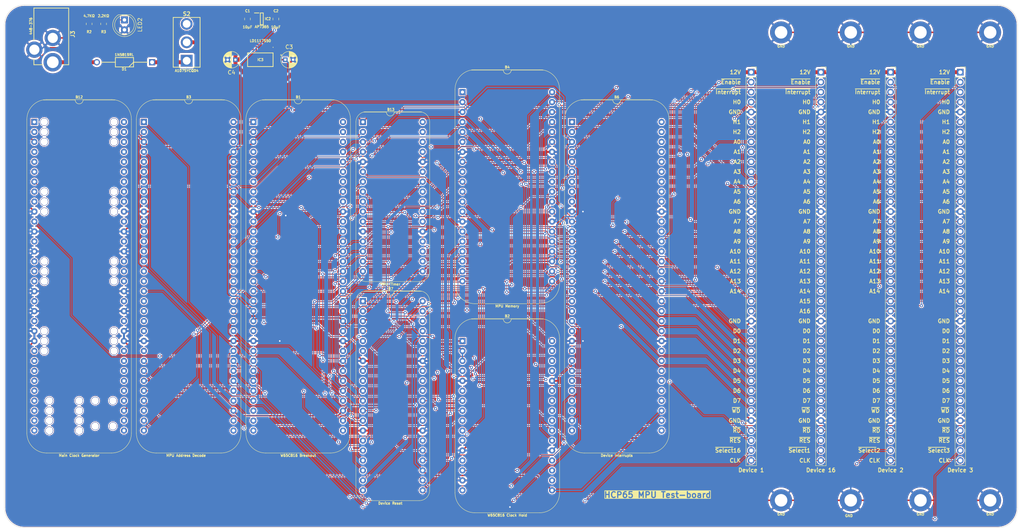
<source format=kicad_pcb>
(kicad_pcb (version 20221018) (generator pcbnew)
  (layers (0 "F.Cu" signal) (31 "B.Cu" signal) (36 "B.SilkS" user "B.Silkscreen") (37 "F.SilkS" user "F.Silkscreen") (38 "B.Mask" user) (39 "F.Mask" user) (44 "Edge.Cuts" user))
  (net 0 "")
  (net 1 "/5V")
  (net 2 "/GND")
  (net 3 "/A0")
  (net 4 "/A1")
  (net 7 "/A2")
  (net 8 "/A3")
  (net 9 "/A4")
  (net 10 "/A5")
  (net 11 "/3.3V")
  (net 12 "/A6")
  (net 14 "/A7")
  (net 15 "/A8")
  (net 16 "/A9")
  (net 17 "/A10")
  (net 18 "/A11")
  (net 19 "/A12")
  (net 20 "/A13")
  (net 21 "/A14")
  (net 22 "/A15")
  (net 27 "/BA7")
  (net 28 "/BA6")
  (net 29 "/BA5")
  (net 30 "/BA4")
  (net 31 "/BA2")
  (net 32 "/BA3")
  (net 33 "/BA1")
  (net 34 "/BA0")
  (net 35 "/~{Reset}")
  (net 36 "/D7")
  (net 37 "/D6")
  (net 38 "/D5")
  (net 39 "/D4")
  (net 40 "/D3")
  (net 41 "/D2")
  (net 42 "/D1")
  (net 43 "/D0")
  (net 44 "/Native Latch")
  (net 45 "/CLK")
  (net 50 "/~{Timer}")
  (net 51 "/CLK_{IN}")
  (net 55 "/12V")
  (net 57 "/~{Select}_{Device}1")
  (net 58 "/~{Select}_{Device}2")
  (net 59 "/~{Select}_{Device}3")
  (net 73 "/A16")
  (net 74 "/PHI2")
  (net 75 "/~{Timer Speed Select}")
  (net 77 "/~{IRQ}")
  (net 89 "/~{WD}")
  (net 90 "/~{RD}")
  (net 95 "/H2")
  (net 96 "/H1")
  (net 104 "/H0")
  (net 111 "/~{Select}_{Device}16")
  (net 122 "/~{Reset}_{Device}1")
  (net 130 "/~{Interrupt}_{Device}1")
  (net 131 "/~{Enable}_{Device}1")
  (net 132 "/~{Reset}_{Device}2")
  (net 133 "/~{Interrupt}_{Device}2")
  (net 142 "/~{ROM_{CS}}")
  (net 143 "/~{RAM_{CS}}")
  (net 148 "/~{Enable}_{Device}2")
  (net 149 "/~{Reset}_{Device}3")
  (net 150 "/~{Interrupt}_{Device}3")
  (net 151 "/~{Enable}_{Device}3")
  (net 152 "/~{Reset}_{Device}16")
  (net 153 "/~{Interrupt}_{Device}16")
  (net 154 "/~{Enable}_{Device}16")
  (net 155 "/~{Device Enable}_{ 16..19}")
  (net 156 "/~{Device Interrupt}_{ 1..7}")
  (net 157 "/~{Device Enable}_{ 8..15}")
  (net 158 "/~{Device Interrupt}_{ 8..15}")
  (net 159 "/~{Device Interrupt}_{ 16..19}")
  (net 160 "/~{Device Enable}_{ 1..7}")
  (net 245 "Net-(LED2-K)")
  (net 247 "/12V Forward")
  (net 248 "/12V Socket")
  (footprint "HCP65_Parts:HCP65_MPU_Address_Decode" (layer "F.Cu") (at 50.8 53.34)
    (fp_text reference "B3")
    (fp_text value "MPU Address Decode" hide)
  )
  (footprint "SamacSys_Parts:LD1117S33C" (layer "F.Cu") (at 80.518 37.465 180)
    (fp_text reference "IC3")
    (fp_text value "LD1117S50C" hide)
  )
  (footprint "HCP65_Parts:HCP65_Device_Interrupts" (layer "F.Cu") (at 160.02 53.34)
    (fp_text reference "B6")
    (fp_text value "Device Interrupts" hide)
  )
  (footprint "SamacSys_Parts:C_0805" (layer "F.Cu") (at 77.232 27.087)
    (fp_text reference "C1")
    (fp_text value "10µF")
  )
  (footprint "Connector_PinSocket_2.54mm:PinSocket_1x40_P2.54mm_Vertical" (layer "F.Cu") (at 259.08 40.64)
    (fp_text reference "J4" hide)
    (fp_text value "Conn_01x40_Socket")
  )
  (footprint "HCP65_Parts:HCP65_Device_Reset" (layer "F.Cu") (at 106.68 99.06)
    (fp_text reference "B7")
    (fp_text value "Device Reset" hide)
  )
  (footprint "SamacSys_Parts:448376" (layer "F.Cu") (at 27.56 26.8732 90)
    (fp_text reference "J3")
    (fp_text value "448-376")
  )
  (footprint "HCP65_Parts:HCP65_MountingHole_M3_" (layer "F.Cu") (at 213.36 30.48)
    (fp_text reference "H19" hide)
    (fp_text value "MountingHole_Pad")
  )
  (footprint "HCP65_Parts:HCP65_MPU_Timer" (layer "F.Cu") (at 106.68 53.34)
    (fp_text reference "B13")
    (fp_text value "MPU Timer" hide)
  )
  (footprint "Connector_PinSocket_2.54mm:PinSocket_1x40_P2.54mm_Vertical" (layer "F.Cu") (at 241.3 40.64)
    (fp_text reference "J2" hide)
    (fp_text value "Conn_01x40_Socket")
  )
  (footprint "Capacitor_THT:CP_Radial_D4.0mm_P2.00mm" (layer "F.Cu") (at 74.168 37.465 180)
    (fp_text reference "C4")
    (fp_text value "C_Polarized")
  )
  (footprint "HCP65_Parts:HCP65_MountingHole_M3_" (layer "F.Cu") (at 231.14 30.48)
    (fp_text reference "H8" hide)
    (fp_text value "MountingHole_Pad")
  )
  (footprint "Connector_PinSocket_2.54mm:PinSocket_1x40_P2.54mm_Vertical" (layer "F.Cu") (at 205.74 40.64)
    (fp_text reference "J1" hide)
    (fp_text value "Conn_01x40_Socket")
  )
  (footprint "SamacSys_Parts:SOT95P285X130-5N" (layer "F.Cu") (at 80.885 27.026)
    (fp_text reference "IC2")
    (fp_text value "AP7365-33WG-7" hide)
  )
  (footprint "Connector_PinSocket_2.54mm:PinSocket_1x40_P2.54mm_Vertical" (layer "F.Cu") (at 223.52 40.64)
    (fp_text reference "J10" hide)
    (fp_text value "Conn_01x40_Socket")
  )
  (footprint "SamacSys_Parts:C_0805" (layer "F.Cu") (at 84.471 27.087)
    (fp_text reference "C2")
    (fp_text value "10µF")
  )
  (footprint "SamacSys_Parts:R_0805" (layer "F.Cu") (at 36.83 28.321 180)
    (fp_text reference "R2")
    (fp_text value "4.7KΩ")
  )
  (footprint "HCP65_Parts:HCP65_MountingHole_M3_" (layer "F.Cu") (at 213.36 149.86)
    (fp_text reference "H24" hide)
    (fp_text value "MountingHole_Pad")
  )
  (footprint "SamacSys_Parts:A107SYCQ04" (layer "F.Cu") (at 61.722 37.719)
    (fp_text reference "S2")
    (fp_text value "A107SYCQ04")
  )
  (footprint "HCP65_Parts:HCP65_MountingHole_M3_" (layer "F.Cu") (at 266.7 149.86)
    (fp_text reference "H21" hide)
    (fp_text value "MountingHole_Pad")
  )
  (footprint "LED_THT:LED_D5.0mm" (layer "F.Cu") (at 45.847 27.3 -90)
    (fp_text reference "LED2")
    (fp_text value "LED")
  )
  (footprint "Capacitor_THT:CP_Radial_D4.0mm_P2.00mm" (layer "F.Cu") (at 86.868 37.465)
    (fp_text reference "C3")
    (fp_text value "C_Polarized")
  )
  (footprint "HCP65_Parts:HCP65_W65C816_Breakout" (layer "F.Cu") (at 78.74 53.34)
    (fp_text reference "B1")
    (fp_text value "W65C816 Breakout" hide)
  )
  (footprint "HCP65_Parts:HCP65_MountingHole_M3_" (layer "F.Cu") (at 248.92 149.86)
    (fp_text reference "H16" hide)
    (fp_text value "MountingHole_Pad")
  )
  (footprint "SamacSys_Parts:R_0805" (layer "F.Cu") (at 40.513 28.321 180)
    (fp_text reference "R3")
    (fp_text value "2.2KΩ")
  )
  (footprint "HCP65_Parts:HCP65_MountingHole_M3_" (layer "F.Cu") (at 231.14 149.86)
    (fp_text reference "H17" hide)
    (fp_text value "MountingHole_Pad")
  )
  (footprint "HCP65_Parts:HCP65_W65C816_Clock_Hold" (layer "F.Cu") (at 132.08 109.22)
    (fp_text reference "B2")
    (fp_text value "W65C816 Clock Hold" hide)
  )
  (footprint "HCP65_Parts:HCP65_Clock_Generator" (layer "F.Cu") (at 22.86 53.34)
    (fp_text reference "B12")
    (fp_text value "Main Clock Generator" hide)
  )
  (footprint "SamacSys_Parts:DIOAD1414W86L464D238" (layer "F.Cu") (at 52.8965 38.0995 180)
    (fp_text reference "D1")
    (fp_text value "1N5819RL")
  )
  (footprint "HCP65_Parts:HCP65_MountingHole_M3_" (layer "F.Cu") (at 248.92 30.48)
    (fp_text reference "H12" hide)
    (fp_text value "MountingHole_Pad")
  )
  (footprint "HCP65_Parts:HCP65_MPU_Memory" (layer "F.Cu") (at 132.08 45.72)
    (fp_text reference "B4")
    (fp_text value "MPU Memory" hide)
  )
  (footprint "HCP65_Parts:HCP65_MountingHole_M3_" (layer "F.Cu") (at 266.7 30.48)
    (fp_text reference "H9" hide)
    (fp_text value "MountingHole_Pad")
  )
  (gr_line (start 20.32 156.845) (end 268.605 156.845) (stroke (width 0.1)) (layer "Edge.Cuts"))
  (gr_line (start 273.685 151.765) (end 273.685 28.575) (stroke (width 0.1)) (layer "Edge.Cuts"))
  (gr_arc (start 268.605 23.495) (mid 272.197102 24.982898) (end 273.685 28.575) (stroke (width 0.1)) (layer "Edge.Cuts"))
  (gr_arc (start 15.24 28.575) (mid 16.727898 24.982898) (end 20.32 23.495) (stroke (width 0.1)) (layer "Edge.Cuts"))
  (gr_line (start 20.32 23.495) (end 268.605 23.495) (stroke (width 0.1)) (layer "Edge.Cuts"))
  (gr_arc (start 273.685 151.765) (mid 272.197102 155.357102) (end 268.605 156.845) (stroke (width 0.1)) (layer "Edge.Cuts"))
  (gr_line (start 15.24 151.765) (end 15.24 28.575) (stroke (width 0.1)) (layer "Edge.Cuts"))
  (gr_arc (start 20.32 156.845) (mid 16.727898 155.357102) (end 15.24 151.765) (stroke (width 0.1)) (layer "Edge.Cuts"))
  (gr_text "~{RES}" (at 203.2 134.62) (layer "F.SilkS") (effects (font (size 1 1) (thickness 0.2) bold) (justify right)))
  (gr_text "H2" (at 238.76 55.88) (layer "F.SilkS") (effects (font (size 1 1) (thickness 0.2) bold) (justify right)))
  (gr_text "GND" (at 203.2 129.54) (layer "F.SilkS") (effects (font (size 1 1) (thickness 0.2) bold) (justify right)))
  (gr_text "D7" (at 220.98 124.46) (layer "F.SilkS") (effects (font (size 1 1) (thickness 0.2) bold) (justify right)))
  (gr_text "~{RES}" (at 220.98 134.62) (layer "F.SilkS") (effects (font (size 1 1) (thickness 0.2) bold) (justify right)))
  (gr_text "GND" (at 256.54 104.14) (layer "F.SilkS") (effects (font (size 1 1) (thickness 0.2) bold) (justify right)))
  (gr_text "12V" (at 238.76 40.64) (layer "F.SilkS") (effects (font (size 1 1) (thickness 0.2) bold) (justify right)))
  (gr_text "D3" (at 256.54 114.3) (layer "F.SilkS") (effects (font (size 1 1) (thickness 0.2) bold) (justify right)))
  (gr_text "A8" (at 256.54 81.28) (layer "F.SilkS") (effects (font (size 1 1) (thickness 0.2) bold) (justify right)))
  (gr_text "A16" (at 220.98 101.6) (layer "F.SilkS") (effects (font (size 1 1) (thickness 0.2) bold) (justify right)))
  (gr_text "D4" (at 256.54 116.84) (layer "F.SilkS") (effects (font (size 1 1) (thickness 0.2) bold) (justify right)))
  (gr_text "A2" (at 238.76 63.5) (layer "F.SilkS") (effects (font (size 1 1) (thickness 0.2) bold) (justify right)))
  (gr_text "~{Enable}" (at 238.76 43.18) (layer "F.SilkS") (effects (font (size 1 1) (thickness 0.2) bold) (justify right)))
  (gr_text "Device 16" (at 223.52 142.748) (layer "F.SilkS") (effects (font (size 1 1) (thickness 0.2) bold) (justify bottom)))
  (gr_text "~{RD}" (at 203.2 132.08) (layer "F.SilkS") (effects (font (size 1 1) (thickness 0.2) bold) (justify right)))
  (gr_text "A12" (at 256.54 91.44) (layer "F.SilkS") (effects (font (size 1 1) (thickness 0.2) bold) (justify right)))
  (gr_text "~{Select}3" (at 256.54 137.16) (layer "F.SilkS") (effects (font (size 1 1) (thickness 0.2) bold) (justify right)))
  (gr_text "A10" (at 220.98 86.36) (layer "F.SilkS") (effects (font (size 1 1) (thickness 0.2) bold) (justify right)))
  (gr_text "A11" (at 256.54 88.9) (layer "F.SilkS") (effects (font (size 1 1) (thickness 0.2) bold) (justify right)))
  (gr_text "A11" (at 220.98 88.9) (layer "F.SilkS") (effects (font (size 1 1) (thickness 0.2) bold) (justify right)))
  (gr_text "A13" (at 256.54 93.98) (layer "F.SilkS") (effects (font (size 1 1) (thickness 0.2) bold) (justify right)))
  (gr_text "A14" (at 256.54 96.52) (layer "F.SilkS") (effects (font (size 1 1) (thickness 0.2) bold) (justify right)))
  (gr_text "A2" (at 203.2 63.5) (layer "F.SilkS") (effects (font (size 1 1) (thickness 0.2) bold) (justify right)))
  (gr_text "A9" (at 238.76 83.82) (layer "F.SilkS") (effects (font (size 1 1) (thickness 0.2) bold) (justify right)))
  (gr_text "A10" (at 238.76 86.36) (layer "F.SilkS") (effects (font (size 1 1) (thickness 0.2) bold) (justify right)))
  (gr_text "Device 3" (at 259.08 142.748) (layer "F.SilkS") (effects (font (size 1 1) (thickness 0.2) bold) (justify bottom)))
  (gr_text "12V" (at 220.98 40.64) (layer "F.SilkS") (effects (font (size 1 1) (thickness 0.2) bold) (justify right)))
  (gr_text "~{Select}1" (at 220.98 137.16) (layer "F.SilkS") (effects (font (size 1 1) (thickness 0.2) bold) (justify right)))
  (gr_text "D2" (at 220.98 111.76) (layer "F.SilkS") (effects (font (size 1 1) (thickness 0.2) bold) (justify right)))
  (gr_text "D1" (at 256.54 109.22) (layer "F.SilkS") (effects (font (size 1 1) (thickness 0.2) bold) (justify right)))
  (gr_text "D4" (at 238.76 116.84) (layer "F.SilkS") (effects (font (size 1 1) (thickness 0.2) bold) (justify right)))
  (gr_text "A4" (at 256.54 68.58) (layer "F.SilkS") (effects (font (size 1 1) (thickness 0.2) bold) (justify right)))
  (gr_text "H1" (at 238.76 53.34) (layer "F.SilkS") (effects (font (size 1 1) (thickness 0.2) bold) (justify right)))
  (gr_text "D7" (at 256.54 124.46) (layer "F.SilkS") (effects (font (size 1 1) (thickness 0.2) bold) (justify right)))
  (gr_text "~{RES}" (at 238.76 134.62) (layer "F.SilkS") (effects (font (size 1 1) (thickness 0.2) bold) (justify right)))
  (gr_text "~{Enable}" (at 256.54 43.18) (layer "F.SilkS") (effects (font (size 1 1) (thickness 0.2) bold) (justify right)))
  (gr_text "D5" (at 203.2 119.38) (layer "F.SilkS") (effects (font (size 1 1) (thickness 0.2) bold) (justify right)))
  (gr_text "12V" (at 203.2 40.64) (layer "F.SilkS") (effects (font (size 1 1) (thickness 0.2) bold) (justify right)))
  (gr_text "A0" (at 238.76 58.42) (layer "F.SilkS") (effects (font (size 1 1) (thickness 0.2) bold) (justify right)))
  (gr_text "A5" (at 256.54 71.12) (layer "F.SilkS") (effects (font (size 1 1) (thickness 0.2) bold) (justify right)))
  (gr_text "A2" (at 220.98 63.5) (layer "F.SilkS") (effects (font (size 1 1) (thickness 0.2) bold) (justify right)))
  (gr_text "A9" (at 203.2 83.82) (layer "F.SilkS") (effects (font (size 1 1) (thickness 0.2) bold) (justify right)))
  (gr_text "~{WD}" (at 203.073 127) (layer "F.SilkS") (effects (font (size 1 1) (thickness 0.2) bold) (justify right)))
  (gr_text "H1" (at 256.54 53.34) (layer "F.SilkS") (effects (font (size 1 1) (thickness 0.2) bold) (justify right)))
  (gr_text "Device 2" (at 241.3 142.748) (layer "F.SilkS") (effects (font (size 1 1) (thickness 0.2) bold) (justify bottom)))
  (gr_text "A0" (at 256.54 58.42) (layer "F.SilkS") (effects (font (size 1 1) (thickness 0.2) bold) (justify right)))
  (gr_text "A9" (at 220.98 83.82) (layer "F.SilkS") (effects (font (size 1 1) (thickness 0.2) bold) (justify right)))
  (gr_text "D6" (at 238.76 121.92) (layer "F.SilkS") (effects (font (size 1 1) (thickness 0.2) bold) (justify right)))
  (gr_text "A13" (at 238.76 93.98) (layer "F.SilkS") (effects (font (size 1 1) (thickness 0.2) bold) (justify right)))
  (gr_text "H2" (at 256.54 55.88) (layer "F.SilkS") (effects (font (size 1 1) (thickness 0.2) bold) (justify right)))
  (gr_text "~{Interrupt}" (at 256.54 45.72) (layer "F.SilkS") (effects (font (size 1 1) (thickness 0.2) bold) (justify right)))
  (gr_text "A11" (at 203.2 88.9) (layer "F.SilkS") (effects (font (size 1 1) (thickness 0.2) bold) (justify right)))
  (gr_text "H0" (at 238.76 48.26) (layer "F.SilkS") (effects (font (size 1 1) (thickness 0.2) bold) (justify right)))
  (gr_text "GND" (at 256.54 129.54) (layer "F.SilkS") (effects (font (size 1 1) (thickness 0.2) bold) (justify right)))
  (gr_text "A1" (at 238.76 60.96) (layer "F.SilkS") (effects (font (size 1 1) (thickness 0.2) bold) (justify right)))
  (gr_text "D7" (at 203.2 124.46) (layer "F.SilkS") (effects (font (size 1 1) (thickness 0.2) bold) (justify right)))
  (gr_text "~{RD}" (at 220.98 132.08) (layer "F.SilkS") (effects (font (size 1 1) (thickness 0.2) bold) (justify right)))
  (gr_text "A7" (at 256.54 78.74) (layer "F.SilkS") (effects (font (size 1 1) (thickness 0.2) bold) (justify right)))
  (gr_text "A10" (at 256.54 86.36) (layer "F.SilkS") (effects (font (size 1 1) (thickness 0.2) bold) (justify right)))
  (gr_text "A5" (at 203.2 71.12) (layer "F.SilkS") (effects (font (size 1 1) (thickness 0.2) bold) (justify right)))
  (gr_text "A1" (at 256.54 60.96) (layer "F.SilkS") (effects (font (size 1 1) (thickness 0.2) bold) (justify right)))
  (gr_text "A8" (at 220.98 81.28) (layer "F.SilkS") (effects (font (size 1 1) (thickness 0.2) bold) (justify right)))
  (gr_text "~{Select}16" (at 203.2 137.16) (layer "F.SilkS") (effects (font (size 1 1) (thickness 0.2) bold) (justify right)))
  (gr_text "A14" (at 203.2 96.52) (layer "F.SilkS") (effects (font (size 1 1) (thickness 0.2) bold) (justify right)))
  (gr_text "A2" (at 256.54 63.5) (layer "F.SilkS") (effects (font (size 1 1) (thickness 0.2) bold) (justify right)))
  (gr_text "A3" (at 220.98 66.04) (layer "F.SilkS") (effects (font (size 1 1) (thickness 0.2) bold) (justify right)))
  (gr_text "~{Interrupt}" (at 238.76 45.72) (layer "F.SilkS") (effects (font (size 1 1) (thickness 0.2) bold) (justify right)))
  (gr_text "GND" (at 220.98 76.2) (layer "F.SilkS") (effects (font (size 1 1) (thickness 0.2) bold) (justify right)))
  (gr_text "D6" (at 220.98 121.92) (layer "F.SilkS") (effects (font (size 1 1) (thickness 0.2) bold) (justify right)))
  (gr_text "A5" (at 238.76 71.12) (layer "F.SilkS") (effects (font (size 1 1) (thickness 0.2) bold) (justify right)))
  (gr_text "GND" (at 238.76 129.54) (layer "F.SilkS") (effects (font (size 1 1) (thickness 0.2) bold) (justify right)))
  (gr_text "12V" (at 256.54 40.64) (layer "F.SilkS") (effects (font (size 1 1) (thickness 0.2) bold) (justify right)))
  (gr_text "A8" (at 203.2 81.28) (layer "F.SilkS") (effects (font (size 1 1) (thickness 0.2) bold) (justify right)))
  (gr_text "D1" (at 203.2 109.22) (layer "F.SilkS") (effects (font (size 1 1) (thickness 0.2) bold) (justify right)))
  (gr_text "A14" (at 220.98 96.52) (layer "F.SilkS") (effects (font (size 1 1) (thickness 0.2) bold) (justify right)))
  (gr_text "CLK" (at 220.98 139.7) (layer "F.SilkS") (effects (font (size 1 1) (thickness 0.2) bold) (justify right)))
  (gr_text "A7" (at 203.2 78.74) (layer "F.SilkS") (effects (font (size 1 1) (thickness 0.2) bold) (justify right)))
  (gr_text "CLK" (at 256.54 139.7) (layer "F.SilkS") (effects (font (size 1 1) (thickness 0.2) bold) (justify right)))
  (gr_text "~{RD}" (at 238.76 132.08) (layer "F.SilkS") (effects (font (size 1 1) (thickness 0.2) bold) (justify right)))
  (gr_text "CLK" (at 203.2 139.7) (layer "F.SilkS") (effects (font (size 1 1) (thickness 0.2) bold) (justify right)))
  (gr_text "D7" (at 238.76 124.46) (layer "F.SilkS") (effects (font (size 1 1) (thickness 0.2) bold) (justify right)))
  (gr_text "D4" (at 203.2 116.84) (layer "F.SilkS") (effects (font (size 1 1) (thickness 0.2) bold) (justify right)))
  (gr_text "D1" (at 220.98 109.22) (layer "F.SilkS") (effects (font (size 1 1) (thickness 0.2) bold) (justify right)))
  (gr_text "D5" (at 220.98 119.38) (layer "F.SilkS") (effects (font (size 1 1) (thickness 0.2) bold) (justify right)))
  (gr_text "GND" (at 238.76 50.8) (layer "F.SilkS") (effects (font (size 1 1) (thickness 0.2) bold) (justify right)))
  (gr_text "A8" (at 238.76 81.28) (layer "F.SilkS") (effects (font (size 1 1) (thickness 0.2) bold) (justify right)))
  (gr_text "HCP65 MPU Test-board" (at 181.864 149.352) (layer "F.SilkS" knockout) (effects (font (size 1.5 1.5) (thickness 0.3) bold) (justify bottom)))
  (gr_text "GND" (at 220.98 50.8) (layer "F.SilkS") (effects (font (size 1 1) (thickness 0.2) bold) (justify right)))
  (gr_text "A3" (at 203.2 66.04) (layer "F.SilkS") (effects (font (size 1 1) (thickness 0.2) bold) (justify right)))
  (gr_text "~{Interrupt}" (at 203.2 45.72) (layer "F.SilkS") (effects (font (size 1 1) (thickness 0.2) bold) (justify right)))
  (gr_text "GND" (at 203.2 50.8) (layer "F.SilkS") (effects (font (size 1 1) (thickness 0.2) bold) (justify right)))
  (gr_text "~{WD}" (at 256.413 127) (layer "F.SilkS") (effects (font (size 1 1) (thickness 0.2) bold) (justify right)))
  (gr_text "D4" (at 220.98 116.84) (layer "F.SilkS") (effects (font (size 1 1) (thickness 0.2) bold) (justify right)))
  (gr_text "D3" (at 203.2 114.3) (layer "F.SilkS") (effects (font (size 1 1) (thickness 0.2) bold) (justify right)))
  (gr_text "A6" (at 238.76 73.66) (layer "F.SilkS") (effects (font (size 1 1) (thickness 0.2) bold) (justify right)))
  (gr_text "A14" (at 238.76 96.52) (layer "F.SilkS") (effects (font (size 1 1) (thickness 0.2) bold) (justify right)))
  (gr_text "A4" (at 238.76 68.58) (layer "F.SilkS") (effects (font (size 1 1) (thickness 0.2) bold) (justify right)))
  (gr_text "H2" (at 203.2 55.88) (layer "F.SilkS") (effects (font (size 1 1) (thickness 0.2) bold) (justify right)))
  (gr_text "~{WD}" (at 220.853 127) (layer "F.SilkS") (effects (font (size 1 1) (thickness 0.2) bold) (justify right)))
  (gr_text "~{Enable}" (at 220.98 43.18) (layer "F.SilkS") (effects (font (size 1 1) (thickness 0.2) bold) (justify right)))
  (gr_text "A12" (at 238.76 91.44) (layer "F.SilkS") (effects (font (size 1 1) (thickness 0.2) bold) (justify right)))
  (gr_text "H0" (at 256.54 48.26) (layer "F.SilkS") (effects (font (size 1 1) (thickness 0.2) bold) (justify right)))
  (gr_text "A4" (at 203.2 68.58) (layer "F.SilkS") (effects (font (size 1 1) (thickness 0.2) bold) (justify right)))
  (gr_text "A11" (at 238.76 88.9) (layer "F.SilkS") (effects (font (size 1 1) (thickness 0.2) bold) (justify right)))
  (gr_text "H0" (at 203.2 48.26) (layer "F.SilkS") (effects (font (size 1 1) (thickness 0.2) bold) (justify right)))
  (gr_text "A3" (at 256.54 66.04) (layer "F.SilkS") (effects (font (size 1 1) (thickness 0.2) bold) (justify right)))
  (gr_text "A0" (at 220.98 58.42) (layer "F.SilkS") (effects (font (size 1 1) (thickness 0.2) bold) (justify right)))
  (gr_text "A0" (at 203.2 58.42) (layer "F.SilkS") (effects (font (size 1 1) (thickness 0.2) bold) (justify right)))
  (gr_text "A12" (at 203.2 91.44) (layer "F.SilkS") (effects (font (size 1 1) (thickness 0.2) bold) (justify right)))
  (gr_text "A5" (at 220.98 71.12) (layer "F.SilkS") (effects (font (size 1 1) (thickness 0.2) bold) (justify right)))
  (gr_text "A12" (at 220.98 91.44) (layer "F.SilkS") (effects (font (size 1 1) (thickness 0.2) bold) (justify right)))
  (gr_text "A7" (at 238.76 78.74) (layer "F.SilkS") (effects (font (size 1 1) (thickness 0.2) bold) (justify right)))
  (gr_text "H2" (at 220.98 55.88) (layer "F.SilkS") (effects (font (size 1 1) (thickness 0.2) bold) (justify right)))
  (gr_text "H0" (at 220.98 48.26) (layer "F.SilkS") (effects (font (size 1 1) (thickness 0.2) bold) (justify right)))
  (gr_text "CLK" (at 238.76 139.7) (layer "F.SilkS") (effects (font (size 1 1) (thickness 0.2) bold) (justify right)))
  (gr_text "GND" (at 238.76 76.2) (layer "F.SilkS") (effects (font (size 1 1) (thickness 0.2) bold) (justify right)))
  (gr_text "GND" (at 203.2 104.14) (layer "F.SilkS") (effects (font (size 1 1) (thickness 0.2) bold) (justify right)))
  (gr_text "~{Enable}" (at 203.2 43.18) (layer "F.SilkS") (effects (font (size 1 1) (thickness 0.2) bold) (justify right)))
  (gr_text "GND" (at 256.54 76.2) (layer "F.SilkS") (effects (font (size 1 1) (thickness 0.2) bold) (justify right)))
  (gr_text "D6" (at 256.54 121.92) (layer "F.SilkS") (effects (font (size 1 1) (thickness 0.2) bold) (justify right)))
  (gr_text "~{Select}2" (at 238.76 137.16) (layer "F.SilkS") (effects (font (size 1 1) (thickness 0.2) bold) (justify right)))
  (gr_text "~{RES}" (at 256.54 134.62) (layer "F.SilkS") (effects (font (size 1 1) (thickness 0.2) bold) (justify right)))
  (gr_text "GND" (at 220.98 129.54) (layer "F.SilkS") (effects (font (size 1 1) (thickness 0.2) bold) (justify right)))
  (gr_text "GND" (at 220.98 104.14) (layer "F.SilkS") (effects (font (size 1 1) (thickness 0.2) bold) (justify right)))
  (gr_text "GND" (at 256.54 50.8) (layer "F.SilkS") (effects (font (size 1 1) (thickness 0.2) bold) (justify right)))
  (gr_text "Device 1" (at 205.74 142.748) (layer "F.SilkS") (effects (font (size 1 1) (thickness 0.2) bold) (justify bottom)))
  (gr_text "A1" (at 220.98 60.96) (layer "F.SilkS") (effects (font (size 1 1) (thickness 0.2) bold) (justify right)))
  (gr_text "D2" (at 256.54 111.76) (layer "F.SilkS") (effects (font (size 1 1) (thickness 0.2) bold) (justify right)))
  (gr_text "~{Interrupt}" (at 220.98 45.72) (layer "F.SilkS") (effects (font (size 1 1) (thickness 0.2) bold) (justify right)))
  (gr_text "A1" (at 203.2 60.96) (layer "F.SilkS") (effects (font (size 1 1) (thickness 0.2) bold) (justify right)))
  (gr_text "D1" (at 238.76 109.22) (layer "F.SilkS") (effects (font (size 1 1) (thickness 0.2) bold) (justify right)))
  (gr_text "GND" (at 203.2 76.2) (layer "F.SilkS") (effects (font (size 1 1) (thickness 0.2) bold) (justify right)))
  (gr_text "D0" (at 238.76 106.68) (layer "F.SilkS") (effects (font (size 1 1) (thickness 0.2) bold) (justify right)))
  (gr_text "H1" (at 203.2 53.34) (layer "F.SilkS") (effects (font (size 1 1) (thickness 0.2) bold) (justify right)))
  (gr_text "~{RD}" (at 256.54 132.08) (layer "F.SilkS") (effects (font (size 1 1) (thickness 0.2) bold) (justify right)))
  (gr_text "D2" (at 238.76 111.76) (layer "F.SilkS") (effects (font (size 1 1) (thickness 0.2) bold) (justify right)))
  (gr_text "D3" (at 220.98 114.3) (layer "F.SilkS") (effects (font (size 1 1) (thickness 0.2) bold) (justify right)))
  (gr_text "D0" (at 256.54 106.68) (layer "F.SilkS") (effects (font (size 1 1) (thickness 0.2) bold) (justify right)))
  (gr_text "A4" (at 220.98 68.58) (layer "F.SilkS") (effects (font (size 1 1) (thickness 0.2) bold) (justify right)))
  (gr_text "D6" (at 203.2 121.92) (layer "F.SilkS") (effects (font (size 1 1) (thickness 0.2) bold) (justify right)))
  (gr_text "A6" (at 256.54 73.66) (layer "F.SilkS") (effects (font (size 1 1) (thickness 0.2) bold) (justify right)))
  (gr_text "D0" (at 203.2 106.68) (layer "F.SilkS") (effects (font (size 1 1) (thickness 0.2) bold) (justify right)))
  (gr_text "GND" (at 238.76 104.14) (layer "F.SilkS") (effects (font (size 1 1) (thickness 0.2) bold) (justify right)))
  (gr_text "D0" (at 220.98 106.68) (layer "F.SilkS") (effects (font (size 1 1) (thickness 0.2) bold) (justify right)))
  (gr_text "A7" (at 220.98 78.74) (layer "F.SilkS") (effects (font (size 1 1) (thickness 0.2) bold) (justify right)))
  (gr_text "A10" (at 203.2 86.36) (layer "F.SilkS") (effects (font (size 1 1) (thickness 0.2) bold) (justify right)))
  (gr_text "A13" (at 203.2 93.98) (layer "F.SilkS") (effects (font (size 1 1) (thickness 0.2) bold) (justify right)))
  (gr_text "A6" (at 220.98 73.66) (layer "F.SilkS") (effects (font (size 1 1) (thickness 0.2) bold) (justify right)))
  (gr_text "D5" (at 238.76 119.38) (layer "F.SilkS") (effects (font (size 1 1) (thickness 0.2) bold) (justify right)))
  (gr_text "~{WD}" (at 238.633 127) (layer "F.SilkS") (effects (font (size 1 1) (thickness 0.2) bold) (justify right)))
  (gr_text "D3" (at 238.76 114.3) (layer "F.SilkS") (effects (font (size 1 1) (thickness 0.2) bold) (justify right)))
  (gr_text "A6" (at 203.2 73.66) (layer "F.SilkS") (effects (font (size 1 1) (thickness 0.2) bold) (justify right)))
  (gr_text "A13" (at 220.98 93.98) (layer "F.SilkS") (effects (font (size 1 1) (thickness 0.2) bold) (justify right)))
  (gr_text "A3" (at 238.76 66.04) (layer "F.SilkS") (effects (font (size 1 1) (thickness 0.2) bold) (justify right)))
  (gr_text "A9" (at 256.54 83.82) (layer "F.SilkS") (effects (font (size 1 1) (thickness 0.2) bold) (justify right)))
  (gr_text "D5" (at 256.54 119.38) (layer "F.SilkS") (effects (font (size 1 1) (thickness 0.2) bold) (justify right)))
  (gr_text "A15" (at 220.98 99.06) (layer "F.SilkS") (effects (font (size 1 1) (thickness 0.2) bold) (justify right)))
  (gr_text "H1" (at 220.98 53.34) (layer "F.SilkS") (effects (font (size 1 1) (thickness 0.2) bold) (justify right)))
  (gr_text "D2" (at 203.2 111.76) (layer "F.SilkS") (effects (font (size 1 1) (thickness 0.2) bold) (justify right)))
  (segment (start 119.9601 125.6579) (end 120.05215 125.56585) (width 0.38) (layer "F.Cu") (net 1))
  (segment (start 106.68 53.34) (end 103.6274 50.2874) (width 0.38) (layer "F.Cu") (net 1))
  (segment (start 106.9836 103.8364) (end 113.589106 103.8364) (width 0.38) (layer "F.Cu") (net 1))
  (segment (start 132.08 109.22) (end 125.617422 109.22) (width 0.38) (layer "F.Cu") (net 1))
  (segment (start 80.5779 26.5393) (end 80.1146 26.076) (width 0.38) (layer "F.Cu") (net 1))
  (segment (start 77.232 28.021) (end 79.54 28.021) (width 0.38) (layer "F.Cu") (net 1))
  (segment (start 45.72 127) (end 49.4749 123.2451) (width 0.38) (layer "F.Cu") (net 1))
  (segment (start 103.6274 50.2874) (end 88.7552 50.2874) (width 0.38) (layer "F.Cu") (net 1))
  (segment (start 83.718 37.465) (end 80.518 34.265) (width 0.38) (layer "F.Cu") (net 1))
  (segment (start 26.8986 34.417) (end 35.3395 34.417) (width 0.38) (layer "F.Cu") (net 1))
  (segment (start 125.617422 109.22) (end 124.46 108.062578) (width 0.38) (layer "F.Cu") (net 1))
  (segment (start 154.94 88.9) (end 144.6421 88.9) (width 0.38) (layer "F.Cu") (net 1))
  (segment (start 101.6 127) (end 102.9421 125.6579) (width 0.38) (layer "F.Cu") (net 1))
  (segment (start 51.9919 59.6119) (end 50.8 58.42) (width 0.38) (layer "F.Cu") (net 1))
  (segment (start 22.86 58.42) (end 21.67 57.23) (width 0.38) (layer "F.Cu") (net 1))
  (segment (start 113.589106 103.8364) (end 113.8555 103.570006) (width 0.38) (layer "F.Cu") (net 1))
  (segment (start 38.665 29.2335) (end 36.84 27.4085) (width 0.38) (layer "F.Cu") (net 1))
  (segment (start 79.54 33.287) (end 80.518 34.265) (width 0.38) (layer "F.Cu") (net 1))
  (segment (start 121.92 142.24) (end 123.19 143.51) (width 0.38) (layer "F.Cu") (net 1))
  (segment (start 74.93 128.27) (end 100.33 128.27) (width 0.38) (layer "F.Cu") (net 1))
  (segment (start 143.3722 90.1699) (end 123.1901 90.1699) (width 0.38) (layer "F.Cu") (net 1))
  (segment (start 21.67 57.23) (end 21.67 39.6456) (width 0.38) (layer "F.Cu") (net 1))
  (segment (start 69.9051 123.2451) (end 73.66 127) (width 0.38) (layer "F.Cu") (net 1))
  (segment (start 21.67 39.6456) (end 26.8986 34.417) (width 0.38) (layer "F.Cu") (net 1))
  (segment (start 50.8 58.42) (end 48.26 55.88) (width 0.38) (layer "F.Cu") (net 1))
  (segment (start 113.86403 103.561476) (end 113.8555 103.570006) (width 0.38) (layer "F.Cu") (net 1))
  (segment (start 48.26 55.88) (end 48.26 36.9705) (width 0.38) (layer "F.Cu") (net 1))
  (segment (start 102.9421 125.6579) (end 119.9601 125.6579) (width 0.38) (layer "F.Cu") (net 1))
  (segment (start 86.868 37.465) (end 83.718 37.465) (width 0.38) (layer "F.Cu") (net 1))
  (segment (start 48.26 36.9705) (end 40.523 29.2335) (width 0.38) (layer "F.Cu") (net 1))
  (segment (start 80.1146 26.076) (end 79.585 26.076) (width 0.38) (layer "F.Cu") (net 1))
  (segment (start 40.523 29.2335) (end 38.665 29.2335) (width 0.38) (layer "F.Cu") (net 1))
  (segment (start 151.13 143.51) (end 154.94 147.32) (width 0.38) (layer "F.Cu") (net 1))
  (segment (start 77.5481 59.6119) (end 51.9919 59.6119) (width 0.38) (layer "F.Cu") (net 1))
  (segment (start 79.54 28.021) (end 79.54 33.287) (width 0.38) (layer "F.Cu") (net 1))
  (segment (start 49.4749 123.2451) (end 69.9051 123.2451) (width 0.38) (layer "F.Cu") (net 1))
  (segment (start 100.33 128.27) (end 101.6 127) (width 0.38) (layer "F.Cu") (net 1))
  (segment (start 109.22 50.8) (end 106.68 53.34) (width 0.38) (layer "F.Cu") (net 1))
  (segment (start 123.19 143.51) (end 151.13 143.51) (width 0.38) (layer "F.Cu") (net 1))
  (segment (start 78.74 58.42) (end 77.5481 59.6119) (width 0.38) (layer "F.Cu") (net 1))
  (segment (start 80.1019 27.976) (end 80.5779 27.5) (width 0.38) (layer "F.Cu") (net 1))
  (segment (start 73.66 127) (end 74.93 128.27) (width 0.38) (layer "F.Cu") (net 1))
  (segment (start 123.1901 90.1699) (end 121.92 91.44) (width 0.38) (layer "F.Cu") (net 1))
  (segment (start 119.3687 104.8712) (end 118.058976 103.561476) (width 0.38) (layer "F.Cu") (net 1))
  (segment (start 118.058976 103.561476) (end 113.86403 103.561476) (width 0.38) (layer "F.Cu") (net 1))
  (segment (start 132.08 50.8) (end 109.22 50.8) (width 0.38) (layer "F.Cu") (net 1))
  (segment (start 35.3395 34.417) (end 40.523 29.2335) (width 0.38) (layer "F.Cu") (net 1))
  (segment (start 80.5779 27.5) (end 80.5779 26.5393) (width 0.38) (layer "F.Cu") (net 1))
  (segment (start 79.585 27.976) (end 80.1019 27.976) (width 0.38) (layer "F.Cu") (net 1))
  (segment (start 144.6421 88.9) (end 143.3722 90.1699) (width 0.38) (layer "F.Cu") (net 1))
  (via (at 124.46 108.062578) (size 0.8) (drill 0.4) (layers "F.Cu" "B.Cu") (net 1))
  (via (at 88.7552 50.2874) (size 0.8) (drill 0.4) (layers "F.Cu" "B.Cu") (net 1))
  (via (at 120.05215 125.56585) (size 0.8) (drill 0.4) (layers "F.Cu" "B.Cu") (net 1))
  (via (at 113.8555 103.570006) (size 0.8) (drill 0.4) (layers "F.Cu" "B.Cu") (net 1))
  (via (at 119.3687 104.8712) (size 0.8) (drill 0.4) (layers "F.Cu" "B.Cu") (net 1))
  (segment (start 114.0125 98.21613) (end 114.0125 103.413006) (width 0.38) (layer "B.Cu") (net 1))
  (segment (start 162.56 147.32) (end 154.94 147.32) (width 0.38) (layer "B.Cu") (net 1))
  (segment (start 124.347422 107.95) (end 124.46 108.062578) (width 0.38) (layer "B.Cu") (net 1))
  (segment (start 119.92515 109.51595) (end 119.92515 125.43885) (width 0.38) (layer "B.Cu") (net 1))
  (segment (start 159.5708 64.77) (end 160.4489 64.77) (width 0.38) (layer "B.Cu") (net 1))
  (segment (start 114.0125 103.413006) (end 113.8555 103.570006) (width 0.38) (layer "B.Cu") (net 1))
  (segment (start 88.7552 50.2874) (end 87.8139 49.3461) (width 0.38) (layer "B.Cu") (net 1))
  (segment (start 158.7829 59.6571) (end 158.7829 63.9821) (width 0.38) (layer "B.Cu") (net 1))
  (segment (start 158.369 77.47) (end 156.18 79.659) (width 0.38) (layer "B.Cu") (net 1))
  (segment (start 119.92515 125.43885) (end 120.05215 125.56585) (width 0.38) (layer "B.Cu") (net 1))
  (segment (start 156.18 79.659) (end 156.18 87.66) (width 0.38) (layer "B.Cu") (net 1))
  (segment (start 182.88 127) (end 162.56 147.32) (width 0.38) (layer "B.Cu") (net 1))
  (segment (start 161.2119 65.533) (end 161.2119 76.7123) (width 0.38) (layer "B.Cu") (net 1))
  (segment (start 160.02 58.42) (end 157.9518 56.3518) (width 0.38) (layer "B.Cu") (net 1))
  (segment (start 87.8139 38.4109) (end 87.8139 49.3461) (width 0.38) (layer "B.Cu") (net 1))
  (segment (start 158.7829 63.9821) (end 159.5708 64.77) (width 0.38) (layer "B.Cu") (net 1))
  (segment (start 121.4911 107.95) (end 119.92515 109.51595) (width 0.38) (layer "B.Cu") (net 1))
  (segment (start 87.8139 49.3461) (end 78.74 58.42) (width 0.38) (layer "B.Cu") (net 1))
  (segment (start 120.78863 91.44) (end 114.0125 98.21613) (width 0.38) (layer "B.Cu") (net 1))
  (segment (start 156.18 87.66) (end 154.94 88.9) (width 0.38) (layer "B.Cu") (net 1))
  (segment (start 161.2119 76.7123) (end 160.4542 77.47) (width 0.38) (layer "B.Cu") (net 1))
  (segment (start 121.4911 107.95) (end 124.347422 107.95) (width 0.38) (layer "B.Cu") (net 1))
  (segment (start 160.4542 77.47) (end 158.369 77.47) (width 0.38) (layer "B.Cu") (net 1))
  (segment (start 119.3687 105.8276) (end 119.3687 104.8712) (width 0.38) (layer "B.Cu") (net 1))
  (segment (start 121.4911 107.95) (end 119.3687 105.8276) (width 0.38) (layer "B.Cu") (net 1))
  (segment (start 120.05215 140.37215) (end 120.05215 125.56585) (width 0.38) (layer "B.Cu") (net 1))
  (segment (start 157.9518 56.3518) (end 157.9518 47.046) (width 0.38) (layer "B.Cu") (net 1))
  (segment (start 138.3519 44.5281) (end 132.08 50.8) (width 0.38) (layer "B.Cu") (net 1))
  (segment (start 160.4489 64.77) (end 161.2119 65.533) (width 0.38) (layer "B.Cu") (net 1))
  (segment (start 121.92 142.24) (end 120.05215 140.37215) (width 0.38) (layer "B.Cu") (net 1))
  (segment (start 86.868 37.465) (end 87.8139 38.4109) (width 0.38) (layer "B.Cu") (net 1))
  (segment (start 157.9518 47.046) (end 155.4339 44.5281) (width 0.38) (layer "B.Cu") (net 1))
  (segment (start 155.4339 44.5281) (end 138.3519 44.5281) (width 0.38) (layer "B.Cu") (net 1))
  (segment (start 160.02 58.42) (end 158.7829 59.6571) (width 0.38) (layer "B.Cu") (net 1))
  (segment (start 121.92 91.44) (end 120.78863 91.44) (width 0.38) (layer "B.Cu") (net 1))
  (segment (start 231.14 30.48) (end 213.36 30.48) (width 0.38) (layer "F.Cu") (net 2))
  (segment (start 205.74 104.14) (end 204.4962 105.3838) (width 0.38) (layer "F.Cu") (net 2))
  (segment (start 25.019 113.919) (end 44.196 113.919) (width 0.38) (layer "F.Cu") (net 2))
  (segment (start 78.8204 25.3841) (end 78.1151 26.0894) (width 0.38) (layer "F.Cu") (net 2))
  (segment (start 121.92 114.3) (end 106.68 114.3) (width 0.38) (layer "F.Cu") (net 2))
  (segment (start 134.1029 135.1371) (end 134.1029 132.4173) (width 0.38) (layer "F.Cu") (net 2))
  (segment (start 204.4962 109.22) (end 204.4962 128.2962) (width 0.38) (layer "F.Cu") (net 2))
  (segment (start 248.92 30.48) (end 231.14 30.48) (width 0.38) (layer "F.Cu") (net 2))
  (segment (start 241.3 76.2) (end 259.08 76.2) (width 0.38) (layer "F.Cu") (net 2))
  (segment (start 78.74 109.22) (end 85.471 109.22) (width 0.38) (layer "F.Cu") (net 2))
  (segment (start 130.3944 132.08) (end 121.92 132.08) (width 0.38) (layer "F.Cu") (net 2))
  (segment (start 84.471 26.121) (end 83.7341 25.3841) (width 0.38) (layer "F.Cu") (net 2))
  (segment (start 85.6608 27.3108) (end 84.471 26.121) (width 0.38) (layer "F.Cu") (net 2))
  (segment (start 129.286 119.38) (end 132.08 119.38) (width 0.38) (layer "F.Cu") (net 2))
  (segment (start 50.8 109.22) (end 45.72 109.22) (width 0.38) (layer "F.Cu") (net 2))
  (segment (start 21.67 112.252915) (end 22.367085 112.95) (width 0.38) (layer "F.Cu") (net 2))
  (segment (start 61.012472 35.4076) (end 59.3754 33.770528) (width 0.38) (layer "F.Cu") (net 2))
  (segment (start 121.92 132.08) (end 106.68 132.08) (width 0.38) (layer "F.Cu") (net 2))
  (segment (start 22.367085 112.95) (end 24.05 112.95) (width 0.38) (layer "F.Cu") (net 2))
  (segment (start 46.212915 112.95) (end 46.91 112.252915) (width 0.38) (layer "F.Cu") (net 2))
  (segment (start 223.52 76.2) (end 241.3 76.2) (width 0.38) (layer "F.Cu") (net 2))
  (segment (start 182.88 76.2) (end 205.74 76.2) (width 0.38) (layer "F.Cu") (net 2))
  (segment (start 136.1258 137.16) (end 134.1029 135.1371) (width 0.38) (layer "F.Cu") (net 2))
  (segment (start 131.5863 130.8881) (end 130.3944 132.08) (width 0.38) (layer "F.Cu") (net 2))
  (segment (start 27.56 31.9) (end 33.0729 31.9) (width 0.38) (layer "F.Cu") (net 2))
  (segment (start 44.328 28.321) (end 45.847 29.84) (width 0.38) (layer "F.Cu") (net 2))
  (segment (start 241.3 104.14) (end 259.08 104.14) (width 0.38) (layer "F.Cu") (net 2))
  (segment (start 39.4437 28.321) (end 44.328 28.321) (width 0.38) (layer "F.Cu") (net 2))
  (segment (start 72.6825 30.6705) (end 77.232 26.121) (width 0.38) (layer "F.Cu") (net 2))
  (segment (start 205.74 104.14) (end 223.52 104.14) (width 0.38) (layer "F.Cu") (net 2))
  (segment (start 121.92 114.3) (end 124.206 114.3) (width 0.38) (layer "F.Cu") (net 2))
  (segment (start 182.88 109.22) (end 204.4962 109.22) (width 0.38) (layer "F.Cu") (net 2))
  (segment (start 204.4962 105.3838) (end 204.4962 109.22) (width 0.38) (layer "F.Cu") (net 2))
  (segment (start 124.968 78.74) (end 132.08 78.74) (width 0.38) (layer "F.Cu") (net 2))
  (segment (start 101.6 76.2) (end 100.838 76.962) (width 0.38) (layer "F.Cu") (net 2))
  (segment (start 88.868 37.465) (end 85.668 34.265) (width 0.38) (layer "F.Cu") (net 2))
  (segment (start 85.6608 34.265) (end 82.818 34.265) (width 0.38) (layer "F.Cu") (net 2))
  (segment (start 46.91 110.41) (end 45.72 109.22) (width 0.38) (layer "F.Cu") (net 2))
  (segment (start 80.219 77.679) (end 86.532 77.679) (width 0.38) (layer "F.Cu") (net 2))
  (segment (start 78.1151 26.0894) (end 79.0517 27.026) (width 0.38) (layer "F.Cu") (net 2))
  (segment (start 44.196 113.919) (end 45.165 112.95) (width 0.38) (layer "F.Cu") (net 2))
  (segment (start 106.68 63.5) (end 121.92 63.5) (width 0.38) (layer "F.Cu") (net 2))
  (segment (start 213.36 149.86) (end 209.400203 149.86) (width 0.38) (layer "F.Cu") (net 2))
  (segment (start 160.02 76.2) (end 162.814 76.2) (width 0.38) (layer "F.Cu") (net 2))
  (segment (start 132.1665 61.0465) (end 154.8535 61.0465) (width 0.38) (layer "F.Cu") (net 2))
  (segment (start 45.847 29.84) (end 48.1732 32.1662) (width 0.38) (layer "F.Cu") (net 2))
  (segment (start 154.94 137.16) (end 136.1258 137.16) (width 0.38) (layer "F.Cu") (net 2))
  (segment (start 45.72 76.2) (end 46.99 76.2) (width 0.38) (layer "F.Cu") (net 2))
  (segment (start 205.74 76.2) (end 223.52 76.2) (width 0.38) (layer "F.Cu") (net 2))
  (segment (start 207.684203 151.576) (end 144.193632 151.576) (width 0.38) (layer "F.Cu") (net 2))
  (segment (start 204.4962 128.2962) (end 205.74 129.54) (width 0.38) (layer "F.Cu") (net 2))
  (segment (start 20.574 37.186) (end 21.6681 36.0919) (width 0.38) (layer "F.Cu") (net 2))
  (segment (start 86.532 77.679) (end 86.995 77.216) (width 0.38) (layer "F.Cu") (net 2))
  (segment (start 132.5737 130.8881) (end 131.5863 130.8881) (width 0.38) (layer "F.Cu") (net 2))
  (segment (start 106.68 114.3) (end 101.6 109.22) (width 0.38) (layer "F.Cu") (net 2))
  (segment (start 231.14 149.86) (end 213.36 149.86) (width 0.38) (layer "F.Cu") (net 2))
  (segment (start 78.74 76.2) (end 80.219 77.679) (width 0.38) (layer "F.Cu") (net 2))
  (segment (start 85.668 34.265) (end 85.6608 34.265) (width 0.38) (layer "F.Cu") (net 2))
  (segment (start 132.08 137.16) (end 134.1029 135.1371) (width 0.38) (layer "F.Cu") (net 2))
  (segment (start 72.168 37.465) (end 70.1106 35.4076) (width 0.38) (layer "F.Cu") (net 2))
  (segment (start 248.92 149.86) (end 266.7 149.86) (width 0.38) (layer "F.Cu") (net 2))
  (segment (start 73.66 109.22) (end 50.8 109.22) (width 0.38) (layer "F.Cu") (net 2))
  (segment (start 162.814 76.2) (end 182.88 76.2) (width 0.38) (layer "F.Cu") (net 2))
  (segment (start 22.86 109.22) (end 21.67 110.41) (width 0.38) (layer "F.Cu") (net 2))
  (segment (start 70.1106 35.4076) (end 61.012472 35.4076) (width 0.38) (layer "F.Cu") (net 2))
  (segment (start 122.428 81.28) (end 124.968 78.74) (width 0.38) (layer "F.Cu") (net 2))
  (segment (start 83.7341 25.3841) (end 78.8204 25.3841) (width 0.38) (layer "F.Cu") (net 2))
  (segment (start 248.92 149.86) (end 231.14 149.86) (width 0.38) (layer "F.Cu") (net 2))
  (segment (start 35.7394 29.2335) (end 35.7394 26.8831) (width 0.38) (layer "F.Cu") (net 2))
  (segment (start 87.249 76.962) (end 86.995 77.216) (width 0.38) (layer "F.Cu") (net 2))
  (segment (start 35.7394 29.2335) (end 36.84 29.2335) (width 0.38) (layer "F.Cu") (net 2))
  (segment (start 241.3 50.8) (end 259.08 50.8) (width 0.38) (layer "F.Cu") (net 2))
  (segment (start 209.400203 149.86) (end 207.684203 151.576) (width 0.38) (layer "F.Cu") (net 2))
  (segment (start 59.3754 33.770528) (end 59.3754 32.1662) (width 0.38) (layer "F.Cu") (net 2))
  (segment (start 45.72 81.28) (end 46.99 80.01) (width 0.38) (layer "F.Cu") (net 2))
  (segment (start 46.99 76.2) (end 50.8 76.2) (width 0.38) (layer "F.Cu") (net 2))
  (segment (start 134.1029 132.4173) (end 132.5737 130.8881) (width 0.38) (layer "F.Cu") (net 2))
  (segment (start 78.1151 26.0894) (end 77.2636 26.0894) (width 0.38) (layer "F.Cu") (net 2))
  (segment (start 85.471 109.22) (end 101.6 109.22) (width 0.38) (layer "F.Cu") (net 2))
  (segment (start 22.86 76.2) (end 20.574 73.914) (width 0.38) (layer "F.Cu") (net 2))
  (segment (start 160.02 109.22) (end 162.814 109.22) (width 0.38) (layer "F.Cu") (net 2))
  (segment (start 79.0517 27.026) (end 79.585 27.026) (width 0.38) (layer "F.Cu") (net 2))
  (segment (start 85.6608 34.265) (end 85.6608 27.3108) (width 0.38) (layer "F.Cu") (net 2))
  (segment (start 46.99 80.01) (end 46.99 76.2) (width 0.38) (layer "F.Cu") (net 2))
  (segment (start 241.3 129.54) (end 259.08 129.54) (width 0.38) (layer "F.Cu") (net 2))
  (segment (start 35.7394 26.8831) (end 36.1271 26.4954) (width 0.38) (layer "F.Cu") (net 2))
  (segment (start 205.74 129.54) (end 223.52 129.54) (width 0.38) (layer "F.Cu") (net 2))
  (segment (start 48.1732 32.1662) (end 59.3754 32.1662) (width 0.38) (layer "F.Cu") (net 2))
  (segment (start 37.6181 26.4954) (end 39.4437 28.321) (width 0.38) (layer "F.Cu") (net 2))
  (segment (start 21.67 110.41) (end 21.67 112.252915) (width 0.38) (layer "F.Cu") (net 2))
  (segment (start 36.1271 26.4954) (end 37.6181 26.4954) (width 0.38) (layer "F.Cu") (net 2))
  (segment (start 162.814 109.22) (end 182.88 109.22) (width 0.38) (layer "F.Cu") (net 2))
  (segment (start 60.8711 30.6705) (end 72.6825 30.6705) (width 0.38) (layer "F.Cu") (net 2))
  (segment (start 24.05 112.95) (end 25.019 113.919) (width 0.38) (layer "F.Cu") (net 2))
  (segment (start 73.66 109.22) (end 78.74 109.22) (width 0.38) (layer "F.Cu") (net 2))
  (segment (start 45.165 112.95) (end 46.212915 112.95) (width 0.38) (layer "F.Cu") (net 2))
  (segment (start 20.574 73.914) (end 20.574 37.186) (width 0.38) (layer "F.Cu") (net 2))
  (segment (start 46.91 112.252915) (end 46.91 110.41) (width 0.38) (layer "F.Cu") (net 2))
  (segment (start 266.7 30.48) (end 248.92 30.48) (width 0.38) (layer "F.Cu") (net 2))
  (segment (start 73.66 76.2) (end 50.8 76.2) (width 0.38) (layer "F.Cu") (net 2))
  (segment (start 223.52 104.14) (end 241.3 104.14) (width 0.38) (layer "F.Cu") (net 2))
  (segment (start 78.74 76.2) (end 73.66 76.2) (width 0.38) (layer "F.Cu") (net 2))
  (segment (start 33.0729 31.9) (end 35.7394 29.2335) (width 0.38) (layer "F.Cu") (net 2))
  (segment (start 205.74 50.8) (end 223.52 50.8) (width 0.38) (layer "F.Cu") (net 2))
  (segment (start 59.3754 32.1662) (end 60.8711 30.6705) (width 0.38) (layer "F.Cu") (net 2))
  (segment (start 124.206 114.3) (end 129.286 119.38) (width 0.38) (layer "F.Cu") (net 2))
  (segment (start 100.838 76.962) (end 87.249 76.962) (width 0.38) (layer "F.Cu") (net 2))
  (via (at 86.995 77.216) (size 0.8) (drill 0.4) (layers "F.Cu" "B.Cu") (net 2))
  (via (at 162.814 76.2) (size 0.8) (drill 0.4) (layers "F.Cu" "B.Cu") (net 2))
  (via (at 85.471 109.22) (size 0.8) (drill 0.4) (layers "F.Cu" "B.Cu") (net 2))
  (via (at 162.814 109.22) (size 0.8) (drill 0.4) (layers "F.Cu" "B.Cu") (net 2))
  (via (at 144.193632 151.576) (size 0.8) (drill 0.4) (layers "F.Cu" "B.Cu") (net 2))
  (segment (start 46.9119 85.1681) (end 45.72 86.36) (width 0.38) (layer "B.Cu") (net 2))
  (segment (start 223.52 76.2) (end 222.2673 74.9473) (width 0.38) (layer "B.Cu") (net 2))
  (segment (start 46.9119 82.4719) (end 46.9119 85.1681) (width 0.38) (layer "B.Cu") (net 2))
  (segment (start 124.0009 116.3809) (end 121.92 114.3) (width 0.38) (layer "B.Cu") (net 2))
  (segment (start 45.72 96.52) (end 46.9119 95.3281) (width 0.38) (layer "B.Cu") (net 2))
  (segment (start 122.719999 62.700001) (end 121.92 63.5) (width 0.38) (layer "B.Cu") (net 2))
  (segment (start 158.2557 75.7906) (end 158.2557 72.1757) (width 0.38) (layer "B.Cu") (net 2))
  (segment (start 158.6704 115.6496) (end 158.6704 110.5696) (width 0.38) (layer "B.Cu") (net 2))
  (segment (start 46.9119 105.4881) (end 45.72 106.68) (width 0.38) (layer "B.Cu") (net 2))
  (segment (start 21.6681 102.7919) (end 22.86 101.6) (width 0.38) (layer "B.Cu") (net 2))
  (segment (start 22.86 81.28) (end 21.6602 80.0802) (width 0.38) (layer "B.Cu") (net 2))
  (segment (start 124.0009 129.9991) (end 124.0009 116.3809) (width 0.38) (layer "B.Cu") (net 2))
  (segment (start 46.9119 97.7119) (end 46.9119 100.4081) (width 0.38) (layer "B.Cu") (net 2))
  (segment (start 22.86 101.6) (end 21.6622 100.4022) (width 0.38) (layer "B.Cu") (net 2))
  (segment (start 154.94 119.38) (end 158.6704 115.6496) (width 0.38) (layer "B.Cu") (net 2))
  (segment (start 130.89 143.59) (end 132.08 144.78) (width 0.38) (layer "B.Cu") (net 2))
  (segment (start 45.72 101.6) (end 46.9119 102.7919) (width 0.38) (layer "B.Cu") (net 2))
  (segment (start 102.9881 78.1819) (end 102.9881 76.2) (width 0.38) (layer "B.Cu") (net 2))
  (segment (start 162.814 109.22) (end 162.814 76.2) (width 0.38) (layer "B.Cu") (net 2))
  (segment (start 156.1531 135.9469) (end 154.94 137.16) (width 0.38) (layer "B.Cu") (net 2))
  (segment (start 121.92 114.3) (end 125.476 110.744) (width 0.38) (layer "B.Cu") (net 2))
  (segment (start 156.5632 70.4832) (end 156.5632 62.5832) (width 0.38) (layer "B.Cu") (net 2))
  (segment (start 45.72 96.52) (end 46.9119 97.7119) (width 0.38) (layer "B.Cu") (net 2))
  (segment (start 123.19 81.28) (end 121.92 81.28) (width 0.38) (layer "B.Cu") (net 2))
  (segment (start 240.505 50.005) (end 241.3 50.8) (width 0.38) (layer "B.Cu") (net 2))
  (segment (start 86.995 107.696) (end 86.995 77.216) (width 0.38) (layer "B.Cu") (net 2))
  (segment (start 22.86 86.36) (end 21.6603 85.1603) (width 0.38) (layer "B.Cu") (net 2))
  (segment (start 102.9881 76.2) (end 103.1449 76.2) (width 0.38) (layer "B.Cu") (net 2))
  (segment (start 21.6602 80.0802) (end 21.6602 77.3998) (width 0.38) (layer "B.Cu") (net 2))
  (segment (start 125.476 110.744) (end 125.476 83.566) (width 0.38) (layer "B.Cu") (net 2))
  (segment (start 106.0862 81.28) (end 102.9881 78.1819) (width 0.38) (layer "B.Cu") (net 2))
  (segment (start 24.56 34.9) (end 27.56 31.9) (width 0.38) (layer "B.Cu") (net 2))
  (segment (start 104.1961 65.9839) (end 106.68 63.5) (width 0.38) (layer "B.Cu") (net 2))
  (segment (start 21.6602 77.3998) (end 22.86 76.2) (width 0.38) (layer "B.Cu") (net 2))
  (segment (start 21.6622 100.4022) (end 21.6622 97.7178) (width 0.38) (layer "B.Cu") (net 2))
  (segment (start 259.08 76.2) (end 260.3219 77.4419) (width 0.38) (layer "B.Cu") (net 2))
  (segment (start 45.72 81.28) (end 46.9119 82.4719) (width 0.38) (layer "B.Cu") (net 2))
  (segment (start 158.6704 110.5696) (end 160.02 109.22) (width 0.38) (layer "B.Cu") (net 2))
  (segment (start 156.5632 62.5832) (end 154.94 60.96) (width 0.38) (layer "B.Cu") (net 2))
  (segment (start 21.6607 87.5593) (end 22.86 86.36) (width 0.38) (layer "B.Cu") (net 2))
  (segment (start 231.14 137.16) (end 223.52 129.54) (width 0.38) (layer "B.Cu") (net 2))
  (segment (start 224.315 50.005) (end 231.14 50.005) (width 0.38) (layer "B.Cu") (net 2))
  (segment (start 21.6603 82.4797) (end 22.86 81.28) (width 0.38) (layer "B.Cu") (net 2))
  (segment (start 22.86 109.22) (end 22.86 106.68) (width 0.38) (layer "B.Cu") (net 2))
  (segment (start 158.2557 72.1757) (end 156.5632 70.4832) (width 0.38) (layer "B.Cu") (net 2))
  (segment (start 22.86 96.52) (end 21.6607 95.3207) (width 0.38) (layer "B.Cu") (net 2))
  (segment (start 104.1961 75.1488) (end 104.1961 65.9839) (width 0.38) (layer "B.Cu") (net 2))
  (segment (start 22.86 106.68) (end 21.6681 105.4881) (width 0.38) (layer "B.Cu") (net 2))
  (segment (start 231.14 137.16) (end 233.68 137.16) (width 0.38) (layer "B.Cu") (net 2))
  (segment (start 103.1449 76.2) (end 104.1961 75.1488) (width 0.38) (layer "B.Cu") (net 2))
  (segment (start 21.6681 105.4881) (end 21.6681 102.7919) (width 0.38) (layer "B.Cu") (net 2))
  (segment (start 231.14 30.48) (end 231.14 50.005) (width 0.38) (layer "B.Cu") (net 2))
  (segment (start 156.1531 120.5931) (end 156.1531 135.9469) (width 0.38) (layer "B.Cu") (net 2))
  (segment (start 21.6603 85.1603) (end 21.6603 82.4797) (width 0.38) (layer "B.Cu") (net 2))
  (segment (start 223.52 50.8) (end 224.315 50.005) (width 0.38) (layer "B.Cu") (net 2))
  (segment (start 260.3219 102.8981) (end 259.08 104.14) (width 0.38) (layer "B.Cu") (net 2))
  (segment (start 132.08 78.74) (end 129.54 76.2) (width 0.38) (layer "B.Cu") (net 2))
  (segment (start 231.14 149.86) (end 231.14 137.16) (width 0.38) (layer "B.Cu") (net 2))
  (segment (start 158.2557 75.7906) (end 159.6106 75.7906) (width 0.38) (layer "B.Cu") (net 2))
  (segment (start 129.54 63.5) (end 128.740001 62.700001) (width 0.38) (layer "B.Cu") (net 2))
  (segment (start 222.2673 52.0527) (end 223.52 50.8) (width 0.38) (layer "B.Cu") (net 2))
  (segment (start 222.2673 74.9473) (end 222.2673 52.0527) (width 0.38) (layer "B.Cu") (net 2))
  (segment (start 101.6 76.2) (end 102.9881 76.2) (width 0.38) (layer "B.Cu") (net 2))
  (segment (start 21.6622 97.7178) (end 22.86 96.52) (width 0.38) (layer "B.Cu") (net 2))
  (segment (start 132.08 60.96) (end 129.54 63.5) (width 0.38) (layer "B.Cu") (net 2))
  (segment (start 46.9119 102.7919) (end 46.9119 105.4881) (width 0.38) (layer "B.Cu") (net 2))
  (segment (start 85.471 109.22) (end 86.995 107.696) (width 0.38) (layer "B.Cu") (net 2))
  (segment (start 128.740001 62.700001) (end 122.719999 62.700001) (width 0.38) (layer "B.Cu") (net 2))
  (segment (start 132.08 137.16) (end 130.89 138.35) (width 0.38) (layer "B.Cu") (net 2))
  (segment (start 233.68 137.16) (end 241.3 129.54) (width 0.38) (layer "B.Cu") (net 2))
  (segment (start 21.6607 95.3207) (end 21.6607 87.5593) (width 0.38) (layer "B.Cu") (net 2))
  (segment (start 46.9119 100.4081) (end 45.72 101.6) (width 0.38) (layer "B.Cu") (net 2))
  (segment (start 121.92 132.08) (end 124.0009 129.9991) (width 0.38) (layer "B.Cu") (net 2))
  (segment (start 130.89 138.35) (end 130.89 143.59) (width 0.38) (layer "B.Cu") (net 2))
  (segment (start 129.54 76.2) (end 129.54 63.5) (width 0.38) (layer "B.Cu") (net 2))
  (segment (start 158.2557 75.7906) (end 155.3063 78.74) (width 0.38) (layer "B.Cu") (net 2))
  (segment (start 125.476 83.566) (end 123.19 81.28) (width 0.38) (layer "B.Cu") (net 2))
  (segment (start 46.9119 87.5519) (end 45.72 86.36) (width 0.38) (layer "B.Cu") (net 2))
  (segment (start 154.94 119.38) (end 156.1531 120.5931) (width 0.38) (layer "B.Cu") (net 2))
  (segment (start 260.3219 77.4419) (end 260.3219 102.8981) (width 0.38) (layer "B.Cu") (net 2))
  (segment (start 231.14 50.005) (end 240.505 50.005) (width 0.38) (layer "B.Cu") (net 2))
  (segment (start 46.9119 95.3281) (end 46.9119 87.5519) (width 0.38) (layer "B.Cu") (net 2))
  (segment (start 45.72 106.68) (end 45.72 109.22) (width 0.38) (layer "B.Cu") (net 2))
  (segment (start 205.74 58.42) (end 223.52 58.42) (width 0.2) (layer "F.Cu") (net 3))
  (segment (start 78.74 53.34) (end 82.4945 49.5855) (width 0.2) (layer "F.Cu") (net 3))
  (segment (start 132.4652 49.5855) (end 135.439 52.5593) (width 0.2) (layer "F.Cu") (net 3))
  (segment (start 241.3 58.42) (end 259.08 58.42) (width 0.2) (layer "F.Cu") (net 3))
  (segment (start 148.759 64.6094) (end 191.295606 64.6094) (width 0.2) (layer "F.Cu") (net 3))
  (segment (start 135.439 52.5593) (end 136.7016 52.5593) (width 0.2) (layer "F.Cu") (net 3))
  (segment (start 223.52 58.42) (end 241.3 58.42) (width 0.2) (layer "F.Cu") (net 3))
  (segment (start 147.828 63.6784) (end 148.759 64.6094) (width 0.2) (layer "F.Cu") (net 3))
  (segment (start 73.66 53.34) (end 78.74 53.34) (width 0.2) (layer "F.Cu") (net 3))
  (segment (start 132.2584 63.6784) (end 147.828 63.6784) (width 0.2) (layer "F.Cu") (net 3))
  (segment (start 191.295606 64.6094) (end 193.040006 62.865) (width 0.2) (layer "F.Cu") (net 3))
  (segment (start 82.4945 49.5855) (end 132.4652 49.5855) (width 0.2) (layer "F.Cu") (net 3))
  (via (at 136.7016 52.5593) (size 0.8) (drill 0.4) (layers "F.Cu" "B.Cu") (net 3))
  (via (at 147.828 63.6784) (size 0.8) (drill 0.4) (layers "F.Cu" "B.Cu") (net 3))
  (via (at 193.040006 62.865) (size 0.8) (drill 0.4) (layers "F.Cu" "B.Cu") (net 3))
  (segment (start 205.74 58.42) (end 197.485006 58.42) (width 0.2) (layer "B.Cu") (net 3))
  (segment (start 197.485006 58.42) (end 193.040006 62.865) (width 0.2) (layer "B.Cu") (net 3))
  (segment (start 147.8207 63.6784) (end 147.828 63.6784) (width 0.2) (layer "B.Cu") (net 3))
  (segment (start 136.7016 52.5593) (end 147.8207 63.6784) (width 0.2) (layer "B.Cu") (net 3))
  (segment (start 205.74 60.96) (end 198.0399 60.96) (width 0.2) (layer "F.Cu") (net 4))
  (segment (start 151.1557 52.2257) (end 147.9324 55.449) (width 0.2) (layer "F.Cu") (net 4))
  (segment (start 241.3 60.96) (end 259.08 60.96) (width 0.2) (layer "F.Cu") (net 4))
  (segment (start 79.8527 54.7673) (end 78.74 55.88) (width 0.2) (layer "F.Cu") (net 4))
  (segment (start 133.2114 57.2886) (end 133.2114 55.449) (width 0.2) (layer "F.Cu") (net 4))
  (segment (start 189.3056 52.2257) (end 151.1557 52.2257) (width 0.2) (layer "F.Cu") (net 4))
  (segment (start 198.0399 60.96) (end 189.3056 52.2257) (width 0.2) (layer "F.Cu") (net 4))
  (segment (start 132.08 58.42) (end 133.2114 57.2886) (width 0.2) (layer "F.Cu") (net 4))
  (segment (start 223.52 60.96) (end 205.74 60.96) (width 0.2) (layer "F.Cu") (net 4))
  (segment (start 223.52 60.96) (end 241.3 60.96) (width 0.2) (layer "F.Cu") (net 4))
  (segment (start 133.2114 55.449) (end 132.5297 54.7673) (width 0.2) (layer "F.Cu") (net 4))
  (segment (start 73.66 55.88) (end 78.74 55.88) (width 0.2) (layer "F.Cu") (net 4))
  (segment (start 132.5297 54.7673) (end 79.8527 54.7673) (width 0.2) (layer "F.Cu") (net 4))
  (segment (start 147.9324 55.449) (end 133.2114 55.449) (width 0.2) (layer "F.Cu") (net 4))
  (segment (start 223.52 63.5) (end 205.74 63.5) (width 0.2) (layer "F.Cu") (net 7))
  (segment (start 73.66 63.5) (end 78.74 63.5) (width 0.2) (layer "F.Cu") (net 7))
  (segment (start 130.81 57.15) (end 85.09 57.15) (width 0.2) (layer "F.Cu") (net 7))
  (segment (start 132.08 55.88) (end 130.81 57.15) (width 0.2) (layer "F.Cu") (net 7))
  (segment (start 223.52 63.5) (end 241.3 63.5) (width 0.2) (layer "F.Cu") (net 7))
  (segment (start 143.637002 67.437) (end 191.261998 67.437) (width 0.2) (layer "F.Cu") (net 7))
  (segment (start 191.261998 67.437) (end 194.691 64.007998) (width 0.2) (layer "F.Cu") (net 7))
  (segment (start 85.09 57.15) (end 78.74 63.5) (width 0.2) (layer "F.Cu") (net 7))
  (segment (start 205.74 63.5) (end 200.914 63.5) (width 0.2) (layer "F.Cu") (net 7))
  (segment (start 241.3 63.5) (end 259.08 63.5) (width 0.2) (layer "F.Cu") (net 7))
  (segment (start 142.494002 66.294) (end 143.637002 67.437) (width 0.2) (layer "F.Cu") (net 7))
  (via (at 194.691 64.007998) (size 0.8) (drill 0.4) (layers "F.Cu" "B.Cu") (net 7))
  (via (at 142.494002 66.294) (size 0.8) (drill 0.4) (layers "F.Cu" "B.Cu") (net 7))
  (via (at 200.914 63.5) (size 0.8) (drill 0.4) (layers "F.Cu" "B.Cu") (net 7))
  (segment (start 132.08 55.88) (end 142.494002 66.294) (width 0.2) (layer "B.Cu") (net 7))
  (segment (start 194.691 64.007998) (end 195.198998 63.5) (width 0.2) (layer "B.Cu") (net 7))
  (segment (start 195.198998 63.5) (end 200.914 63.5) (width 0.2) (layer "B.Cu") (net 7))
  (segment (start 108.8523 62.0897) (end 108.966 61.976) (width 0.2) (layer "F.Cu") (net 8))
  (segment (start 158.1267 69.6977) (end 157.9242 69.4952) (width 0.2) (layer "F.Cu") (net 8))
  (segment (start 157.9242 69.4952) (end 157.3429 69.4952) (width 0.2) (layer "F.Cu") (net 8))
  (segment (start 199.0401 69.6977) (end 158.1267 69.6977) (width 0.2) (layer "F.Cu") (net 8))
  (segment (start 241.3 66.04) (end 259.08 66.04) (width 0.2) (layer "F.Cu") (net 8))
  (segment (start 223.52 66.04) (end 241.3 66.04) (width 0.2) (layer "F.Cu") (net 8))
  (segment (start 223.52 66.04) (end 205.74 66.04) (width 0.2) (layer "F.Cu") (net 8))
  (segment (start 104.2263 62.0897) (end 108.8523 62.0897) (width 0.2) (layer "F.Cu") (net 8))
  (segment (start 78.74 66.04) (end 82.55 62.23) (width 0.2) (layer "F.Cu") (net 8))
  (segment (start 157.1151 69.723) (end 148.732515 69.723) (width 0.2) (layer "F.Cu") (net 8))
  (segment (start 104.086 62.23) (end 104.2263 62.0897) (width 0.2) (layer "F.Cu") (net 8))
  (segment (start 148.732515 69.723) (end 148.257486 69.247971) (width 0.2) (layer "F.Cu") (net 8))
  (segment (start 78.74 66.04) (end 73.66 66.04) (width 0.2) (layer "F.Cu") (net 8))
  (segment (start 199.72 69.0178) (end 199.0401 69.6977) (width 0.2) (layer "F.Cu") (net 8))
  (segment (start 157.3429 69.4952) (end 157.1151 69.723) (width 0.2) (layer "F.Cu") (net 8))
  (segment (start 82.55 62.23) (end 104.086 62.23) (width 0.2) (layer "F.Cu") (net 8))
  (via (at 148.257486 69.247971) (size 0.8) (drill 0.4) (layers "F.Cu" "B.Cu") (net 8))
  (via (at 199.72 69.0178) (size 0.8) (drill 0.4) (layers "F.Cu" "B.Cu") (net 8))
  (via (at 108.966 61.976) (size 0.8) (drill 0.4) (layers "F.Cu" "B.Cu") (net 8))
  (segment (start 200.4344 69.7322) (end 199.72 69.0178) (width 0.2) (layer "B.Cu") (net 8))
  (segment (start 132.08 53.34) (end 128.27 57.15) (width 0.2) (layer "B.Cu") (net 8))
  (segment (start 206.9248 69.0358) (end 206.2284 69.7322) (width 0.2) (layer "B.Cu") (net 8))
  (segment (start 128.27 57.15) (end 113.792 57.15) (width 0.2) (layer "B.Cu") (net 8))
  (segment (start 205.74 66.04) (end 206.9248 67.2248) (width 0.2) (layer "B.Cu") (net 8))
  (segment (start 113.792 57.15) (end 108.966 61.976) (width 0.2) (layer "B.Cu") (net 8))
  (segment (start 206.9248 67.2248) (end 206.9248 69.0358) (width 0.2) (layer "B.Cu") (net 8))
  (segment (start 206.2284 69.7322) (end 200.4344 69.7322) (width 0.2) (layer "B.Cu") (net 8))
  (segment (start 132.349515 53.34) (end 148.257486 69.247971) (width 0.2) (layer "B.Cu") (net 8))
  (segment (start 205.74 68.58) (end 223.52 68.58) (width 0.2) (layer "F.Cu") (net 9))
  (segment (start 156.0509 49.66) (end 156.0539 49.657) (width 0.2) (layer "F.Cu") (net 9))
  (segment (start 133.48 49.66) (end 156.0509 49.66) (width 0.2) (layer "F.Cu") (net 9))
  (segment (start 203.5262 53.5392) (end 203.5262 59.8057) (width 0.2) (layer "F.Cu") (net 9))
  (segment (start 132.08 48.26) (end 133.48 49.66) (width 0.2) (layer "F.Cu") (net 9))
  (segment (start 156.0539 49.657) (end 199.644 49.657) (width 0.2) (layer "F.Cu") (net 9))
  (segment (start 241.3 68.58) (end 259.08 68.58) (width 0.2) (layer "F.Cu") (net 9))
  (segment (start 199.644 49.657) (end 203.5262 53.5392) (width 0.2) (layer "F.Cu") (net 9))
  (segment (start 223.52 68.58) (end 241.3 68.58) (width 0.2) (layer "F.Cu") (net 9))
  (via (at 203.5262 59.8057) (size 0.8) (drill 0.4) (layers "F.Cu" "B.Cu") (net 9))
  (segment (start 99.06 48.26) (end 78.74 68.58) (width 0.2) (layer "B.Cu") (net 9))
  (segment (start 203.5262 59.8057) (end 203.5262 66.3662) (width 0.2) (layer "B.Cu") (net 9))
  (segment (start 203.5262 66.3662) (end 205.74 68.58) (width 0.2) (layer "B.Cu") (net 9))
  (segment (start 132.08 48.26) (end 99.06 48.26) (width 0.2) (layer "B.Cu") (net 9))
  (segment (start 156.0713 54.4713) (end 189.0913 54.4713) (width 0.2) (layer "F.Cu") (net 10))
  (segment (start 154.94 53.34) (end 156.0713 54.4713) (width 0.2) (layer "F.Cu") (net 10))
  (segment (start 259.08 71.12) (end 241.3 71.12) (width 0.2) (layer "F.Cu") (net 10))
  (segment (start 85.024998 64.835002) (end 78.74 71.12) (width 0.2) (layer "F.Cu") (net 10))
  (segment (start 189.0913 54.4713) (end 205.74 71.12) (width 0.2) (layer "F.Cu") (net 10))
  (segment (start 223.52 71.12) (end 205.74 71.12) (width 0.2) (layer "F.Cu") (net 10))
  (segment (start 126.553998 64.835002) (end 85.024998 64.835002) (width 0.2) (layer "F.Cu") (net 10))
  (segment (start 131.8363 59.5527) (end 126.553998 64.835002) (width 0.2) (layer "F.Cu") (net 10))
  (segment (start 154.94 53.34) (end 148.7273 59.5527) (width 0.2) (layer "F.Cu") (net 10))
  (segment (start 241.3 71.12) (end 223.52 71.12) (width 0.2) (layer "F.Cu") (net 10))
  (segment (start 148.7273 59.5527) (end 131.8363 59.5527) (width 0.2) (layer "F.Cu") (net 10))
  (segment (start 114.961148 105.41) (end 102.87 105.41) (width 0.38) (layer "F.Cu") (net 11))
  (segment (start 84.13 29.8841) (end 84.13 28.021) (width 0.38) (layer "F.Cu") (net 11))
  (segment (start 84.1286 29.8855) (end 84.13 29.8841) (width 0.38) (layer "F.Cu") (net 11))
  (segment (start 131.191 110.871) (end 125.933385 110.871) (width 0.38) (layer "F.Cu") (net 11))
  (segment (start 78.74 104.14) (end 79.539999 103.340001) (width 0.38) (layer "F.Cu") (net 11))
  (segment (start 102.87 105.41) (end 101.6 104.14) (width 0.38) (layer "F.Cu") (net 11))
  (segment (start 100.800001 103.340001) (end 101.6 104.14) (width 0.38) (layer "F.Cu") (net 11))
  (segment (start 123.027471 107.965086) (end 117.516234 107.965086) (width 0.38) (layer "F.Cu") (net 11))
  (segment (start 79.539999 103.340001) (end 100.800001 103.340001) (width 0.38) (layer "F.Cu") (net 11))
  (segment (start 132.08 111.76) (end 131.191 110.871) (width 0.38) (layer "F.Cu") (net 11))
  (segment (start 84.13 28.021) (end 82.185 26.076) (width 0.38) (layer "F.Cu") (net 11))
  (segment (start 125.933385 110.871) (end 123.027471 107.965086) (width 0.38) (layer "F.Cu") (net 11))
  (segment (start 117.516234 107.965086) (end 114.961148 105.41) (width 0.38) (layer "F.Cu") (net 11))
  (via (at 84.1286 29.8855) (size 0.8) (drill 0.4) (layers "F.Cu" "B.Cu") (net 11))
  (segment (start 72.4291 62.1909) (end 73.66 60.96) (width 0.38) (layer "B.Cu") (net 11))
  (segment (start 78.74 104.14) (end 78.74 101.6) (width 0.38) (layer "B.Cu") (net 11))
  (segment (start 72.4291 97.0505) (end 72.4291 62.1909) (width 0.38) (layer "B.Cu") (net 11))
  (segment (start 73.66 60.96) (end 75.5883 59.0317) (width 0.38) (layer "B.Cu") (net 11))
  (segment (start 75.5883 59.0317) (end 75.5883 38.4258) (width 0.38) (layer "B.Cu") (net 11))
  (segment (start 78.74 101.6) (end 74.93 97.79) (width 0.38) (layer "B.Cu") (net 11))
  (segment (start 132.08 114.3) (end 132.08 111.76) (width 0.38) (layer "B.Cu") (net 11))
  (segment (start 75.5883 38.4258) (end 84.1286 29.8855) (width 0.38) (layer "B.Cu") (net 11))
  (segment (start 74.93 97.79) (end 73.1686 97.79) (width 0.38) (layer "B.Cu") (net 11))
  (segment (start 73.1686 97.79) (end 72.4291 97.0505) (width 0.38) (layer "B.Cu") (net 11))
  (segment (start 100.7835 72.5581) (end 102.9928 72.5581) (width 0.2) (layer "F.Cu") (net 12))
  (segment (start 99.6816 73.66) (end 100.7835 72.5581) (width 0.2) (layer "F.Cu") (net 12))
  (segment (start 259.08 73.66) (end 241.3 73.66) (width 0.2) (layer "F.Cu") (net 12))
  (segment (start 105.7009 69.85) (end 123.6648 69.85) (width 0.2) (layer "F.Cu") (net 12))
  (segment (start 156.21 57.15) (end 154.94 55.88) (width 0.2) (layer "F.Cu") (net 12))
  (segment (start 145.8118 64.9316) (end 146.1896 65.3094) (width 0.2) (layer "F.Cu") (net 12))
  (segment (start 123.6648 69.85) (end 128.5832 64.9316) (width 0.2) (layer "F.Cu") (net 12))
  (segment (start 205.74 73.66) (end 189.23 57.15) (width 0.2) (layer "F.Cu") (net 12))
  (segment (start 102.9928 72.5581) (end 105.7009 69.85) (width 0.2) (layer "F.Cu") (net 12))
  (segment (start 189.23 57.15) (end 156.21 57.15) (width 0.2) (layer "F.Cu") (net 12))
  (segment (start 146.1896 65.3094) (end 153.227 65.3094) (width 0.2) (layer "F.Cu") (net 12))
  (segment (start 128.5832 64.9316) (end 145.8118 64.9316) (width 0.2) (layer "F.Cu") (net 12))
  (segment (start 241.3 73.66) (end 223.52 73.66) (width 0.2) (layer "F.Cu") (net 12))
  (segment (start 223.52 73.66) (end 205.74 73.66) (width 0.2) (layer "F.Cu") (net 12))
  (segment (start 78.74 73.66) (end 99.6816 73.66) (width 0.2) (layer "F.Cu") (net 12))
  (via (at 153.227 65.3094) (size 0.8) (drill 0.4) (layers "F.Cu" "B.Cu") (net 12))
  (segment (start 153.227 57.593) (end 153.227 65.3094) (width 0.2) (layer "B.Cu") (net 12))
  (segment (start 154.94 55.88) (end 153.227 57.593) (width 0.2) (layer "B.Cu") (net 12))
  (segment (start 187.579 59.69) (end 189.484 61.595) (width 0.2) (layer "F.Cu") (net 14))
  (segment (start 104.1815 60.3378) (end 104.8293 59.69) (width 0.2) (layer "F.Cu") (net 14))
  (segment (start 124.0789 59.69) (end 124.079 59.6901) (width 0.2) (layer "F.Cu") (net 14))
  (segment (start 241.3 78.74) (end 259.08 78.74) (width 0.2) (layer "F.Cu") (net 14))
  (segment (start 154.94 58.42) (end 156.21 59.69) (width 0.2) (layer "F.Cu") (net 14))
  (segment (start 205.74 78.74) (end 190.754 78.74) (width 0.2) (layer "F.Cu") (net 14))
  (segment (start 190.754 78.74) (end 190.246 78.232) (width 0.2) (layer "F.Cu") (net 14))
  (segment (start 153.1054 60.2546) (end 135.0903 60.2546) (width 0.2) (layer "F.Cu") (net 14))
  (segment (start 205.74 78.74) (end 223.52 78.74) (width 0.2) (layer "F.Cu") (net 14))
  (segment (start 223.52 78.74) (end 241.3 78.74) (width 0.2) (layer "F.Cu") (net 14))
  (segment (start 154.94 58.42) (end 153.1054 60.2546) (width 0.2) (layer "F.Cu") (net 14))
  (segment (start 104.8293 59.69) (end 124.0789 59.69) (width 0.2) (layer "F.Cu") (net 14))
  (segment (start 156.21 59.69) (end 187.579 59.69) (width 0.2) (layer "F.Cu") (net 14))
  (via (at 135.0903 60.2546) (size 0.8) (drill 0.4) (layers "F.Cu" "B.Cu") (net 14))
  (via (at 104.1815 60.3378) (size 0.8) (drill 0.4) (layers "F.Cu" "B.Cu") (net 14))
  (via (at 189.484 61.595) (size 0.8) (drill 0.4) (layers "F.Cu" "B.Cu") (net 14))
  (via (at 124.079 59.6901) (size 0.8) (drill 0.4) (layers "F.Cu" "B.Cu") (net 14))
  (via (at 190.246 78.232) (size 0.8) (drill 0.4) (layers "F.Cu" "B.Cu") (net 14))
  (segment (start 95.25 62.23) (end 78.74 78.74) (width 0.2) (layer "B.Cu") (net 14))
  (segment (start 190.246 78.232) (end 189.677825 77.663825) (width 0.2) (layer "B.Cu") (net 14))
  (segment (start 104.1815 60.3378) (end 102.2893 62.23) (width 0.2) (layer "B.Cu") (net 14))
  (segment (start 102.2893 62.23) (end 95.25 62.23) (width 0.2) (layer "B.Cu") (net 14))
  (segment (start 189.677825 61.788825) (end 189.484 61.595) (width 0.2) (layer "B.Cu") (net 14))
  (segment (start 135.0903 60.2546) (end 134.5258 59.6901) (width 0.2) (layer "B.Cu") (net 14))
  (segment (start 134.5258 59.6901) (end 124.079 59.6901) (width 0.2) (layer "B.Cu") (net 14))
  (segment (start 189.677825 77.663825) (end 189.677825 61.788825) (width 0.2) (layer "B.Cu") (net 14))
  (segment (start 153.8287 62.3887) (end 129.565986 62.3887) (width 0.2) (layer "F.Cu") (net 15))
  (segment (start 241.3 81.28) (end 223.52 81.28) (width 0.2) (layer "F.Cu") (net 15))
  (segment (start 223.52 81.28) (end 205.74 81.28) (width 0.2) (layer "F.Cu") (net 15))
  (segment (start 159.7961 77.5523) (end 187.462193 77.5523) (width 0.2) (layer "F.Cu") (net 15))
  (segment (start 154.94 63.5) (end 153.8287 62.3887) (width 0.2) (layer "F.Cu") (net 15))
  (segment (start 259.08 81.28) (end 241.3 81.28) (width 0.2) (layer "F.Cu") (net 15))
  (segment (start 187.462193 77.5523) (end 191.189893 81.28) (width 0.2) (layer "F.Cu") (net 15))
  (segment (start 191.189893 81.28) (end 205.74 81.28) (width 0.2) (layer "F.Cu") (net 15))
  (segment (start 124.517686 67.437) (end 92.964 67.437) (width 0.2) (layer "F.Cu") (net 15))
  (segment (start 157.2067 74.7978) (end 157.2067 74.9629) (width 0.2) (layer "F.Cu") (net 15))
  (segment (start 129.565986 62.3887) (end 124.517686 67.437) (width 0.2) (layer "F.Cu") (net 15))
  (segment (start 157.2067 74.9629) (end 159.7961 77.5523) (width 0.2) (layer "F.Cu") (net 15))
  (via (at 92.964 67.437) (size 0.8) (drill 0.4) (layers "F.Cu" "B.Cu") (net 15))
  (via (at 157.2067 74.7978) (size 0.8) (drill 0.4) (layers "F.Cu" "B.Cu") (net 15))
  (segment (start 156.0565 64.6165) (end 156.0565 73.6476) (width 0.2) (layer "B.Cu") (net 15))
  (segment (start 78.74 81.28) (end 92.583 67.437) (width 0.2) (layer "B.Cu") (net 15))
  (segment (start 92.583 67.437) (end 92.964 67.437) (width 0.2) (layer "B.Cu") (net 15))
  (segment (start 156.0565 73.6476) (end 157.2067 74.7978) (width 0.2) (layer "B.Cu") (net 15))
  (segment (start 154.94 63.5) (end 156.0565 64.6165) (width 0.2) (layer "B.Cu") (net 15))
  (segment (start 156.21 82.55) (end 154.94 81.28) (width 0.2) (layer "F.Cu") (net 16))
  (segment (start 103.2348 77.47) (end 93.599 77.47) (width 0.2) (layer "F.Cu") (net 16))
  (segment (start 154.1318 80.4718) (end 140.2861 80.4718) (width 0.2) (layer "F.Cu") (net 16))
  (segment (start 126.063975 77.517025) (end 125.857 77.724) (width 0.2) (layer "F.Cu") (net 16))
  (segment (start 104.2565 77.3152) (end 104.1137 77.1724) (width 0.2) (layer "F.Cu") (net 16))
  (segment (start 223.52 83.82) (end 241.3 83.82) (width 0.2) (layer "F.Cu") (net 16))
  (segment (start 241.3 83.82) (end 259.08 83.82) (width 0.2) (layer "F.Cu") (net 16))
  (segment (start 223.52 83.82) (end 205.74 83.82) (width 0.2) (layer "F.Cu") (net 16))
  (segment (start 204.47 82.55) (end 156.21 82.55) (width 0.2) (layer "F.Cu") (net 16))
  (segment (start 103.5324 77.1724) (end 103.2348 77.47) (width 0.2) (layer "F.Cu") (net 16))
  (segment (start 87.249 83.82) (end 79.0207 83.82) (width 0.2) (layer "F.Cu") (net 16))
  (segment (start 119.9953 77.3152) (end 104.2565 77.3152) (width 0.2) (layer "F.Cu") (net 16))
  (segment (start 140.2861 80.4718) (end 137.331325 77.517025) (width 0.2) (layer "F.Cu") (net 16))
  (segment (start 205.74 83.82) (end 204.47 82.55) (width 0.2) (layer "F.Cu") (net 16))
  (segment (start 120.0602 77.2503) (end 119.9953 77.3152) (width 0.2) (layer "F.Cu") (net 16))
  (segment (start 93.599 77.47) (end 87.249 83.82) (width 0.2) (layer "F.Cu") (net 16))
  (segment (start 154.94 81.28) (end 154.1318 80.4718) (width 0.2) (layer "F.Cu") (net 16))
  (segment (start 137.331325 77.517025) (end 126.063975 77.517025) (width 0.2) (layer "F.Cu") (net 16))
  (segment (start 104.1137 77.1724) (end 103.5324 77.1724) (width 0.2) (layer "F.Cu") (net 16))
  (via (at 120.0602 77.2503) (size 0.8) (drill 0.4) (layers "F.Cu" "B.Cu") (net 16))
  (via (at 125.857 77.724) (size 0.8) (drill 0.4) (layers "F.Cu" "B.Cu") (net 16))
  (segment (start 120.0602 77.2503) (end 120.326925 77.517025) (width 0.2) (layer "B.Cu") (net 16))
  (segment (start 120.326925 77.517025) (end 125.650025 77.517025) (width 0.2) (layer "B.Cu") (net 16))
  (segment (start 125.650025 77.517025) (end 125.857 77.724) (width 0.2) (layer "B.Cu") (net 16))
  (segment (start 205.74 86.36) (end 204.5549 85.1749) (width 0.2) (layer "F.Cu") (net 17))
  (segment (start 223.52 86.36) (end 241.3 86.36) (width 0.2) (layer "F.Cu") (net 17))
  (segment (start 78.74 86.36) (end 80.01 85.09) (width 0.2) (layer "F.Cu") (net 17))
  (segment (start 109.7566 82.7087) (end 153.8287 82.7087) (width 0.2) (layer "F.Cu") (net 17))
  (segment (start 107.3753 85.09) (end 109.7566 82.7087) (width 0.2) (layer "F.Cu") (net 17))
  (segment (start 153.8287 82.7087) (end 154.94 83.82) (width 0.2) (layer "F.Cu") (net 17))
  (segment (start 156.2949 85.1749) (end 154.94 83.82) (width 0.2) (layer "F.Cu") (net 17))
  (segment (start 204.5549 85.1749) (end 156.2949 85.1749) (width 0.2) (layer "F.Cu") (net 17))
  (segment (start 223.52 86.36) (end 205.74 86.36) (width 0.2) (layer "F.Cu") (net 17))
  (segment (start 80.01 85.09) (end 107.3753 85.09) (width 0.2) (layer "F.Cu") (net 17))
  (segment (start 241.3 86.36) (end 259.08 86.36) (width 0.2) (layer "F.Cu") (net 17))
  (segment (start 154.94 86.36) (end 153.8117 87.4883) (width 0.2) (layer "F.Cu") (net 18))
  (segment (start 223.52 88.9) (end 241.3 88.9) (width 0.2) (layer "F.Cu") (net 18))
  (segment (start 153.8117 87.4883) (end 101.1615 87.4883) (width 0.2) (layer "F.Cu") (net 18))
  (segment (start 241.3 88.9) (end 259.08 88.9) (width 0.2) (layer "F.Cu") (net 18))
  (segment (start 154.94 86.36) (end 156.21 87.63) (width 0.2) (layer "F.Cu") (net 18))
  (segment (start 99.7498 88.9) (end 78.74 88.9) (width 0.2) (layer "F.Cu") (net 18))
  (segment (start 156.21 87.63) (end 204.47 87.63) (width 0.2) (layer "F.Cu") (net 18))
  (segment (start 101.1615 87.4883) (end 99.7498 88.9) (width 0.2) (layer "F.Cu") (net 18))
  (segment (start 205.74 88.9) (end 223.52 88.9) (width 0.2) (layer "F.Cu") (net 18))
  (segment (start 204.47 87.63) (end 205.74 88.9) (width 0.2) (layer "F.Cu") (net 18))
  (segment (start 204.47 92.71) (end 156.21 92.71) (width 0.2) (layer "F.Cu") (net 19))
  (segment (start 241.3 91.44) (end 259.08 91.44) (width 0.2) (layer "F.Cu") (net 19))
  (segment (start 156.21 92.71) (end 154.94 91.44) (width 0.2) (layer "F.Cu") (net 19))
  (segment (start 223.52 91.44) (end 241.3 91.44) (width 0.2) (layer "F.Cu") (net 19))
  (segment (start 205.74 91.44) (end 204.47 92.71) (width 0.2) (layer "F.Cu") (net 19))
  (segment (start 81.9564 92.8655) (end 81.928 92.8371) (width 0.2) (layer "F.Cu") (net 19))
  (segment (start 106.2564 92.5654) (end 105.9563 92.8655) (width 0.2) (layer "F.Cu") (net 19))
  (segment (start 105.9563 92.8655) (end 81.9564 92.8655) (width 0.2) (layer "F.Cu") (net 19))
  (segment (start 154.94 91.44) (end 153.8146 92.5654) (width 0.2) (layer "F.Cu") (net 19))
  (segment (start 205.74 91.44) (end 223.52 91.44) (width 0.2) (layer "F.Cu") (net 19))
  (segment (start 153.8146 92.5654) (end 106.2564 92.5654) (width 0.2) (layer "F.Cu") (net 19))
  (via (at 81.928 92.8371) (size 0.8) (drill 0.4) (layers "F.Cu" "B.Cu") (net 19))
  (segment (start 81.928 92.8371) (end 80.5309 91.44) (width 0.2) (layer "B.Cu") (net 19))
  (segment (start 80.5309 91.44) (end 78.74 91.44) (width 0.2) (layer "B.Cu") (net 19))
  (segment (start 156.0452 95.0852) (end 154.94 93.98) (width 0.2) (layer "F.Cu") (net 20))
  (segment (start 205.74 93.98) (end 203.835 93.98) (width 0.2) (layer "F.Cu") (net 20))
  (segment (start 126.746 113.03) (end 129.413 115.697) (width 0.2) (layer "F.Cu") (net 20))
  (segment (start 105.7549 110.6316) (end 108.4666 110.6316) (width 0.2) (layer "F.Cu") (net 20))
  (segment (start 81.661 104.775) (end 95.25 104.775) (width 0.2) (layer "F.Cu") (net 20))
  (segment (start 103.1986 108.0753) (end 105.7549 110.6316) (width 0.2) (layer "F.Cu") (net 20))
  (segment (start 110.865 113.03) (end 126.746 113.03) (width 0.2) (layer "F.Cu") (net 20))
  (segment (start 241.3 93.98) (end 259.08 93.98) (width 0.2) (layer "F.Cu") (net 20))
  (segment (start 81.407 104.521) (end 81.661 104.775) (width 0.2) (layer "F.Cu") (net 20))
  (segment (start 129.413 115.697) (end 134.112 115.697) (width 0.2) (layer "F.Cu") (net 20))
  (segment (start 98.5503 108.0753) (end 103.1986 108.0753) (width 0.2) (layer "F.Cu") (net 20))
  (segment (start 202.7298 95.0852) (end 156.0452 95.0852) (width 0.2) (layer "F.Cu") (net 20))
  (segment (start 205.74 93.98) (end 223.52 93.98) (width 0.2) (layer "F.Cu") (net 20))
  (segment (start 203.835 93.98) (end 202.7298 95.0852) (width 0.2) (layer "F.Cu") (net 20))
  (segment (start 134.112 115.697) (end 134.366 115.951) (width 0.2) (layer "F.Cu") (net 20))
  (segment (start 153.3269 119.0418) (end 134.9168 119.0418) (width 0.2) (layer "F.Cu") (net 20))
  (segment (start 223.52 93.98) (end 241.3 93.98) (width 0.2) (layer "F.Cu") (net 20))
  (segment (start 134.9168 119.0418) (end 134.747 118.872) (width 0.2) (layer "F.Cu") (net 20))
  (segment (start 108.4666 110.6316) (end 110.865 113.03) (width 0.2) (layer "F.Cu") (net 20))
  (segment (start 95.25 104.775) (end 98.5503 108.0753) (width 0.2) (layer "F.Cu") (net 20))
  (via (at 81.407 104.521) (size 0.8) (drill 0.4) (layers "F.Cu" "B.Cu") (net 20))
  (via (at 134.747 118.872) (size 0.8) (drill 0.4) (layers "F.Cu" "B.Cu") (net 20))
  (via (at 134.366 115.951) (size 0.8) (drill 0.4) (layers "F.Cu" "B.Cu") (net 20))
  (via (at 153.3269 119.0418) (size 0.8) (drill 0.4) (layers "F.Cu" "B.Cu") (net 20))
  (segment (start 134.366 115.951) (end 134.366 118.491) (width 0.2) (layer "B.Cu") (net 20))
  (segment (start 152.8 118.5149) (end 153.3269 119.0418) (width 0.2) (layer "B.Cu") (net 20))
  (segment (start 81.407 96.647) (end 81.407 104.521) (width 0.2) (layer "B.Cu") (net 20))
  (segment (start 134.366 118.491) (end 134.747 118.872) (width 0.2) (layer "B.Cu") (net 20))
  (segment (start 154.94 93.98) (end 152.8 96.12) (width 0.2) (layer "B.Cu") (net 20))
  (segment (start 78.74 93.98) (end 81.407 96.647) (width 0.2) (layer "B.Cu") (net 20))
  (segment (start 152.8 96.12) (end 152.8 118.5149) (width 0.2) (layer "B.Cu") (net 20))
  (segment (start 102.8118 95.3082) (end 100.4996 95.3082) (width 0.2) (layer "F.Cu") (net 21))
  (segment (start 205.74 96.52) (end 204.597 97.663) (width 0.2) (layer "F.Cu") (net 21))
  (segment (start 154.66865 97.663) (end 153.77965 96.774) (width 0.2) (layer "F.Cu") (net 21))
  (segment (start 100.4996 95.3082) (end 99.2878 96.52) (width 0.2) (layer "F.Cu") (net 21))
  (segment (start 103.934 94.186) (end 102.8118 95.3082) (width 0.2) (layer "F.Cu") (net 21))
  (segment (start 204.597 97.663) (end 154.66865 97.663) (width 0.2) (layer "F.Cu") (net 21))
  (segment (start 241.3 96.52) (end 259.08 96.52) (width 0.2) (layer "F.Cu") (net 21))
  (segment (start 205.74 96.52) (end 223.52 96.52) (width 0.2) (layer "F.Cu") (net 21))
  (segment (start 131.874 94.186) (end 103.934 94.186) (width 0.2) (layer "F.Cu") (net 21))
  (segment (start 132.08 93.98) (end 143.256 93.98) (width 0.2) (layer "F.Cu") (net 21))
  (segment (start 223.52 96.52) (end 241.3 96.52) (width 0.2) (layer "F.Cu") (net 21))
  (segment (start 99.2878 96.52) (end 78.74 96.52) (width 0.2) (layer "F.Cu") (net 21))
  (segment (start 153.77965 96.774) (end 143.383 96.774) (width 0.2) (layer "F.Cu") (net 21))
  (segment (start 143.256 93.98) (end 143.383 94.107) (width 0.2) (layer "F.Cu") (net 21))
  (via (at 143.383 94.107) (size 0.8) (drill 0.4) (layers "F.Cu" "B.Cu") (net 21))
  (via (at 143.383 96.774) (size 0.8) (drill 0.4) (layers "F.Cu" "B.Cu") (net 21))
  (segment (start 143.383 94.107) (end 143.383 96.774) (width 0.2) (layer "B.Cu") (net 21))
  (segment (start 223.52 99.06) (end 241.3 99.06) (width 0.2) (layer "F.Cu") (net 22))
  (segment (start 119.775115 97.56) (end 122.541321 97.56) (width 0.2) (layer "F.Cu") (net 22))
  (segment (start 98.8777 99.887) (end 100.9937 97.771) (width 0.2) (layer "F.Cu") (net 22))
  (segment (start 79.567 99.887) (end 98.8777 99.887) (width 0.2) (layer "F.Cu") (net 22))
  (segment (start 78.74 99.06) (end 79.567 99.887) (width 0.2) (layer "F.Cu") (net 22))
  (segment (start 223.52 99.06) (end 205.74 99.06) (width 0.2) (layer "F.Cu") (net 22))
  (segment (start 100.9937 97.771) (end 119.564114 97.771) (width 0.2) (layer "F.Cu") (net 22))
  (segment (start 132.08 91.44) (end 153.0936 91.44) (width 0.2) (layer "F.Cu") (net 22))
  (segment (start 130.637 97.8843) (end 130.937 98.1843) (width 0.2) (layer "F.Cu") (net 22))
  (segment (start 119.564114 97.771) (end 119.775115 97.56) (width 0.2) (layer "F.Cu") (net 22))
  (segment (start 154.2049 90.3287) (end 197.008702 90.3287) (width 0.2) (layer "F.Cu") (net 22))
  (segment (start 153.0936 91.44) (end 154.2049 90.3287) (width 0.2) (layer "F.Cu") (net 22))
  (segment (start 197.008702 90.3287) (end 197.104002 90.424) (width 0.2) (layer "F.Cu") (net 22))
  (segment (start 122.541321 97.56) (end 122.865621 97.8843) (width 0.2) (layer "F.Cu") (net 22))
  (segment (start 241.3 99.06) (end 259.08 99.06) (width 0.2) (layer "F.Cu") (net 22))
  (segment (start 122.865621 97.8843) (end 130.637 97.8843) (width 0.2) (layer "F.Cu") (net 22))
  (via (at 197.104002 90.424) (size 0.8) (drill 0.4) (layers "F.Cu" "B.Cu") (net 22))
  (via (at 130.937 98.1843) (size 0.8) (drill 0.4) (layers "F.Cu" "B.Cu") (net 22))
  (segment (start 78.74 99.06) (end 76.2 96.52) (width 0.2) (layer "B.Cu") (net 22))
  (segment (start 76.2 96.52) (end 73.66 96.52) (width 0.2) (layer "B.Cu") (net 22))
  (segment (start 205.74 99.06) (end 197.104002 90.424) (width 0.2) (layer "B.Cu") (net 22))
  (segment (start 132.08 91.44) (end 130.937 92.583) (width 0.2) (layer "B.Cu") (net 22))
  (segment (start 130.937 92.583) (end 130.937 98.1843) (width 0.2) (layer "B.Cu") (net 22))
  (segment (start 78.74 116.84) (end 79.86 117.96) (width 0.2) (layer "B.Cu") (net 27))
  (segment (start 79.1907 123.0356) (end 77.3156 123.0356) (width 0.2) (layer "B.Cu") (net 27))
  (segment (start 79.86 117.96) (end 79.86 122.3663) (width 0.2) (layer "B.Cu") (net 27))
  (segment (start 79.86 122.3663) (end 79.1907 123.0356) (width 0.2) (layer "B.Cu") (net 27))
  (segment (start 77.3156 123.0356) (end 73.66 119.38) (width 0.2) (layer "B.Cu") (net 27))
  (segment (start 76.2 116.84) (end 73.66 116.84) (width 0.2) (layer "F.Cu") (net 28))
  (segment (start 78.74 119.38) (end 76.2 116.84) (width 0.2) (layer "F.Cu") (net 28))
  (segment (start 78.74 121.92) (end 75.0996 118.2796) (width 0.2) (layer "B.Cu") (net 29))
  (segment (start 75.0996 115.7396) (end 73.66 114.3) (width 0.2) (layer "B.Cu") (net 29))
  (segment (start 75.0996 118.2796) (end 75.0996 115.7396) (width 0.2) (layer "B.Cu") (net 29))
  (segment (start 72.5543 112.8657) (end 73.66 111.76) (width 0.2) (layer "B.Cu") (net 30))
  (segment (start 74.3553 120.65) (end 73.3452 120.65) (width 0.2) (layer "B.Cu") (net 30))
  (segment (start 73.3452 120.65) (end 72.5543 119.8591) (width 0.2) (layer "B.Cu") (net 30))
  (segment (start 72.5543 119.8591) (end 72.5543 112.8657) (width 0.2) (layer "B.Cu") (net 30))
  (segment (start 78.1653 124.46) (end 74.3553 120.65) (width 0.2) (layer "B.Cu") (net 30))
  (segment (start 101.6 129.54) (end 103.3779 127.7621) (width 0.2) (layer "F.Cu") (net 31))
  (segment (start 128.630099 128.1019) (end 129.031999 127.7) (width 0.2) (layer "F.Cu") (net 31))
  (segment (start 103.3779 127.7621) (end 104.0257 127.7621) (width 0.2) (layer "F.Cu") (net 31))
  (segment (start 104.0257 127.7621) (end 104.3655 128.1019) (width 0.2) (layer "F.Cu") (net 31))
  (segment (start 104.3655 128.1019) (end 128.630099 128.1019) (width 0.2) (layer "F.Cu") (net 31))
  (via (at 129.031999 127.7) (size 0.8) (drill 0.4) (layers "F.Cu" "B.Cu") (net 31))
  (segment (start 85.09 113.03) (end 78.4407 113.03) (width 0.2) (layer "B.Cu") (net 31))
  (segment (start 101.6 129.54) (end 85.09 113.03) (width 0.2) (layer "B.Cu") (net 31))
  (segment (start 75.135 109.7243) (end 75.135 109.1303) (width 0.2) (layer "B.Cu") (net 31))
  (segment (start 72.5568 105.2432) (end 73.66 104.14) (width 0.2) (layer "B.Cu") (net 31))
  (segment (start 78.4407 113.03) (end 75.135 109.7243) (width 0.2) (layer "B.Cu") (net 31))
  (segment (start 72.5568 107.153) (end 72.5568 105.2432) (width 0.2) (layer "B.Cu") (net 31))
  (segment (start 73.3538 107.95) (end 72.5568 107.153) (width 0.2) (layer "B.Cu") (net 31))
  (segment (start 128.524 87.376) (end 132.08 83.82) (width 0.2) (layer "B.Cu") (net 31))
  (segment (start 129.031999 106.806999) (end 128.524 106.299) (width 0.2) (layer "B.Cu") (net 31))
  (segment (start 128.524 106.299) (end 128.524 87.376) (width 0.2) (layer "B.Cu") (net 31))
  (segment (start 75.135 109.1303) (end 73.9547 107.95) (width 0.2) (layer "B.Cu") (net 31))
  (segment (start 129.031999 127.7) (end 129.031999 106.806999) (width 0.2) (layer "B.Cu") (net 31))
  (segment (start 73.9547 107.95) (end 73.3538 107.95) (width 0.2) (layer "B.Cu") (net 31))
  (segment (start 77.4715 110.4915) (end 87.8273 110.4915) (width 0.2) (layer "B.Cu") (net 32))
  (segment (start 87.8273 110.4915) (end 101.6 124.2642) (width 0.2) (layer "B.Cu") (net 32))
  (segment (start 73.66 106.68) (end 77.4715 110.4915) (width 0.2) (layer "B.Cu") (net 32))
  (segment (start 123.44399 99.695) (end 129.794 99.695) (width 0.2) (layer "F.Cu") (net 33))
  (segment (start 94.469 105.58) (end 94.807 105.918) (width 0.2) (layer "F.Cu") (net 33))
  (segment (start 77.64 105.58) (end 94.469 105.58) (width 0.2) (layer "F.Cu") (net 33))
  (segment (start 102.87 120.65) (end 117.094 120.65) (width 0.2) (layer "F.Cu") (net 33))
  (segment (start 129.794 99.695) (end 130.048 99.441) (width 0.2) (layer "F.Cu") (net 33))
  (segment (start 101.6 121.92) (end 102.87 120.65) (width 0.2) (layer "F.Cu") (net 33))
  (segment (start 73.66 101.6) (end 77.64 105.58) (width 0.2) (layer "F.Cu") (net 33))
  (segment (start 117.094 120.65) (end 117.856 119.888) (width 0.2) (layer "F.Cu") (net 33))
  (via (at 94.807 105.918) (size 0.8) (drill 0.4) (layers "F.Cu" "B.Cu") (net 33))
  (via (at 117.856 119.888) (size 0.8) (drill 0.4) (layers "F.Cu" "B.Cu") (net 33))
  (via (at 123.44399 99.695) (size 0.8) (drill 0.4) (layers "F.Cu" "B.Cu") (net 33))
  (via (at 130.048 99.441) (size 0.8) (drill 0.4) (layers "F.Cu" "B.Cu") (net 33))
  (segment (start 123.44399 99.695) (end 122.95469 100.1843) (width 0.2) (layer "B.Cu") (net 33))
  (segment (start 122.95469 100.1843) (end 121.7713 100.1843) (width 0.2) (layer "B.Cu") (net 33))
  (segment (start 121.7713 100.1843) (end 118.237 103.7186) (width 0.2) (layer "B.Cu") (net 33))
  (segment (start 94.996 106.107) (end 94.807 105.918) (width 0.2) (layer "B.Cu") (net 33))
  (segment (start 130.048 88.392) (end 130.048 99.441) (width 0.2) (layer "B.Cu") (net 33))
  (segment (start 101.0531 121.92) (end 94.996 115.8629) (width 0.2) (layer "B.Cu") (net 33))
  (segment (start 118.237 103.7186) (end 118.237 119.507) (width 0.2) (layer "B.Cu") (net 33))
  (segment (start 118.237 119.507) (end 117.856 119.888) (width 0.2) (layer "B.Cu") (net 33))
  (segment (start 94.996 115.8629) (end 94.996 106.107) (width 0.2) (layer "B.Cu") (net 33))
  (segment (start 132.08 86.36) (end 130.048 88.392) (width 0.2) (layer "B.Cu") (net 33))
  (segment (start 123.7644 88.9) (end 122.4944 90.17) (width 0.2) (layer "F.Cu") (net 34))
  (segment (start 100.6511 90.17) (end 99.5359 91.2852) (width 0.2) (layer "F.Cu") (net 34))
  (segment (start 79.0694 95.25) (end 79.8419 94.4775) (width 0.2) (layer "F.Cu") (net 34))
  (segment (start 79.8419 93.8874) (end 82.4441 91.2852) (width 0.2) (layer "F.Cu") (net 34))
  (segment (start 132.08 88.9) (end 123.7644 88.9) (width 0.2) (layer "F.Cu") (net 34))
  (segment (start 79.8419 94.4775) (end 79.8419 93.8874) (width 0.2) (layer "F.Cu") (net 34))
  (segment (start 73.66 99.06) (end 77.47 95.25) (width 0.2) (layer "F.Cu") (net 34))
  (segment (start 77.47 95.25) (end 79.0694 95.25) (width 0.2) (layer "F.Cu") (net 34))
  (segment (start 99.2079 116.9879) (end 99.2079 116.947) (width 0.2) (layer "F.Cu") (net 34))
  (segment (start 122.4944 90.17) (end 100.6511 90.17) (width 0.2) (layer "F.Cu") (net 34))
  (segment (start 82.4441 91.2852) (end 99.5359 91.2852) (width 0.2) (layer "F.Cu") (net 34))
  (segment (start 101.6 119.38) (end 99.2079 116.9879) (width 0.2) (layer "F.Cu") (net 34))
  (via (at 99.5359 91.2852) (size 0.8) (drill 0.4) (layers "F.Cu" "B.Cu") (net 34))
  (via (at 99.2079 116.947) (size 0.8) (drill 0.4) (layers "F.Cu" "B.Cu") (net 34))
  (segment (start 98.8748 91.9463) (end 99.5359 91.2852) (width 0.2) (layer "B.Cu") (net 34))
  (segment (start 99.2079 116.947) (end 98.8748 116.6139) (width 0.2) (layer "B.Cu") (net 34))
  (segment (start 98.8748 116.6139) (end 98.8748 91.9463) (width 0.2) (layer "B.Cu") (net 34))
  (segment (start 101.6 114.3) (end 105.41 118.11) (width 0.2) (layer "F.Cu") (net 35))
  (segment (start 124.206 118.11) (end 124.841 118.745) (width 0.2) (layer "F.Cu") (net 35))
  (segment (start 125.73 127) (end 125.222 126.492) (width 0.2) (layer "F.Cu") (net 35))
  (segment (start 72.263 69.723) (end 24.003 69.723) (width 0.2) (layer "F.Cu") (net 35))
  (segment (start 101.6 114.3) (end 98.012 114.3) (width 0.2) (layer "F.Cu") (net 35))
  (segment (start 105.664 108.077) (end 115.945234 108.077) (width 0.2) (layer "F.Cu") (net 35))
  (segment (start 73.66 71.12) (end 72.263 69.723) (width 0.2) (layer "F.Cu") (net 35))
  (segment (start 24.003 69.723) (end 22.86 68.58) (width 0.2) (layer "F.Cu") (net 35))
  (segment (start 80.136998 75.184) (end 90.932004 75.184) (width 0.2) (layer "F.Cu") (net 35))
  (segment (start 98.012 114.3) (end 96.6543 112.9423) (width 0.2) (layer "F.Cu") (net 35))
  (segment (start 96.6543 112.9423) (end 95.696 112.9423) (width 0.2) (layer "F.Cu") (net 35))
  (segment (start 105.41 118.11) (end 124.206 118.11) (width 0.2) (layer "F.Cu") (net 35))
  (segment (start 115.945234 108.077) (end 115.948117 108.079883) (width 0.2) (layer "F.Cu") (net 35))
  (segment (start 132.08 127) (end 125.73 127) (width 0.2) (layer "F.Cu") (net 35))
  (via (at 115.948117 108.079883) (size 0.8) (drill 0.4) (layers "F.Cu" "B.Cu") (net 35))
  (via (at 90.932004 75.184) (size 0.8) (drill 0.4) (layers "F.Cu" "B.Cu") (net 35))
  (via (at 124.841 118.745) (size 0.8) (drill 0.4) (layers "F.Cu" "B.Cu") (net 35))
  (via (at 105.664 108.077) (size 0.8) (drill 0.4) (layers "F.Cu" "B.Cu") (net 35))
  (via (at 95.696 112.9423) (size 0.8) (drill 0.4) (layers "F.Cu" "B.Cu") (net 35))
  (via (at 80.136998 75.184) (size 0.8) (drill 0.4) (layers "F.Cu" "B.Cu") (net 35))
  (via (at 125.222 126.492) (size 0.8) (drill 0.4) (layers "F.Cu" "B.Cu") (net 35))
  (segment (start 95.6118 79.863796) (end 95.6118 112.8581) (width 0.2) (layer "B.Cu") (net 35))
  (segment (start 105.41 57.15) (end 106.68 55.88) (width 0.2) (layer "B.Cu") (net 35))
  (segment (start 73.66 71.12) (end 77.64 75.1) (width 0.2) (layer "B.Cu") (net 35))
  (segment (start 91.8194 57.15) (end 105.41 57.15) (width 0.2) (layer "B.Cu") (net 35))
  (segment (start 124.841 118.745) (end 124.841 126.111) (width 0.2) (layer "B.Cu") (net 35))
  (segment (start 74.93 69.85) (end 79.1194 69.85) (width 0.2) (layer "B.Cu") (net 35))
  (segment (start 73.66 71.12) (end 74.93 69.85) (width 0.2) (layer "B.Cu") (net 35))
  (segment (start 104.5404 111.3596) (end 104.5404 109.2006) (width 0.2) (layer "B.Cu") (net 35))
  (segment (start 124.841 126.111) (end 125.222 126.492) (width 0.2) (layer "B.Cu") (net 35))
  (segment (start 117.602 106.426) (end 115.948117 108.079883) (width 0.2) (layer "B.Cu") (net 35))
  (segment (start 104.5404 109.2006) (end 105.664 108.077) (width 0.2) (layer "B.Cu") (net 35))
  (segment (start 121.92 99.06) (end 117.602 103.378) (width 0.2) (layer "B.Cu") (net 35))
  (segment (start 117.602 103.378) (end 117.602 106.426) (width 0.2) (layer "B.Cu") (net 35))
  (segment (start 90.932004 75.184) (end 95.6118 79.863796) (width 0.2) (layer "B.Cu") (net 35))
  (segment (start 77.64 75.1) (end 80.052998 75.1) (width 0.2) (layer "B.Cu") (net 35))
  (segment (start 79.1194 69.85) (end 91.8194 57.15) (width 0.2) (layer "B.Cu") (net 35))
  (segment (start 101.6 114.3) (end 104.5404 111.3596) (width 0.2) (layer "B.Cu") (net 35))
  (segment (start 80.052998 75.1) (end 80.136998 75.184) (width 0.2) (layer "B.Cu") (net 35))
  (segment (start 95.6118 112.8581) (end 95.696 112.9423) (width 0.2) (layer "B.Cu") (net 35))
  (segment (start 205.74 124.46) (end 223.52 124.46) (width 0.2) (layer "F.Cu") (net 36))
  (segment (start 137.413994 95.884994) (end 137.16 95.631) (width 0.2) (layer "F.Cu") (net 36))
  (segment (start 154.907971 68.547971) (end 147.733029 68.547971) (width 0.2) (layer "F.Cu") (net 36))
  (segment (start 160.02 96.52) (end 159.385 95.885) (width 0.2) (layer "F.Cu") (net 36))
  (segment (start 165.988998 96.52) (end 165.989 96.520002) (width 0.2) (layer "F.Cu") (net 36))
  (segment (start 223.52 124.46) (end 241.3 124.46) (width 0.2) (layer "F.Cu") (net 36))
  (segment (start 160.02 96.52) (end 165.988998 96.52) (width 0.2) (layer "F.Cu") (net 36))
  (segment (start 241.3 124.46) (end 259.08 124.46) (width 0.2) (layer "F.Cu") (net 36))
  (segment (start 147.733029 68.547971) (end 147.066 69.215) (width 0.2) (layer "F.Cu") (net 36))
  (segment (start 137.414 95.885) (end 137.413994 95.884994) (width 0.2) (layer "F.Cu") (net 36))
  (segment (start 159.385 95.885) (end 147.955 95.885) (width 0.2) (layer "F.Cu") (net 36))
  (segment (start 108.458 95.631) (end 108.331 95.504) (width 0.2) (layer "F.Cu") (net 36))
  (segment (start 147.955 95.885) (end 137.414 95.885) (width 0.2) (layer "F.Cu") (net 36))
  (segment (start 117.825394 133.5076) (end 117.474997 133.857997) (width 0.2) (layer "F.Cu") (net 36))
  (segment (start 133.2102 132.9633) (end 132.6659 133.5076) (width 0.2) (layer "F.Cu") (net 36))
  (segment (start 137.16 95.631) (end 108.458 95.631) (width 0.2) (layer "F.Cu") (net 36))
  (segment (start 132.6659 133.5076) (end 117.825394 133.5076) (width 0.2) (layer "F.Cu") (net 36))
  (via (at 108.331 95.504) (size 0.8) (drill 0.4) (layers "F.Cu" "B.Cu") (net 36))
  (via (at 165.989 96.520002) (size 0.8) (drill 0.4) (layers "F.Cu" "B.Cu") (net 36))
  (via (at 137.413994 95.884994) (size 0.8) (drill 0.4) (layers "F.Cu" "B.Cu") (net 36))
  (via (at 147.066 69.215) (size 0.8) (drill 0.4) (layers "F.Cu" "B.Cu") (net 36))
  (via (at 117.474997 133.857997) (size 0.8) (drill 0.4) (layers "F.Cu" "B.Cu") (net 36))
  (via (at 133.2102 132.9633) (size 0.8) (drill 0.4) (layers "F.Cu" "B.Cu") (net 36))
  (via (at 147.955 95.885) (size 0.8) (drill 0.4) (layers "F.Cu" "B.Cu") (net 36))
  (segment (start 106.68 144.78) (end 117.474997 133.985003) (width 0.2) (layer "B.Cu") (net 36))
  (segment (start 194.31 113.03) (end 182.499 113.03) (width 0.2) (layer "B.Cu") (net 36))
  (segment (start 108.712002 95.122998) (end 108.331 95.504) (width 0.2) (layer "B.Cu") (net 36))
  (segment (start 108.712002 73.152002) (end 108.712002 95.122998) (width 0.2) (layer "B.Cu") (net 36))
  (segment (start 101.6 99.06) (end 105.156 95.504) (width 0.2) (layer "B.Cu") (net 36))
  (segment (start 147.955 70.104) (end 147.955 95.885) (width 0.2) (layer "B.Cu") (net 36))
  (segment (start 106.68 71.12) (end 108.712002 73.152002) (width 0.2) (layer "B.Cu") (net 36))
  (segment (start 137.413994 128.759506) (end 137.413994 95.884994) (width 0.2) (layer "B.Cu") (net 36))
  (segment (start 117.474997 133.985003) (end 117.474997 133.857997) (width 0.2) (layer "B.Cu") (net 36))
  (segment (start 147.066 69.215) (end 147.955 70.104) (width 0.2) (layer "B.Cu") (net 36))
  (segment (start 205.74 124.46) (end 194.31 113.03) (width 0.2) (layer "B.Cu") (net 36))
  (segment (start 105.156 95.504) (end 108.331 95.504) (width 0.2) (layer "B.Cu") (net 36))
  (segment (start 182.499 113.03) (end 165.989 96.520002) (width 0.2) (layer "B.Cu") (net 36))
  (segment (start 133.2102 132.9633) (end 137.413994 128.759506) (width 0.2) (layer "B.Cu") (net 36))
  (segment (start 160.02 93.98) (end 168.402 93.98) (width 0.2) (layer "F.Cu") (net 37))
  (segment (start 122.707007 97.16) (end 123.031307 97.4843) (width 0.2) (layer "F.Cu") (net 37))
  (segment (start 241.3 121.92) (end 259.08 121.92) (width 0.2) (layer "F.Cu") (net 37))
  (segment (start 102.0616 96.9816) (end 102.451 97.371) (width 0.2) (layer "F.Cu") (net 37))
  (segment (start 157.9297 93.98) (end 157.3597 93.41) (width 0.2) (layer "F.Cu") (net 37))
  (segment (start 102.451 97.371) (end 119.39843 97.371) (width 0.2) (layer "F.Cu") (net 37))
  (segment (start 223.52 121.92) (end 241.3 121.92) (width 0.2) (layer "F.Cu") (net 37))
  (segment (start 160.02 93.98) (end 157.9297 93.98) (width 0.2) (layer "F.Cu") (net 37))
  (segment (start 205.74 121.92) (end 223.52 121.92) (width 0.2) (layer "F.Cu") (net 37))
  (segment (start 98.933 99.187) (end 94.361 99.187) (width 0.2) (layer "F.Cu") (net 37))
  (segment (start 123.031307 97.4843) (end 153.5 97.4843) (width 0.2) (layer "F.Cu") (net 37))
  (segment (start 119.39843 97.371) (end 119.60943 97.16) (width 0.2) (layer "F.Cu") (net 37))
  (segment (start 119.60943 97.16) (end 122.707007 97.16) (width 0.2) (layer "F.Cu") (net 37))
  (segment (start 101.6 96.52) (end 98.933 99.187) (width 0.2) (layer "F.Cu") (net 37))
  (via (at 94.361 99.187) (size 0.8) (drill 0.4) (layers "F.Cu" "B.Cu") (net 37))
  (via (at 157.3597 93.41) (size 0.8) (drill 0.4) (layers "F.Cu" "B.Cu") (net 37))
  (via (at 153.5 97.4843) (size 0.8) (drill 0.4) (layers "F.Cu" "B.Cu") (net 37))
  (via (at 168.402 93.98) (size 0.8) (drill 0.4) (layers "F.Cu" "B.Cu") (net 37))
  (segment (start 104.4225 125.7068) (end 101.9057 123.19) (width 0.2) (layer "B.Cu") (net 37))
  (segment (start 104.7147 93.4053) (end 104.7147 91.8015) (width 0.2) (layer "B.Cu") (net 37))
  (segment (start 191.77 107.95) (end 182.372 107.95) (width 0.2) (layer "B.Cu") (net 37))
  (segment (start 156.2261 90.17) (end 157.3597 91.3036) (width 0.2) (layer "B.Cu") (net 37))
  (segment (start 205.74 121.92) (end 191.77 107.95) (width 0.2) (layer "B.Cu") (net 37))
  (segment (start 106.9958 90.17) (end 108.188 88.9778) (width 0.2) (layer "B.Cu") (net 37))
  (segment (start 154.211225 74.761325) (end 154.211225 75.343875) (width 0.2) (layer "B.Cu") (net 37))
  (segment (start 157.2426 93.41) (end 153.5 97.1526) (width 0.2) (layer "B.Cu") (net 37))
  (segment (start 153.5 97.1526) (end 153.5 97.4843) (width 0.2) (layer "B.Cu") (net 37))
  (segment (start 182.372 107.95) (end 168.402 93.98) (width 0.2) (layer "B.Cu") (net 37))
  (segment (start 153.8374 72.2226) (end 153.8374 74.3875) (width 0.2) (layer "B.Cu") (net 37))
  (segment (start 153.8374 89.3804) (end 154.627 90.17) (width 0.2) (layer "B.Cu") (net 37))
  (segment (start 157.3597 91.3036) (end 157.3597 93.41) (width 0.2) (layer "B.Cu") (net 37))
  (segment (start 153.8374 75.7177) (end 153.8374 89.3804) (width 0.2) (layer "B.Cu") (net 37))
  (segment (start 94.107 116.0094) (end 94.107 99.441) (width 0.2) (layer "B.Cu") (net 37))
  (segment (start 106.68 142.24) (end 104.4225 139.9825) (width 0.2) (layer "B.Cu") (net 37))
  (segment (start 108.188 75.168) (end 106.68 73.66) (width 0.2) (layer "B.Cu") (net 37))
  (segment (start 154.627 90.17) (end 156.2261 90.17) (width 0.2) (layer "B.Cu") (net 37))
  (segment (start 101.6 96.52) (end 104.7147 93.4053) (width 0.2) (layer "B.Cu") (net 37))
  (segment (start 106.3462 90.17) (end 106.9958 90.17) (width 0.2) (layer "B.Cu") (net 37))
  (segment (start 104.7147 91.8015) (end 106.3462 90.17) (width 0.2) (layer "B.Cu") (net 37))
  (segment (start 154.211225 75.343875) (end 153.8374 75.7177) (width 0.2) (layer "B.Cu") (net 37))
  (segment (start 101.2876 123.19) (end 94.107 116.0094) (width 0.2) (layer "B.Cu") (net 37))
  (segment (start 157.3597 93.41) (end 157.2426 93.41) (width 0.2) (layer "B.Cu") (net 37))
  (segment (start 101.9057 123.19) (end 101.2876 123.19) (width 0.2) (layer "B.Cu") (net 37))
  (segment (start 104.4225 139.9825) (end 104.4225 125.7068) (width 0.2) (layer "B.Cu") (net 37))
  (segment (start 94.107 99.441) (end 94.361 99.187) (width 0.2) (layer "B.Cu") (net 37))
  (segment (start 108.188 88.9778) (end 108.188 75.168) (width 0.2) (layer "B.Cu") (net 37))
  (segment (start 153.8374 74.3875) (end 154.211225 74.761325) (width 0.2) (layer "B.Cu") (net 37))
  (segment (start 154.94 71.12) (end 153.8374 72.2226) (width 0.2) (layer "B.Cu") (net 37))
  (segment (start 160.02 91.44) (end 168.275 91.44) (width 0.2) (layer "F.Cu") (net 38))
  (segment (start 125.546 80.1673) (end 133.8652 80.1673) (width 0.2) (layer "F.Cu") (net 38))
  (segment (start 168.275 91.44) (end 168.402 91.567) (width 0.2) (layer "F.Cu") (net 38))
  (segment (start 205.74 119.38) (end 223.52 119.38) (width 0.2) (layer "F.Cu") (net 38))
  (segment (start 117.3305 76.4208) (end 106.9008 76.4208) (width 0.2) (layer "F.Cu") (net 38))
  (segment (start 156.4794 91.4877) (end 159.9723 91.4877) (width 0.2) (layer "F.Cu") (net 38))
  (segment (start 153.072919 81.8059) (end 153.1 81.832981) (width 0.2) (layer "F.Cu") (net 38))
  (segment (start 101.6 93.98) (end 102.2961 93.2839) (width 0.2) (layer "F.Cu") (net 38))
  (segment (start 99.6179 94.6078) (end 100.2457 93.98) (width 0.2) (layer "F.Cu") (net 38))
  (segment (start 133.8652 80.1673) (end 135.5038 81.8059) (width 0.2) (layer "F.Cu") (net 38))
  (segment (start 241.3 119.38) (end 259.08 119.38) (width 0.2) (layer "F.Cu") (net 38))
  (segment (start 100.2457 93.98) (end 101.6 93.98) (width 0.2) (layer "F.Cu") (net 38))
  (segment (start 154.9025 73.66) (end 153.511225 75.051275) (width 0.2) (layer "F.Cu") (net 38))
  (segment (start 135.5038 81.8059) (end 153.072919 81.8059) (width 0.2) (layer "F.Cu") (net 38))
  (segment (start 102.2961 93.2839) (end 113.8724 93.2839) (width 0.2) (layer "F.Cu") (net 38))
  (segment (start 223.52 119.38) (end 241.3 119.38) (width 0.2) (layer "F.Cu") (net 38))
  (segment (start 124.8661 80.8472) (end 125.546 80.1673) (width 0.2) (layer "F.Cu") (net 38))
  (via (at 156.4794 91.4877) (size 0.8) (drill 0.4) (layers "F.Cu" "B.Cu") (net 38))
  (via (at 117.3305 76.4208) (size 0.8) (drill 0.4) (layers "F.Cu" "B.Cu") (net 38))
  (via (at 113.8724 93.2839) (size 0.8) (drill 0.4) (layers "F.Cu" "B.Cu") (net 38))
  (via (at 99.6179 94.6078) (size 0.8) (drill 0.4) (layers "F.Cu" "B.Cu") (net 38))
  (via (at 153.1 81.832981) (size 0.8) (drill 0.4) (layers "F.Cu" "B.Cu") (net 38))
  (via (at 124.8661 80.8472) (size 0.8) (drill 0.4) (layers "F.Cu" "B.Cu") (net 38))
  (via (at 168.402 91.567) (size 0.8) (drill 0.4) (layers "F.Cu" "B.Cu") (net 38))
  (via (at 153.511225 75.051275) (size 0.8) (drill 0.4) (layers "F.Cu" "B.Cu") (net 38))
  (segment (start 118.7148 80.1673) (end 118.7148 77.8051) (width 0.2) (layer "B.Cu") (net 38))
  (segment (start 124.8661 80.8472) (end 124.1862 80.1673) (width 0.2) (layer "B.Cu") (net 38))
  (segment (start 105.2665 138.2865) (end 105.2665 124.0017) (width 0.2) (layer "B.Cu") (net 38))
  (segment (start 154.4619 92.5419) (end 153.0579 91.1379) (width 0.2) (layer "B.Cu") (net 38))
  (segment (start 101.3037 120.65) (end 99.9098 119.2561) (width 0.2) (layer "B.Cu") (net 38))
  (segment (start 105.2665 124.0017) (end 101.9148 120.65) (width 0.2) (layer "B.Cu") (net 38))
  (segment (start 153.0579 81.8059) (end 153.299093 81.564707) (width 0.2) (layer "B.Cu") (net 38))
  (segment (start 191.897 105.537) (end 182.372 105.537) (width 0.2) (layer "B.Cu") (net 38))
  (segment (start 153.299093 75.263407) (end 153.511225 75.051275) (width 0.2) (layer "B.Cu") (net 38))
  (segment (start 205.74 119.38) (end 191.897 105.537) (width 0.2) (layer "B.Cu") (net 38))
  (segment (start 153.0579 81.8059) (end 153.084981 81.832981) (width 0.2) (layer "B.Cu") (net 38))
  (segment (start 99.9098 115.7347) (end 99.6179 115.4428) (width 0.2) (layer "B.Cu") (net 38))
  (segment (start 153.0579 91.1379) (end 153.0579 81.8059) (width 0.2) (layer "B.Cu") (net 38))
  (segment (start 156.4794 91.4877) (end 155.4252 92.5419) (width 0.2) (layer "B.Cu") (net 38))
  (segment (start 118.7148 88.4415) (end 113.8724 93.2839) (width 0.2) (layer "B.Cu") (net 38))
  (segment (start 155.4252 92.5419) (end 154.4619 92.5419) (width 0.2) (layer "B.Cu") (net 38))
  (segment (start 101.9148 120.65) (end 101.3037 120.65) (width 0.2) (layer "B.Cu") (net 38))
  (segment (start 118.7148 77.8051) (end 117.3305 76.4208) (width 0.2) (layer "B.Cu") (net 38))
  (segment (start 99.6179 115.4428) (end 99.6179 94.6078) (width 0.2) (layer "B.Cu") (net 38))
  (segment (start 99.9098 119.2561) (end 99.9098 115.7347) (width 0.2) (layer "B.Cu") (net 38))
  (segment (start 106.68 139.7) (end 105.2665 138.2865) (width 0.2) (layer "B.Cu") (net 38))
  (segment (start 153.084981 81.832981) (end 153.1 81.832981) (width 0.2) (layer "B.Cu") (net 38))
  (segment (start 124.1862 80.1673) (end 118.7148 80.1673) (width 0.2) (layer "B.Cu") (net 38))
  (segment (start 182.372 105.537) (end 168.402 91.567) (width 0.2) (layer "B.Cu") (net 38))
  (segment (start 153.299093 81.564707) (end 153.299093 75.263407) (width 0.2) (layer "B.Cu") (net 38))
  (segment (start 118.7148 80.1673) (end 118.7148 88.4415) (width 0.2) (layer "B.Cu") (net 38))
  (segment (start 241.3 116.84) (end 259.08 116.84) (width 0.2) (layer "F.Cu") (net 39))
  (segment (start 100.8764 92.1636) (end 100.3332 92.1636) (width 0.2) (layer "F.Cu") (net 39))
  (segment (start 96.4355 92.1651) (end 96.4355 92.1635) (width 0.2) (layer "F.Cu") (net 39))
  (segment (start 106.68 137.16) (end 103.886002 137.16) (width 0.2) (layer "F.Cu") (net 39))
  (segment (start 154.94 76.2) (end 157.848116 79.108116) (width 0.2) (layer "F.Cu") (net 39))
  (segment (start 168.275 88.9) (end 168.402 89.027) (width 0.2) (layer "F.Cu") (net 39))
  (segment (start 106.68 78.74) (end 119.9055 78.74) (width 0.2) (layer "F.Cu") (net 39))
  (segment (start 129.65365 70.0164) (end 132.9417 70.0164) (width 0.2) (layer "F.Cu") (net 39))
  (segment (start 96.5159 114.1514) (end 96.5159 122.043) (width 0.2) (layer "F.Cu") (net 39))
  (segment (start 139.2057 76.2804) (end 154.8596 76.2804) (width 0.2) (layer "F.Cu") (net 39))
  (segment (start 119.9055 78.74) (end 121.1755 77.47) (width 0.2) (layer "F.Cu") (net 39))
  (segment (start 100.3332 92.1636) (end 100.3317 92.1651) (width 0.2) (layer "F.Cu") (net 39))
  (segment (start 223.52 116.84) (end 241.3 116.84) (width 0.2) (layer "F.Cu") (net 39))
  (segment (start 157.1444 88.9831) (end 159.9369 88.9831) (width 0.2) (layer "F.Cu") (net 39))
  (segment (start 160.02 88.9) (end 168.275 88.9) (width 0.2) (layer "F.Cu") (net 39))
  (segment (start 205.74 116.84) (end 223.52 116.84) (width 0.2) (layer "F.Cu") (net 39))
  (segment (start 100.3317 92.1651) (end 96.4355 92.1651) (width 0.2) (layer "F.Cu") (net 39))
  (segment (start 124.268 75.4304) (end 124.268 75.40205) (width 0.2) (layer "F.Cu") (net 39))
  (segment (start 96.5159 122.043) (end 97.0063 122.5334) (width 0.2) (layer "F.Cu") (net 39))
  (segment (start 101.6 91.44) (end 100.8764 92.1636) (width 0.2) (layer "F.Cu") (net 39))
  (segment (start 103.886002 137.16) (end 103.505002 136.779) (width 0.2) (layer "F.Cu") (net 39))
  (segment (start 121.1755 77.47) (end 122.2284 77.47) (width 0.2) (layer "F.Cu") (net 39))
  (segment (start 132.9417 70.0164) (end 139.2057 76.2804) (width 0.2) (layer "F.Cu") (net 39))
  (segment (start 124.268 75.40205) (end 129.65365 70.0164) (width 0.2) (layer "F.Cu") (net 39))
  (segment (start 122.2284 77.47) (end 124.268 75.4304) (width 0.2) (layer "F.Cu") (net 39))
  (via (at 157.1444 88.9831) (size 0.8) (drill 0.4) (layers "F.Cu" "B.Cu") (net 39))
  (via (at 103.505002 136.779) (size 0.8) (drill 0.4) (layers "F.Cu" "B.Cu") (net 39))
  (via (at 168.402 89.027) (size 0.8) (drill 0.4) (layers "F.Cu" "B.Cu") (net 39))
  (via (at 157.848116 79.108116) (size 0.8) (drill 0.4) (layers "F.Cu" "B.Cu") (net 39))
  (via (at 96.4355 92.1635) (size 0.8) (drill 0.4) (layers "F.Cu" "B.Cu") (net 39))
  (via (at 97.0063 122.5334) (size 0.8) (drill 0.4) (layers "F.Cu" "B.Cu") (net 39))
  (via (at 96.5159 114.1514) (size 0.8) (drill 0.4) (layers "F.Cu" "B.Cu") (net 39))
  (segment (start 96.5159 114.1514) (end 96.4355 114.071) (width 0.2) (layer "B.Cu") (net 39))
  (segment (start 101.9559 128.27) (end 103.505002 129.819102) (width 0.2) (layer "B.Cu") (net 39))
  (segment (start 97.0063 122.5334) (end 97.0063 123.9717) (width 0.2) (layer "B.Cu") (net 39))
  (segment (start 182.118 102.743) (end 168.402 89.027) (width 0.2) (layer "B.Cu") (net 39))
  (segment (start 157.1444 88.9831) (end 157.226 88.9015) (width 0.2) (layer "B.Cu") (net 39))
  (segment (start 157.226 88.9015) (end 157.226 79.730232) (width 0.2) (layer "B.Cu") (net 39))
  (segment (start 157.226 79.730232) (end 157.848116 79.108116) (width 0.2) (layer "B.Cu") (net 39))
  (segment (start 101.3046 128.27) (end 101.9559 128.27) (width 0.2) (layer "B.Cu") (net 39))
  (segment (start 107.7833 79.8433) (end 107.7833 86.8547) (width 0.2) (layer "B.Cu") (net 39))
  (segment (start 106.68 78.74) (end 107.7833 79.8433) (width 0.2) (layer "B.Cu") (net 39))
  (segment (start 103.505002 129.819102) (end 103.505002 136.779) (width 0.2) (layer "B.Cu") (net 39))
  (segment (start 191.643 102.743) (end 182.118 102.743) (width 0.2) (layer "B.Cu") (net 39))
  (segment (start 205.74 116.84) (end 191.643 102.743) (width 0.2) (layer "B.Cu") (net 39))
  (segment (start 105.41 87.63) (end 101.6 91.44) (width 0.2) (layer "B.Cu") (net 39))
  (segment (start 107.008 87.63) (end 105.41 87.63) (width 0.2) (layer "B.Cu") (net 39))
  (segment (start 96.4355 114.071) (end 96.4355 92.1635) (width 0.2) (layer "B.Cu") (net 39))
  (segment (start 97.0063 123.9717) (end 101.3046 128.27) (width 0.2) (layer "B.Cu") (net 39))
  (segment (start 107.7833 86.8547) (end 107.008 87.63) (width 0.2) (layer "B.Cu") (net 39))
  (segment (start 155.3542 84.9483) (end 156.7659 86.36) (width 0.2) (layer "F.Cu") (net 40))
  (segment (start 136.6113 84.5248) (end 136.0461 85.09) (width 0.2) (layer "F.Cu") (net 40))
  (segment (start 156.7659 86.36) (end 160.02 86.36) (width 0.2) (layer "F.Cu") (net 40))
  (segment (start 136.0461 85.09) (end 123.063 85.09) (width 0.2) (layer "F.Cu") (net 40))
  (segment (start 107.95 85.09) (end 123.063 85.09) (width 0.2) (layer "F.Cu") (net 40))
  (segment (start 160.02 86.36) (end 170.942 86.36) (width 0.2) (layer "F.Cu") (net 40))
  (segment (start 223.52 114.3) (end 241.3 114.3) (width 0.2) (layer "F.Cu") (net 40))
  (segment (start 106.68 86.36) (end 107.95 85.09) (width 0.2) (layer "F.Cu") (net 40))
  (segment (start 241.3 114.3) (end 259.08 114.3) (width 0.2) (layer "F.Cu") (net 40))
  (segment (start 136.6113 84.5248) (end 137.0348 84.9483) (width 0.2) (layer "F.Cu") (net 40))
  (segment (start 205.74 114.3) (end 223.52 114.3) (width 0.2) (layer "F.Cu") (net 40))
  (segment (start 137.0348 84.9483) (end 155.3542 84.9483) (width 0.2) (layer "F.Cu") (net 40))
  (via (at 170.942 86.36) (size 0.8) (drill 0.4) (layers "F.Cu" "B.Cu") (net 40))
  (via (at 136.6113 84.5248) (size 0.8) (drill 0.4) (layers "F.Cu" "B.Cu") (net 40))
  (via (at 123.063 85.09) (size 0.8) (drill 0.4) (layers "F.Cu" "B.Cu") (net 40))
  (segment (start 116.1711 103.765914) (end 116.1711 99.726963) (width 0.2) (layer "B.Cu") (net 40))
  (segment (start 205.74 114.3) (end 189.0883 97.6483) (width 0.2) (layer "B.Cu") (net 40))
  (segment (start 108.439 111.498014) (end 116.1711 103.765914) (width 0.2) (layer "B.Cu") (net 40))
  (segment (start 116.1711 99.726963) (end 123.063 92.835063) (width 0.2) (layer "B.Cu") (net 40))
  (segment (start 136.6113 80.7313) (end 136.6113 84.5248) (width 0.2) (layer "B.Cu") (net 40))
  (segment (start 104.14 86.36) (end 101.6 88.9) (width 0.2) (layer "B.Cu") (net 40))
  (segment (start 106.68 86.36) (end 104.14 86.36) (width 0.2) (layer "B.Cu") (net 40))
  (segment (start 132.08 76.2) (end 136.6113 80.7313) (width 0.2) (layer "B.Cu") (net 40))
  (segment (start 189.0883 97.6483) (end 182.2303 97.6483) (width 0.2) (layer "B.Cu") (net 40))
  (segment (start 123.063 92.835063) (end 123.063 85.09) (width 0.2) (layer "B.Cu") (net 40))
  (segment (start 106.68 134.62) (end 108.439 132.861) (width 0.2) (layer "B.Cu") (net 40))
  (segment (start 182.2303 97.6483) (end 170.942 86.36) (width 0.2) (layer "B.Cu") (net 40))
  (segment (start 108.439 132.861) (end 108.439 111.498014) (width 0.2) (layer "B.Cu") (net 40))
  (segment (start 101.6 86.36) (end 100.7388 86.36) (width 0.2) (layer "F.Cu") (net 41))
  (segment (start 127.000004 73.66) (end 125.603002 75.057002) (width 0.2) (layer "F.Cu") (net 41))
  (segment (start 106.68 83.82) (end 109.0701 81.4299) (width 0.2) (layer "F.Cu") (net 41))
  (segment (start 155.386 82.4083) (end 156.7977 83.82) (width 0.2) (layer "F.Cu") (net 41))
  (segment (start 153.8 81.543031) (end 153.8 81.7574) (width 0.2) (layer "F.Cu") (net 41))
  (segment (start 153.8 81.7574) (end 154.4509 82.4083) (width 0.2) (layer "F.Cu") (net 41))
  (segment (start 109.0701 81.4299) (end 113.857 81.4299) (width 0.2) (layer "F.Cu") (net 41))
  (segment (start 241.3 111.76) (end 259.08 111.76) (width 0.2) (layer "F.Cu") (net 41))
  (segment (start 139.954681 81.132981) (end 153.38995 81.132981) (width 0.2) (layer "F.Cu") (net 41))
  (segment (start 100.7388 86.36) (end 99.649 87.4498) (width 0.2) (layer "F.Cu") (net 41))
  (segment (start 139.6671 80.8454) (end 139.954681 81.132981) (width 0.2) (layer "F.Cu") (net 41))
  (segment (start 223.52 111.76) (end 241.3 111.76) (width 0.2) (layer "F.Cu") (net 41))
  (segment (start 153.38995 81.132981) (end 153.8 81.543031) (width 0.2) (layer "F.Cu") (net 41))
  (segment (start 205.74 111.76) (end 223.52 111.76) (width 0.2) (layer "F.Cu") (net 41))
  (segment (start 106.68 129.54) (end 104.7966 129.54) (width 0.2) (layer "F.Cu") (net 41))
  (segment (start 98.2469 121.9209) (end 98.7603 122.4343) (width 0.2) (layer "F.Cu") (net 41))
  (segment (start 98.2469 118.1213) (end 98.2469 121.9209) (width 0.2) (layer "F.Cu") (net 41))
  (segment (start 104.7966 129.54) (end 103.7206 128.464) (width 0.2) (layer "F.Cu") (net 41))
  (segment (start 132.08 73.66) (end 127.000004 73.66) (width 0.2) (layer "F.Cu") (net 41))
  (segment (start 154.4509 82.4083) (end 155.386 82.4083) (width 0.2) (layer "F.Cu") (net 41))
  (segment (start 160.02 83.82) (end 171.323002 83.82) (width 0.2) (layer "F.Cu") (net 41))
  (segment (start 156.7977 83.82) (end 160.02 83.82) (width 0.2) (layer "F.Cu") (net 41))
  (via (at 139.6671 80.8454) (size 0.8) (drill 0.4) (layers "F.Cu" "B.Cu") (net 41))
  (via (at 99.649 87.4498) (size 0.8) (drill 0.4) (layers "F.Cu" "B.Cu") (net 41))
  (via (at 171.323002 83.82) (size 0.8) (drill 0.4) (layers "F.Cu" "B.Cu") (net 41))
  (via (at 113.857 81.4299) (size 0.8) (drill 0.4) (layers "F.Cu" "B.Cu") (net 41))
  (via (at 98.2469 118.1213) (size 0.8) (drill 0.4) (layers "F.Cu" "B.Cu") (net 41))
  (via (at 103.7206 128.464) (size 0.8) (drill 0.4) (layers "F.Cu" "B.Cu") (net 41))
  (via (at 98.7603 122.4343) (size 0.8) (drill 0.4) (layers "F.Cu" "B.Cu") (net 41))
  (via (at 125.603002 75.057002) (size 0.8) (drill 0.4) (layers "F.Cu" "B.Cu") (net 41))
  (segment (start 98.2469 88.8519) (end 98.2469 118.1213) (width 0.2) (layer "B.Cu") (net 41))
  (segment (start 101.6 86.36) (end 104.14 83.82) (width 0.2) (layer "B.Cu") (net 41))
  (segment (start 103.7206 127.536) (end 103.7206 128.464) (width 0.2) (layer "B.Cu") (net 41))
  (segment (start 117.630398 75.057002) (end 125.603002 75.057002) (width 0.2) (layer "B.Cu") (net 41))
  (segment (start 99.649 87.4498) (end 98.2469 88.8519) (width 0.2) (layer "B.Cu") (net 41))
  (segment (start 113.857 81.4299) (end 113.857 78.8304) (width 0.2) (layer "B.Cu") (net 41))
  (segment (start 101.9146 125.73) (end 103.7206 127.536) (width 0.2) (layer "B.Cu") (net 41))
  (segment (start 101.3034 125.73) (end 101.9146 125.73) (width 0.2) (layer "B.Cu") (net 41))
  (segment (start 205.74 111.76) (end 189.2285 95.2485) (width 0.2) (layer "B.Cu") (net 41))
  (segment (start 171.323002 84.074002) (end 171.323002 83.82) (width 0.2) (layer "B.Cu") (net 41))
  (segment (start 98.7603 122.4343) (end 98.7603 123.1869) (width 0.2) (layer "B.Cu") (net 41))
  (segment (start 104.14 83.82) (end 106.68 83.82) (width 0.2) (layer "B.Cu") (net 41))
  (segment (start 189.2285 95.2485) (end 182.4975 95.2485) (width 0.2) (layer "B.Cu") (net 41))
  (segment (start 98.7603 123.1869) (end 101.3034 125.73) (width 0.2) (layer "B.Cu") (net 41))
  (segment (start 139.2654 80.8454) (end 139.6671 80.8454) (width 0.2) (layer "B.Cu") (net 41))
  (segment (start 113.857 78.8304) (end 117.630398 75.057002) (width 0.2) (layer "B.Cu") (net 41))
  (segment (start 132.08 73.66) (end 139.2654 80.8454) (width 0.2) (layer "B.Cu") (net 41))
  (segment (start 182.4975 95.2485) (end 171.323002 84.074002) (width 0.2) (layer "B.Cu") (net 41))
  (segment (start 106.685 88.905) (end 112.908 88.905) (width 0.2) (layer "F.Cu") (net 42))
  (segment (start 157.8223 80.01) (end 159.0923 81.28) (width 0.2) (layer "F.Cu") (net 42))
  (segment (start 133.1837 74.1513) (end 132.36905 74.96595) (width 0.2) (layer "F.Cu") (net 42))
  (segment (start 132.36905 74.96595) (end 127.25245 74.96595) (width 0.2) (layer "F.Cu") (net 42))
  (segment (start 133.1837 72.2237) (end 133.1837 74.1513) (width 0.2) (layer "F.Cu") (net 42))
  (segment (start 223.52 109.22) (end 241.3 109.22) (width 0.2) (layer "F.Cu") (net 42))
  (segment (start 105.41 80.01) (end 113.157 80.01) (width 0.2) (layer "F.Cu") (net 42))
  (segment (start 132.08 71.12) (end 133.1837 72.2237) (width 0.2) (layer "F.Cu") (net 42))
  (segment (start 101.6 83.82) (end 105.41 80.01) (width 0.2) (layer "F.Cu") (net 42))
  (segment (start 133.1837 74.1513) (end 134.5339 74.1513) (width 0.2) (layer "F.Cu") (net 42))
  (segment (start 122.2084 80.01) (end 113.157 80.01) (width 0.2) (layer "F.Cu") (net 42))
  (segment (start 117.475 101.981) (end 113.411 101.981) (width 0.2) (layer "F.Cu") (net 42))
  (segment (start 159.0923 81.28) (end 160.02 81.28) (width 0.2) (layer "F.Cu") (net 42))
  (segment (start 160.02 81.28) (end 173.482002 81.28) (width 0.2) (layer "F.Cu") (net 42))
  (segment (start 113.411 101.981) (end 113.03 101.6) (width 0.2) (layer "F.Cu") (net 42))
  (segment (start 134.5339 74.1513) (end 140.3926 80.01) (width 0.2) (layer "F.Cu") (net 42))
  (segment (start 140.3926 80.01) (end 157.8223 80.01) (width 0.2) (layer "F.Cu") (net 42))
  (segment (start 110.0082 126.982) (end 106.698 126.982) (width 0.2) (layer "F.Cu") (net 42))
  (segment (start 112.908 88.905) (end 113.157 89.154) (width 0.2) (layer "F.Cu") (net 42))
  (segment (start 127.25245 74.96595) (end 122.2084 80.01) (width 0.2) (layer "F.Cu") (net 42))
  (segment (start 205.74 109.22) (end 223.52 109.22) (width 0.2) (layer "F.Cu") (net 42))
  (segment (start 241.3 109.22) (end 259.08 109.22) (width 0.2) (layer "F.Cu") (net 42))
  (via (at 113.03 101.6) (size 0.8) (drill 0.4) (layers "F.Cu" "B.Cu") (net 42))
  (via (at 173.482002 81.28) (size 0.8) (drill 0.4) (layers "F.Cu" "B.Cu") (net 42))
  (via (at 113.157 89.154) (size 0.8) (drill 0.4) (layers "F.Cu" "B.Cu") (net 42))
  (via (at 113.157 80.01) (size 0.8) (drill 0.4) (layers "F.Cu" "B.Cu") (net 42))
  (via (at 110.0082 126.982) (size 0.8) (drill 0.4) (layers "F.Cu" "B.Cu") (net 42))
  (via (at 117.475 101.981) (size 0.8) (drill 0.4) (layers "F.Cu" "B.Cu") (net 42))
  (segment (start 110.0082 126.982) (end 110.0082 111.0988) (width 0.2) (layer "B.Cu") (net 42))
  (segment (start 204.537919 109.22) (end 185.487919 90.17) (width 0.2) (layer "B.Cu") (net 42))
  (segment (start 117.202 102.254) (end 117.475 101.981) (width 0.2) (layer "B.Cu") (net 42))
  (segment (start 113.157 101.473) (end 113.157 89.154) (width 0.2) (layer "B.Cu") (net 42))
  (segment (start 110.0082 111.0988) (end 117.202 103.905) (width 0.2) (layer "B.Cu") (net 42))
  (segment (start 113.03 101.6) (end 113.157 101.473) (width 0.2) (layer "B.Cu") (net 42))
  (segment (start 205.74 109.22) (end 204.537919 109.22) (width 0.2) (layer "B.Cu") (net 42))
  (segment (start 117.202 103.905) (end 117.202 102.254) (width 0.2) (layer "B.Cu") (net 42))
  (segment (start 113.157 89.154) (end 113.157 80.01) (width 0.2) (layer "B.Cu") (net 42))
  (segment (start 185.487919 90.17) (end 182.372002 90.17) (width 0.2) (layer "B.Cu") (net 42))
  (segment (start 182.372002 90.17) (end 173.482002 81.28) (width 0.2) (layer "B.Cu") (net 42))
  (segment (start 156.3772 75.0972) (end 160.02 78.74) (width 0.2) (layer "F.Cu") (net 43))
  (segment (start 154.4579 75.0972) (end 156.3772 75.0972) (width 0.2) (layer "F.Cu") (net 43))
  (segment (start 139.3458 75.8458) (end 153.7093 75.8458) (width 0.2) (layer "F.Cu") (net 43))
  (segment (start 132.08 68.58) (end 130.4147 68.58) (width 0.2) (layer "F.Cu") (net 43))
  (segment (start 160.02 78.74) (end 173.863 78.74) (width 0.2) (layer "F.Cu") (net 43))
  (segment (start 205.74 106.68) (end 223.52 106.68) (width 0.2) (layer "F.Cu") (net 43))
  (segment (start 173.863 78.74) (end 173.99 78.867) (width 0.2) (layer "F.Cu") (net 43))
  (segment (start 153.7093 75.8458) (end 154.4579 75.0972) (width 0.2) (layer "F.Cu") (net 43))
  (segment (start 132.08 68.58) (end 139.3458 75.8458) (width 0.2) (layer "F.Cu") (net 43))
  (segment (start 223.52 106.68) (end 241.3 106.68) (width 0.2) (layer "F.Cu") (net 43))
  (segment (start 241.3 106.68) (end 259.08 106.68) (width 0.2) (layer "F.Cu") (net 43))
  (segment (start 124.1739 74.8208) (end 103.4042 74.8208) (width 0.2) (layer "F.Cu") (net 43))
  (segment (start 130.4147 68.58) (end 124.1739 74.8208) (width 0.2) (layer "F.Cu") (net 43))
  (via (at 173.99 78.867) (size 0.8) (drill 0.4) (layers "F.Cu" "B.Cu") (net 43))
  (via (at 103.4042 74.8208) (size 0.8) (drill 0.4) (layers "F.Cu" "B.Cu") (net 43))
  (segment (start 105.5781 123.3581) (end 106.68 124.46) (width 0.2) (layer "B.Cu") (net 43))
  (segment (start 182.499 87.63) (end 173.99 79.121) (width 0.2) (layer "B.Cu") (net 43))
  (segment (start 100.4686 97.6219) (end 100.4686 82.4114) (width 0.2) (layer "B.Cu") (net 43))
  (segment (start 106.68 93.0194) (end 102.0775 97.6219) (width 0.2) (layer "B.Cu") (net 43))
  (segment (start 100.0651 115.3217) (end 100.3117 115.5683) (width 0.2) (layer "B.Cu") (net 43))
  (segment (start 106.68 91.44) (end 106.68 93.0194) (width 0.2) (layer "B.Cu") (net 43))
  (segment (start 100.0651 98.0254) (end 100.0651 115.3217) (width 0.2) (layer "B.Cu") (net 43))
  (segment (start 183.5896 87.63) (end 182.499 87.63) (width 0.2) (layer "B.Cu") (net 43))
  (segment (start 100.4686 82.4114) (end 101.6 81.28) (width 0.2) (layer "B.Cu") (net 43))
  (segment (start 101.9149 118.11) (end 105.5781 121.7732) (width 0.2) (layer "B.Cu") (net 43))
  (segment (start 105.5781 121.7732) (end 105.5781 123.3581) (width 0.2) (layer "B.Cu") (net 43))
  (segment (start 100.4981 80.1781) (end 100.4981 75.7013) (width 0.2) (layer "B.Cu") (net 43))
  (segment (start 202.6396 106.68) (end 183.5896 87.63) (width 0.2) (layer "B.Cu") (net 43))
  (segment (start 101.3786 74.8208) (end 103.4042 74.8208) (width 0.2) (layer "B.Cu") (net 43))
  (segment (start 100.3117 117.115) (end 101.3067 118.11) (width 0.2) (layer "B.Cu") (net 43))
  (segment (start 100.4686 97.6219) (end 100.0651 98.0254) (width 0.2) (layer "B.Cu") (net 43))
  (segment (start 100.3117 115.5683) (end 100.3117 117.115) (width 0.2) (layer "B.Cu") (net 43))
  (segment (start 100.4981 75.7013) (end 101.3786 74.8208) (width 0.2) (layer "B.Cu") (net 43))
  (segment (start 173.99 79.121) (end 173.99 78.867) (width 0.2) (layer "B.Cu") (net 43))
  (segment (start 101.3067 118.11) (end 101.9149 118.11) (width 0.2) (layer "B.Cu") (net 43))
  (segment (start 205.74 106.68) (end 202.6396 106.68) (width 0.2) (layer "B.Cu") (net 43))
  (segment (start 102.0775 97.6219) (end 100.4686 97.6219) (width 0.2) (layer "B.Cu") (net 43))
  (segment (start 101.6 81.28) (end 100.4981 80.1781) (width 0.2) (layer "B.Cu") (net 43))
  (segment (start 101.6 71.12) (end 100.4918 72.2282) (width 0.2) (layer "F.Cu") (net 44))
  (segment (start 77.3082 72.2282) (end 73.66 68.58) (width 0.2) (layer "F.Cu") (net 44))
  (segment (start 100.4918 72.2282) (end 77.3082 72.2282) (width 0.2) (layer "F.Cu") (net 44))
  (segment (start 196.9941 148.4459) (end 123.0459 148.4459) (width 0.2) (layer "F.Cu") (net 45))
  (segment (start 223.52 139.7) (end 241.3 139.7) (width 0.2) (layer "F.Cu") (net 45))
  (segment (start 205.74 139.7) (end 196.9941 148.4459) (width 0.2) (layer "F.Cu") (net 45))
  (segment (start 128.270006 116.84) (end 128.270004 116.840002) (width 0.2) (layer "F.Cu") (net 45))
  (segment (start 132.08 116.84) (end 128.270006 116.84) (width 0.2) (layer "F.Cu") (net 45))
  (segment (start 241.3 139.7) (end 259.08 139.7) (width 0.2) (layer "F.Cu") (net 45))
  (segment (start 223.52 139.7) (end 205.74 139.7) (width 0.2) (layer "F.Cu") (net 45))
  (segment (start 123.0459 148.4459) (end 121.92 147.32) (width 0.2) (layer "F.Cu") (net 45))
  (via (at 128.270004 116.840002) (size 0.8) (drill 0.4) (layers "F.Cu" "B.Cu") (net 45))
  (segment (start 122.301 67.31) (end 127 72.009) (width 0.2) (layer "B.Cu") (net 45))
  (segment (start 127 72.009) (end 127 115.569998) (width 0.2) (layer "B.Cu") (net 45))
  (segment (start 121.92 147.32) (end 128.270004 140.969996) (width 0.2) (layer "B.Cu") (net 45))
  (segment (start 106.68 66.04) (end 107.95 67.31) (width 0.2) (layer "B.Cu") (net 45))
  (segment (start 127 115.569998) (end 128.270004 116.840002) (width 0.2) (layer "B.Cu") (net 45))
  (segment (start 128.270004 140.969996) (end 128.270004 116.840002) (width 0.2) (layer "B.Cu") (net 45))
  (segment (start 107.95 67.31) (end 122.301 67.31) (width 0.2) (layer "B.Cu") (net 45))
  (segment (start 106.5256 100.1883) (end 107.5989 100.1883) (width 0.2) (layer "B.Cu") (net 50))
  (segment (start 101.6 111.252) (end 104.9182 107.9338) (width 0.2) (layer "B.Cu") (net 50))
  (segment (start 104.9182 107.9338) (end 104.9182 101.7957) (width 0.2) (layer "B.Cu") (net 50))
  (segment (start 112.076 95.7112) (end 112.076 78.424) (width 0.2) (layer "B.Cu") (net 50))
  (segment (start 112.076 78.424) (end 121.92 68.58) (width 0.2) (layer "B.Cu") (net 50))
  (segment (start 104.9182 101.7957) (end 106.5256 100.1883) (width 0.2) (layer "B.Cu") (net 50))
  (segment (start 107.5989 100.1883) (end 112.076 95.7112) (width 0.2) (layer "B.Cu") (net 50))
  (segment (start 54.864 113.03) (end 79.0284 113.03) (width 0.2) (layer "F.Cu") (net 51))
  (segment (start 79.0284 113.03) (end 79.8234 112.235) (width 0.2) (layer "F.Cu") (net 51))
  (segment (start 97.3294 113.0491) (end 102.9222 113.0491) (width 0.2) (layer "F.Cu") (net 51))
  (segment (start 96.5153 112.235) (end 97.3294 113.0491) (width 0.2) (layer "F.Cu") (net 51))
  (segment (start 79.8234 112.235) (end 96.5153 112.235) (width 0.2) (layer "F.Cu") (net 51))
  (segment (start 105.5521 115.679) (end 124.188 115.679) (width 0.2) (layer "F.Cu") (net 51))
  (segment (start 126.238002 124.46) (end 125.984002 124.206) (width 0.2) (layer "F.Cu") (net 51))
  (segment (start 124.188 115.679) (end 125.73 117.221) (width 0.2) (layer "F.Cu") (net 51))
  (segment (start 102.9222 113.0491) (end 105.5521 115.679) (width 0.2) (layer "F.Cu") (net 51))
  (segment (start 132.08 124.46) (end 126.238002 124.46) (width 0.2) (layer "F.Cu") (net 51))
  (via (at 125.984002 124.206) (size 0.8) (drill 0.4) (layers "F.Cu" "B.Cu") (net 51))
  (via (at 125.73 117.221) (size 0.8) (drill 0.4) (layers "F.Cu" "B.Cu") (net 51))
  (via (at 54.864 113.03) (size 0.8) (drill 0.4) (layers "F.Cu" "B.Cu") (net 51))
  (segment (start 125.73 117.221) (end 125.73 123.951998) (width 0.2) (layer "B.Cu") (net 51))
  (segment (start 32.258 102.676478) (end 42.641522 113.06) (width 0.2) (layer "B.Cu") (net 51))
  (segment (start 54.834 113.06) (end 54.864 113.03) (width 0.2) (layer "B.Cu") (net 51))
  (segment (start 22.86 78.74) (end 32.258 88.138) (width 0.2) (layer "B.Cu") (net 51))
  (segment (start 42.641522 113.06) (end 54.834 113.06) (width 0.2) (layer "B.Cu") (net 51))
  (segment (start 32.258 88.138) (end 32.258 102.676478) (width 0.2) (layer "B.Cu") (net 51))
  (segment (start 125.73 123.951998) (end 125.984002 124.206) (width 0.2) (layer "B.Cu") (net 51))
  (segment (start 71.9328 33.02) (end 61.722 33.02) (width 1) (layer "F.Cu") (net 55))
  (segment (start 77.868 42.415) (end 87.2266 42.415) (width 1) (layer "F.Cu") (net 55))
  (segment (start 205.74 40.64) (end 223.52 40.64) (width 1) (layer "F.Cu") (net 55))
  (segment (start 89.0016 40.64) (end 205.74 40.64) (width 1) (layer "F.Cu") (net 55))
  (segment (start 74.168 37.465) (end 74.168 38.715) (width 1) (layer "F.Cu") (net 55))
  (segment (start 78.218 34.265) (end 75.018 37.465) (width 1) (layer "F.Cu") (net 55))
  (segment (start 241.3 40.64) (end 259.08 40.64) (width 1) (layer "F.Cu") (net 55))
  (segment (start 74.168 37.465) (end 74.168 35.2552) (width 1) (layer "F.Cu") (net 55))
  (segment (start 223.52 40.64) (end 241.3 40.64) (width 1) (layer "F.Cu") (net 55))
  (segment (start 74.168 35.2552) (end 71.9328 33.02) (width 1) (layer "F.Cu") (net 55))
  (segment (start 74.168 38.715) (end 77.868 42.415) (width 1) (layer "F.Cu") (net 55))
  (segment (start 87.2266 42.415) (end 89.0016 40.64) (width 1) (layer "F.Cu") (net 55))
  (segment (start 75.018 37.465) (end 74.168 37.465) (width 1) (layer "F.Cu") (net 55))
  (segment (start 107.533278 150.583456) (end 107.825822 150.876) (width 0.2) (layer "F.Cu") (net 57))
  (segment (start 107.825822 150.876) (end 162.433 150.876) (width 0.2) (layer "F.Cu") (net 57))
  (segment (start 162.433 150.876) (end 163.322 149.987) (width 0.2) (layer "F.Cu") (net 57))
  (via (at 107.533278 150.583456) (size 0.8) (drill 0.4) (layers "F.Cu" "B.Cu") (net 57))
  (via (at 163.322 149.987) (size 0.8) (drill 0.4) (layers "F.Cu" "B.Cu") (net 57))
  (segment (start 79.0306 115.57) (end 80.5476 117.087) (width 0.2) (layer "B.Cu") (net 57))
  (segment (start 172.4571 140.8519) (end 163.322 149.987) (width 0.2) (layer "B.Cu") (net 57))
  (segment (start 205.74 137.16) (end 202.0481 140.8519) (width 0.2) (layer "B.Cu") (net 57))
  (segment (start 75.1352 112.2856) (end 78.4196 115.57) (width 0.2) (layer "B.Cu") (net 57))
  (segment (start 73.9557 110.49) (end 75.1352 111.6695) (width 0.2) (layer "B.Cu") (net 57))
  (segment (start 80.5476 123.597778) (end 107.533278 150.583456) (width 0.2) (layer "B.Cu") (net 57))
  (segment (start 75.1352 111.6695) (end 75.1352 112.2856) (width 0.2) (layer "B.Cu") (net 57))
  (segment (start 50.8 53.34) (end 62.23 64.77) (width 0.2) (layer "B.Cu") (net 57))
  (segment (start 62.23 64.77) (end 62.23 99.3603) (width 0.2) (layer "B.Cu") (net 57))
  (segment (start 202.0481 140.8519) (end 172.4571 140.8519) (width 0.2) (layer "B.Cu") (net 57))
  (segment (start 62.23 99.3603) (end 73.3597 110.49) (width 0.2) (layer "B.Cu") (net 57))
  (segment (start 73.3597 110.49) (end 73.9557 110.49) (width 0.2) (layer "B.Cu") (net 57))
  (segment (start 78.4196 115.57) (end 79.0306 115.57) (width 0.2) (layer "B.Cu") (net 57))
  (segment (start 80.5476 117.087) (end 80.5476 123.597778) (width 0.2) (layer "B.Cu") (net 57))
  (segment (start 203.6454 148.971) (end 103.378002 148.971) (width 0.2) (layer "F.Cu") (net 58))
  (segment (start 232.1165 141.063) (end 211.5534 141.063) (width 0.2) (layer "F.Cu") (net 58))
  (segment (start 211.5534 141.063) (end 203.6454 148.971) (width 0.2) (layer "F.Cu") (net 58))
  (segment (start 232.663 140.5165) (end 232.1165 141.063) (width 0.2) (layer "F.Cu") (net 58))
  (via (at 103.378002 148.971) (size 0.8) (drill 0.4) (layers "F.Cu" "B.Cu") (net 58))
  (via (at 232.663 140.5165) (size 0.8) (drill 0.4) (layers "F.Cu" "B.Cu") (net 58))
  (segment (start 49.6712 89.3341) (end 50.6752 90.3381) (width 0.2) (layer "B.Cu") (net 58))
  (segment (start 236.0195 137.16) (end 232.663 140.5165) (width 0.2) (layer "B.Cu") (net 58))
  (segment (start 82.677002 128.27) (end 103.378002 148.971) (width 0.2) (layer "B.Cu") (net 58))
  (segment (start 67.8419 120.2099) (end 73.1939 125.5619) (width 0.2) (layer "B.Cu") (net 58))
  (segment (start 74.3171 125.5619) (end 77.0252 128.27) (width 0.2) (layer "B.Cu") (net 58))
  (segment (start 241.3 137.16) (end 236.0195 137.16) (width 0.2) (layer "B.Cu") (net 58))
  (segment (start 49.6712 57.0088) (end 49.6712 89.3341) (width 0.2) (layer "B.Cu") (net 58))
  (segment (start 77.0252 128.27) (end 82.677002 128.27) (width 0.2) (layer "B.Cu") (net 58))
  (segment (start 51.2565 90.3381) (end 67.8419 106.9235) (width 0.2) (layer "B.Cu") (net 58))
  (segment (start 50.6752 90.3381) (end 51.2565 90.3381) (width 0.2) (layer "B.Cu") (net 58))
  (segment (start 50.8 55.88) (end 49.6712 57.0088) (width 0.2) (layer "B.Cu") (net 58))
  (segment (start 67.8419 106.9235) (end 67.8419 120.2099) (width 0.2) (layer "B.Cu") (net 58))
  (segment (start 73.1939 125.5619) (end 74.3171 125.5619) (width 0.2) (layer "B.Cu") (net 58))
  (segment (start 106.680004 151.511004) (end 106.68 151.511004) (width 0.2) (layer "F.Cu") (net 59))
  (segment (start 252.603 154.559) (end 109.728 154.559) (width 0.2) (layer "F.Cu") (net 59))
  (segment (start 109.728 154.559) (end 106.680004 151.511004) (width 0.2) (layer "F.Cu") (net 59))
  (via (at 252.603 154.559) (size 0.8) (drill 0.4) (layers "F.Cu" "B.Cu") (net 59))
  (via (at 106.68 151.511004) (size 0.8) (drill 0.4) (layers "F.Cu" "B.Cu") (net 59))
  (segment (start 252.603 143.637) (end 252.603 154.559) (width 0.2) (layer "B.Cu") (net 59))
  (segment (start 69.5931 119.4378) (end 73.3453 123.19) (width 0.2) (layer "B.Cu") (net 59))
  (segment (start 73.3453 123.19) (end 75.338 123.19) (width 0.2) (layer "B.Cu") (net 59))
  (segment (start 75.338 123.19) (end 77.878 125.73) (width 0.2) (layer "B.Cu") (net 59))
  (segment (start 52.2396 62.3996) (end 52.2396 90.5397) (width 0.2) (layer "B.Cu") (net 59))
  (segment (start 52.2396 90.5397) (end 69.5931 107.8932) (width 0.2) (layer "B.Cu") (net 59))
  (segment (start 259.08 137.16) (end 252.603 143.637) (width 0.2) (layer "B.Cu") (net 59))
  (segment (start 50.8 60.96) (end 52.2396 62.3996) (width 0.2) (layer "B.Cu") (net 59))
  (segment (start 106.68 151.257006) (end 106.68 151.511004) (width 0.2) (layer "B.Cu") (net 59))
  (segment (start 77.878 125.73) (end 81.152994 125.73) (width 0.2) (layer "B.Cu") (net 59))
  (segment (start 81.152994 125.73) (end 106.68 151.257006) (width 0.2) (layer "B.Cu") (net 59))
  (segment (start 69.5931 107.8932) (end 69.5931 119.4378) (width 0.2) (layer "B.Cu") (net 59))
  (segment (start 241.3 101.6) (end 223.52 101.6) (width 0.2) (layer "F.Cu") (net 73))
  (segment (start 205.74 101.6) (end 223.52 101.6) (width 0.2) (layer "F.Cu") (net 73))
  (segment (start 241.3 101.6) (end 259.08 101.6) (width 0.2) (layer "F.Cu") (net 73))
  (segment (start 101.6 101.6) (end 102.87 102.87) (width 0.2) (layer "F.Cu") (net 74))
  (segment (start 148.59 102.87) (end 154.94 109.22) (width 0.2) (layer "F.Cu") (net 74))
  (segment (start 102.87 102.87) (end 148.59 102.87) (width 0.2) (layer "F.Cu") (net 74))
  (segment (start 100.4981 114.7565) (end 101.6 115.8584) (width 0.2) (layer "B.Cu") (net 74))
  (segment (start 100.4981 102.7019) (end 100.4981 114.7565) (width 0.2) (layer "B.Cu") (net 74))
  (segment (start 101.6 101.6) (end 100.4981 102.7019) (width 0.2) (layer "B.Cu") (net 74))
  (segment (start 101.6 115.8584) (end 101.6 116.84) (width 0.2) (layer "B.Cu") (net 74))
  (segment (start 77.47 94.3261) (end 77.47 85.9866) (width 0.2) (layer "F.Cu") (net 75))
  (segment (start 77.47 85.9866) (end 78.3666 85.09) (width 0.2) (layer "F.Cu") (net 75))
  (segment (start 103.823 78.109) (end 103.823 77.8743) (width 0.2) (layer "F.Cu") (net 75))
  (segment (start 101.922 80.01) (end 103.823 78.109) (width 0.2) (layer "F.Cu") (net 75))
  (segment (start 64.5203 106.4751) (end 73.2617 97.7337) (width 0.2) (layer "F.Cu") (net 75))
  (segment (start 74.0624 97.7337) (end 77.47 94.3261) (width 0.2) (layer "F.Cu") (net 75))
  (segment (start 73.2617 97.7337) (end 74.0624 97.7337) (width 0.2) (layer "F.Cu") (net 75))
  (segment (start 78.3666 85.09) (end 79.305686 85.09) (width 0.2) (layer "F.Cu") (net 75))
  (segment (start 79.305686 85.09) (end 80.175686 84.22) (width 0.2) (layer "F.Cu") (net 75))
  (segment (start 87.414686 84.22) (end 91.624686 80.01) (width 0.2) (layer "F.Cu") (net 75))
  (segment (start 91.624686 80.01) (end 101.922 80.01) (width 0.2) (layer "F.Cu") (net 75))
  (segment (start 80.175686 84.22) (end 87.414686 84.22) (width 0.2) (layer "F.Cu") (net 75))
  (via (at 103.823 77.8743) (size 0.8) (drill 0.4) (layers "F.Cu" "B.Cu") (net 75))
  (via (at 64.5203 106.4751) (size 0.8) (drill 0.4) (layers "F.Cu" "B.Cu") (net 75))
  (segment (start 64.5203 106.4751) (end 64.5203 118.3597) (width 0.2) (layer "B.Cu") (net 75))
  (segment (start 64.5203 118.3597) (end 50.8 132.08) (width 0.2) (layer "B.Cu") (net 75))
  (segment (start 105.2547 76.4426) (end 103.823 77.8743) (width 0.2) (layer "B.Cu") (net 75))
  (segment (start 105.2547 70.0053) (end 105.2547 76.4426) (width 0.2) (layer "B.Cu") (net 75))
  (segment (start 106.68 68.58) (end 105.2547 70.0053) (width 0.2) (layer "B.Cu") (net 75))
  (segment (start 111.5049 95.1113) (end 144.4107 95.1113) (width 0.2) (layer "F.Cu") (net 77))
  (segment (start 157.6335 70.1971) (end 155.4406 72.39) (width 0.2) (layer "F.Cu") (net 77))
  (segment (start 144.4107 95.1113) (end 144.653 94.869) (width 0.2) (layer "F.Cu") (net 77))
  (segment (start 149.7638 72.39) (end 147.0158 75.138) (width 0.2) (layer "F.Cu") (net 77))
  (segment (start 155.4406 72.39) (end 149.7638 72.39) (width 0.2) (layer "F.Cu") (net 77))
  (segment (start 111.3093 94.9157) (end 111.5049 95.1113) (width 0.2) (layer "F.Cu") (net 77))
  (via (at 157.6335 70.1971) (size 0.8) (drill 0.4) (layers "F.Cu" "B.Cu") (net 77))
  (via (at 111.3093 94.9157) (size 0.8) (drill 0.4) (layers "F.Cu" "B.Cu") (net 77))
  (via (at 144.653 94.869) (size 0.8) (drill 0.4) (layers "F.Cu" "B.Cu") (net 77))
  (via (at 147.0158 75.138) (size 0.8) (drill 0.4) (layers "F.Cu" "B.Cu") (net 77))
  (segment (start 157.6335 70.1971) (end 157.6335 68.4265) (width 0.2) (layer "B.Cu") (net 77))
  (segment (start 101.6 106.68) (end 104.2815 103.9985) (width 0.2) (layer "B.Cu") (net 77))
  (segment (start 144.526 94.742) (end 144.653 94.869) (width 0.2) (layer "B.Cu") (net 77))
  (segment (start 109.6334 96.5916) (end 111.3093 94.9157) (width 0.2) (layer "B.Cu") (net 77))
  (segment (start 104.2815 99.3771) (end 107.067 96.5916) (width 0.2) (layer "B.Cu") (net 77))
  (segment (start 107.067 96.5916) (end 109.6334 96.5916) (width 0.2) (layer "B.Cu") (net 77))
  (segment (start 104.2815 103.9985) (end 104.2815 99.3771) (width 0.2) (layer "B.Cu") (net 77))
  (segment (start 157.6335 68.4265) (end 160.02 66.04) (width 0.2) (layer "B.Cu") (net 77))
  (segment (start 144.526 77.6278) (end 144.526 94.742) (width 0.2) (layer "B.Cu") (net 77))
  (segment (start 147.0158 75.138) (end 144.526 77.6278) (width 0.2) (layer "B.Cu") (net 77))
  (segment (start 241.3 127) (end 259.08 127) (width 0.2) (layer "F.Cu") (net 89))
  (segment (start 121.804365 62.4) (end 124.249 62.4) (width 0.2) (layer "F.Cu") (net 89))
  (segment (start 172.593 105.537) (end 159.8495 105.537) (width 0.2) (layer "F.Cu") (net 89))
  (segment (start 155.658502 101.346002) (end 133.223 101.346002) (width 0.2) (layer "F.Cu") (net 89))
  (segment (start 120.364365 60.96) (end 121.804365 62.4) (width 0.2) (layer "F.Cu") (net 89))
  (segment (start 106.68 60.96) (end 120.364365 60.96) (width 0.2) (layer "F.Cu") (net 89))
  (segment (start 223.52 127) (end 205.74 127) (width 0.2) (layer "F.Cu") (net 89))
  (segment (start 159.8495 105.537) (end 155.658502 101.346002) (width 0.2) (layer "F.Cu") (net 89))
  (segment (start 104.2457 63.5) (end 104.956 62.7897) (width 0.2) (layer "F.Cu") (net 89))
  (segment (start 124.249 62.4) (end 125.603 63.754) (width 0.2) (layer "F.Cu") (net 89))
  (segment (start 123.825003 101.345997) (end 133.222995 101.345997) (width 0.2) (layer "F.Cu") (net 89))
  (segment (start 101.6 63.5) (end 104.2457 63.5) (width 0.2) (layer "F.Cu") (net 89))
  (segment (start 223.52 127) (end 241.3 127) (width 0.2) (layer "F.Cu") (net 89))
  (segment (start 133.222995 101.345997) (end 133.223 101.346002) (width 0.2) (layer "F.Cu") (net 89))
  (via (at 133.223 101.346002) (size 0.8) (drill 0.4) (layers "F.Cu" "B.Cu") (net 89))
  (via (at 172.593 105.537) (size 0.8) (drill 0.4) (layers "F.Cu" "B.Cu") (net 89))
  (via (at 123.825003 101.345997) (size 0.8) (drill 0.4) (layers "F.Cu" "B.Cu") (net 89))
  (via (at 104.956 62.7897) (size 0.8) (drill 0.4) (layers "F.Cu" "B.Cu") (net 89))
  (via (at 125.603 63.754) (size 0.8) (drill 0.4) (layers "F.Cu" "B.Cu") (net 89))
  (segment (start 172.593 105.664) (end 172.593 105.537) (width 0.2) (layer "B.Cu") (net 89))
  (segment (start 106.68 147.32) (end 118.6687 135.3313) (width 0.2) (layer "B.Cu") (net 89))
  (segment (start 122.301 102.87) (end 123.825003 101.345997) (width 0.2) (layer "B.Cu") (net 89))
  (segment (start 106.5404 60.96) (end 104.956 62.5444) (width 0.2) (layer "B.Cu") (net 89))
  (segment (start 132.08 81.28) (end 133.2075 82.4075) (width 0.2) (layer "B.Cu") (net 89))
  (segment (start 132.08 81.28) (end 128.27 77.47) (width 0.2) (layer "B.Cu") (net 89))
  (segment (start 118.6687 104.58125) (end 120.37995 102.87) (width 0.2) (layer "B.Cu") (net 89))
  (segment (start 128.27 77.47) (end 128.27 66.421) (width 0.2) (layer "B.Cu") (net 89))
  (segment (start 133.2075 82.4075) (end 133.2075 101.330502) (width 0.2) (layer "B.Cu") (net 89))
  (segment (start 182.499 115.57) (end 172.593 105.664) (width 0.2) (layer "B.Cu") (net 89))
  (segment (start 118.6687 135.3313) (end 118.6687 104.58125) (width 0.2) (layer "B.Cu") (net 89))
  (segment (start 194.31 115.57) (end 182.499 115.57) (width 0.2) (layer "B.Cu") (net 89))
  (segment (start 128.27 66.421) (end 125.603 63.754) (width 0.2) (layer "B.Cu") (net 89))
  (segment (start 104.956 62.5444) (end 104.956 62.7897) (width 0.2) (layer "B.Cu") (net 89))
  (segment (start 133.2075 101.330502) (end 133.223 101.346002) (width 0.2) (layer "B.Cu") (net 89))
  (segment (start 120.37995 102.87) (end 122.301 102.87) (width 0.2) (layer "B.Cu") (net 89))
  (segment (start 205.74 127) (end 194.31 115.57) (width 0.2) (layer "B.Cu") (net 89))
  (segment (start 166.0608 116.84) (end 160.02 116.84) (width 0.2) (layer "F.Cu") (net 90))
  (segment (start 150.368 66.04) (end 146.939 66.04) (width 0.2) (layer "F.Cu") (net 90))
  (segment (start 109.6062 58.1844) (end 106.9156 58.1844) (width 0.2) (layer "F.Cu") (net 90))
  (segment (start 158.75 115.57) (end 151.13 115.57) (width 0.2) (layer "F.Cu") (net 90))
  (segment (start 160.02 116.84) (end 158.75 115.57) (width 0.2) (layer "F.Cu") (net 90))
  (segment (start 223.52 132.08) (end 241.3 132.08) (width 0.2) (layer "F.Cu") (net 90))
  (segment (start 205.74 132.08) (end 223.52 132.08) (width 0.2) (layer "F.Cu") (net 90))
  (segment (start 151.13 115.57) (end 150.749 115.189) (width 0.2) (layer "F.Cu") (net 90))
  (segment (start 203.5262 130.0795) (end 199.1767 125.73) (width 0.2) (layer "F.Cu") (net 90))
  (segment (start 154.94 66.04) (end 150.368 66.04) (width 0.2) (layer "F.Cu") (net 90))
  (segment (start 241.3 132.08) (end 259.08 132.08) (width 0.2) (layer "F.Cu") (net 90))
  (segment (start 199.1767 125.73) (end 174.9508 125.73) (width 0.2) (layer "F.Cu") (net 90))
  (segment (start 174.9508 125.73) (end 166.0608 116.84) (width 0.2) (layer "F.Cu") (net 90))
  (via (at 150.368 66.04) (size 0.8) (drill 0.4) (layers "F.Cu" "B.Cu") (net 90))
  (via (at 146.939 66.04) (size 0.8) (drill 0.4) (layers "F.Cu" "B.Cu") (net 90))
  (via (at 203.5262 130.0795) (size 0.8) (drill 0.4) (layers "F.Cu" "B.Cu") (net 90))
  (via (at 150.749 115.189) (size 0.8) (drill 0.4) (layers "F.Cu" "B.Cu") (net 90))
  (via (at 109.6062 58.1844) (size 0.8) (drill 0.4) (layers "F.Cu" "B.Cu") (net 90))
  (segment (start 150.368 66.04) (end 150.368 114.808) (width 0.2) (layer "B.Cu") (net 90))
  (segment (start 101.6 60.96) (end 104.14 58.42) (width 0.2) (layer "B.Cu") (net 90))
  (segment (start 109.6062 58.1844) (end 115.5554 52.2352) (width 0.2) (layer "B.Cu") (net 90))
  (segment (start 203.7395 130.0795) (end 203.5262 130.0795) (width 0.2) (layer "B.Cu") (net 90))
  (segment (start 115.5554 52.2352) (end 133.1342 52.2352) (width 0.2) (layer "B.Cu") (net 90))
  (segment (start 150.368 114.808) (end 150.749 115.189) (width 0.2) (layer "B.Cu") (net 90))
  (segment (start 133.1342 52.2352) (end 146.939 66.04) (width 0.2) (layer "B.Cu") (net 90))
  (segment (start 104.14 58.42) (end 106.68 58.42) (width 0.2) (layer "B.Cu") (net 90))
  (segment (start 205.74 132.08) (end 203.7395 130.0795) (width 0.2) (layer "B.Cu") (net 90))
  (segment (start 205.74 55.187315) (end 199.658685 49.106) (width 0.2) (layer "F.Cu") (net 95))
  (segment (start 132.08 142.24) (end 146.05 142.24) (width 0.2) (layer "F.Cu") (net 95))
  (segment (start 223.52 55.88) (end 205.74 55.88) (width 0.2) (layer "F.Cu") (net 95))
  (segment (start 156.8999 49.106) (end 156.7509 48.957) (width 0.2) (layer "F.Cu") (net 95))
  (segment (start 241.3 55.88) (end 223.52 55.88) (width 0.2) (layer "F.Cu") (net 95))
  (segment (start 199.658685 49.106) (end 156.8999 49.106) (width 0.2) (layer "F.Cu") (net 95))
  (segment (start 259.08 55.88) (end 241.3 55.88) (width 0.2) (layer "F.Cu") (net 95))
  (via (at 156.7509 48.957) (size 0.8) (drill 0.4) (layers "F.Cu" "B.Cu") (net 95))
  (via (at 146.05 142.24) (size 0.8) (drill 0.4) (layers "F.Cu" "B.Cu") (net 95))
  (segment (start 154.94 45.72) (end 156.7509 47.5309) (width 0.2) (layer "B.Cu") (net 95))
  (segment (start 156.7509 47.5309) (end 156.7509 48.957) (width 0.2) (layer "B.Cu") (net 95))
  (segment (start 146.05 142.24) (end 148.957486 139.332514) (width 0.2) (layer "B.Cu") (net 95))
  (segment (start 148.957486 139.332514) (end 148.957486 51.702514) (width 0.2) (layer "B.Cu") (net 95))
  (segment (start 148.957486 51.702514) (end 154.94 45.72) (width 0.2) (layer "B.Cu") (net 95))
  (segment (start 155.0778 48.1222) (end 157.5962 48.1222) (width 0.2) (layer "F.Cu") (net 96))
  (segment (start 223.52 53.34) (end 205.74 53.34) (width 0.2) (layer "F.Cu") (net 96))
  (segment (start 158.18 48.706) (end 201.106 48.706) (width 0.2) (layer "F.Cu") (net 96))
  (segment (start 241.3 53.34) (end 259.08 53.34) (width 0.2) (layer "F.Cu") (net 96))
  (segment (start 223.52 53.34) (end 241.3 53.34) (width 0.2) (layer "F.Cu") (net 96))
  (segment (start 157.5962 48.1222) (end 158.18 48.706) (width 0.2) (layer "F.Cu") (net 96))
  (segment (start 201.106 48.706) (end 205.74 53.34) (width 0.2) (layer "F.Cu") (net 96))
  (segment (start 152 131.68) (end 154.94 134.62) (width 0.2) (layer "B.Cu") (net 96))
  (segment (start 154.94 48.26) (end 152 51.2) (width 0.2) (layer "B.Cu") (net 96))
  (segment (start 152 51.2) (end 152 131.68) (width 0.2) (layer "B.Cu") (net 96))
  (segment (start 241.3 48.26) (end 259.08 48.26) (width 0.2) (layer "F.Cu") (net 104))
  (segment (start 199.797049 50.8) (end 201.458022 52.460973) (width 0.2) (layer "F.Cu") (net 104))
  (segment (start 205.74 48.26) (end 223.52 48.26) (width 0.2) (layer "F.Cu") (net 104))
  (segment (start 223.52 48.26) (end 241.3 48.26) (width 0.2) (layer "F.Cu") (net 104))
  (segment (start 154.94 50.8) (end 199.797049 50.8) (width 0.2) (layer "F.Cu") (net 104))
  (via (at 201.458022 52.460973) (size 0.8) (drill 0.4) (layers "F.Cu" "B.Cu") (net 104))
  (segment (start 152.4 129.54) (end 154.94 132.08) (width 0.2) (layer "B.Cu") (net 104))
  (segment (start 154.94 50.8) (end 152.4 53.34) (width 0.2) (layer "B.Cu") (net 104))
  (segment (start 205.74 48.26) (end 201.539027 52.460973) (width 0.2) (layer "B.Cu") (net 104))
  (segment (start 152.4 53.34) (end 152.4 129.54) (width 0.2) (layer "B.Cu") (net 104))
  (segment (start 201.539027 52.460973) (end 201.458022 52.460973) (width 0.2) (layer "B.Cu") (net 104))
  (segment (start 129.2611 130.8006) (end 131.6236 128.4381) (width 0.2) (layer "F.Cu") (net 111))
  (segment (start 132.5365 128.4381) (end 134.8612 130.7628) (width 0.2) (layer "F.Cu") (net 111))
  (segment (start 131.6236 128.4381) (end 132.5365 128.4381) (width 0.2) (layer "F.Cu") (net 111))
  (segment (start 76.384 131.413) (end 76.9964 130.8006) (width 0.2) (layer "F.Cu") (net 111))
  (segment (start 161.5784 137.16) (end 203.327 137.16) (width 0.2) (layer "F.Cu") (net 111))
  (segment (start 76.9964 130.8006) (end 129.2611 130.8006) (width 0.2) (layer "F.Cu") (net 111))
  (segment (start 204.717 138.55) (end 222.13 138.55) (width 0.2) (layer "F.Cu") (net 111))
  (segment (start 222.13 138.55) (end 223.52 137.16) (width 0.2) (layer "F.Cu") (net 111))
  (segment (start 134.8612 130.7628) (end 155.1812 130.7628) (width 0.2) (layer "F.Cu") (net 111))
  (segment (start 155.1812 130.7628) (end 161.5784 137.16) (width 0.2) (layer "F.Cu") (net 111))
  (segment (start 203.327 137.16) (end 204.717 138.55) (width 0.2) (layer "F.Cu") (net 111))
  (via (at 76.384 131.413) (size 0.8) (drill 0.4) (layers "F.Cu" "B.Cu") (net 111))
  (segment (start 65.2222 106.1206) (end 55.6216 96.52) (width 0.2) (layer "B.Cu") (net 111))
  (segment (start 76.384 130.6446) (end 74.0094 128.27) (width 0.2) (layer "B.Cu") (net 111))
  (segment (start 65.2222 120.1761) (end 65.2222 106.1206) (width 0.2) (layer "B.Cu") (net 111))
  (segment (start 76.384 131.413) (end 76.384 130.6446) (width 0.2) (layer "B.Cu") (net 111))
  (segment (start 55.6216 96.52) (end 50.8 96.52) (width 0.2) (layer "B.Cu") (net 111))
  (segment (start 73.3161 128.27) (end 65.2222 120.1761) (width 0.2) (layer "B.Cu") (net 111))
  (segment (start 74.0094 128.27) (end 73.3161 128.27) (width 0.2) (layer "B.Cu") (net 111))
  (segment (start 152.6104 110.49) (end 147.6916 105.5712) (width 0.2) (layer "F.Cu") (net 122))
  (segment (start 172.1898 110.49) (end 152.6104 110.49) (width 0.2) (layer "F.Cu") (net 122))
  (segment (start 115.815312 105.5712) (end 114.595588 104.351476) (width 0.2) (layer "F.Cu") (net 122))
  (segment (start 184.9628 119.629) (end 184.0646 120.5272) (width 0.2) (layer "F.Cu") (net 122))
  (segment (start 106.68 99.06) (end 115.062 99.06) (width 0.2) (layer "F.Cu") (net 122))
  (segment (start 182.227 120.5272) (end 172.1898 110.49) (width 0.2) (layer "F.Cu") (net 122))
  (segment (start 115.062 99.06) (end 115.189 99.187) (width 0.2) (layer "F.Cu") (net 122))
  (segment (start 184.0646 120.5272) (end 182.227 120.5272) (width 0.2) (layer "F.Cu") (net 122))
  (segment (start 147.6916 105.5712) (end 115.815312 105.5712) (width 0.2) (layer "F.Cu") (net 122))
  (via (at 114.595588 104.351476) (size 0.8) (drill 0.4) (layers "F.Cu" "B.Cu") (net 122))
  (via (at 184.9628 119.629) (size 0.8) (drill 0.4) (layers "F.Cu" "B.Cu") (net 122))
  (via (at 115.189 99.187) (size 0.8) (drill 0.4) (layers "F.Cu" "B.Cu") (net 122))
  (segment (start 114.595588 99.780412) (end 115.189 99.187) (width 0.2) (layer "B.Cu") (net 122))
  (segment (start 114.595588 104.351476) (end 114.595588 99.780412) (width 0.2) (layer "B.Cu") (net 122))
  (segment (start 193.6038 128.27) (end 198.755 128.27) (width 0.2) (layer "B.Cu") (net 122))
  (segment (start 198.755 128.27) (end 205.105 134.62) (width 0.2) (layer "B.Cu") (net 122))
  (segment (start 184.9628 119.629) (end 193.6038 128.27) (width 0.2) (layer "B.Cu") (net 122))
  (segment (start 192.151006 45.72) (end 191.897006 45.974) (width 0.2) (layer "F.Cu") (net 130))
  (segment (start 160.02 63.5) (end 161.417 62.103) (width 0.2) (layer "F.Cu") (net 130))
  (segment (start 187.071 62.103) (end 187.579 61.595) (width 0.2) (layer "F.Cu") (net 130))
  (segment (start 205.74 45.72) (end 192.151006 45.72) (width 0.2) (layer "F.Cu") (net 130))
  (segment (start 161.417 62.103) (end 187.071 62.103) (width 0.2) (layer "F.Cu") (net 130))
  (via (at 191.897006 45.974) (size 0.8) (drill 0.4) (layers "F.Cu" "B.Cu") (net 130))
  (via (at 187.579 61.595) (size 0.8) (drill 0.4) (layers "F.Cu" "B.Cu") (net 130))
  (segment (start 187.579 50.292006) (end 191.897006 45.974) (width 0.2) (layer "B.Cu") (net 130))
  (segment (start 187.579 61.595) (end 187.579 50.292006) (width 0.2) (layer "B.Cu") (net 130))
  (segment (start 197.612002 43.18) (end 197.485002 43.307) (width 0.2) (layer "F.Cu") (net 131))
  (segment (start 182.88 93.98) (end 191.135 93.98) (width 0.2) (layer "F.Cu") (net 131))
  (segment (start 191.135 93.98) (end 191.516 93.599) (width 0.2) (layer "F.Cu") (net 131))
  (segment (start 205.74 43.18) (end 197.612002 43.18) (width 0.2) (layer "F.Cu") (net 131))
  (via (at 197.485002 43.307) (size 0.8) (drill 0.4) (layers "F.Cu" "B.Cu") (net 131))
  (via (at 191.516 93.599) (size 0.8) (drill 0.4) (layers "F.Cu" "B.Cu") (net 131))
  (segment (start 197.421498 43.307) (end 197.485002 43.307) (width 0.2) (layer "B.Cu") (net 131))
  (segment (start 191.516 49.212498) (end 197.421498 43.307) (width 0.2) (layer "B.Cu") (net 131))
  (segment (start 191.516 93.599) (end 191.516 49.212498) (width 0.2) (layer "B.Cu") (net 131))
  (segment (start 175.0565 133.35) (end 240.03 133.35) (width 0.2) (layer "F.Cu") (net 132))
  (segment (start 162.2547 120.5482) (end 175.0565 133.35) (width 0.2) (layer "F.Cu") (net 132))
  (segment (start 136.448 120.5482) (end 162.2547 120.5482) (width 0.2) (layer "F.Cu") (net 132))
  (segment (start 135.8893 96.1383) (end 112.6504 96.1383) (width 0.2) (layer "F.Cu") (net 132))
  (segment (start 112.6504 96.1383) (end 112.1417 96.647) (width 0.2) (layer "F.Cu") (net 132))
  (segment (start 240.03 133.35) (end 241.3 134.62) (width 0.2) (layer "F.Cu") (net 132))
  (segment (start 136.398 96.647) (end 135.8893 96.1383) (width 0.2) (layer "F.Cu") (net 132))
  (via (at 112.1417 96.647) (size 0.8) (drill 0.4) (layers "F.Cu" "B.Cu") (net 132))
  (via (at 136.448 120.5482) (size 0.8) (drill 0.4) (layers "F.Cu" "B.Cu") (net 132))
  (via (at 136.398 96.647) (size 0.8) (drill 0.4) (layers "F.Cu" "B.Cu") (net 132))
  (segment (start 106.68 101.6) (end 107.81137 101.6) (width 0.2) (layer "B.Cu") (net 132))
  (segment (start 107.81137 101.6) (end 112.1417 97.26967) (width 0.2) (layer "B.Cu") (net 132))
  (segment (start 136.448 120.5482) (end 136.448 96.697) (width 0.2) (layer "B.Cu") (net 132))
  (segment (start 136.448 96.697) (end 136.398 96.647) (width 0.2) (layer "B.Cu") (net 132))
  (segment (start 112.1417 97.26967) (end 112.1417 96.647) (width 0.2) (layer "B.Cu") (net 132))
  (segment (start 174.497994 46.99) (end 174.371 46.863006) (width 0.2) (layer "F.Cu") (net 133))
  (segment (start 241.3 45.72) (end 240.03 46.99) (width 0.2) (layer "F.Cu") (net 133))
  (segment (start 240.03 46.99) (end 174.497994 46.99) (width 0.2) (layer "F.Cu") (net 133))
  (via (at 174.371 46.863006) (size 0.8) (drill 0.4) (layers "F.Cu" "B.Cu") (net 133))
  (segment (start 160.02 60.96) (end 174.116994 46.863006) (width 0.2) (layer "B.Cu") (net 133))
  (segment (start 174.116994 46.863006) (end 174.371 46.863006) (width 0.2) (layer "B.Cu") (net 133))
  (segment (start 103.5017 62.5784) (end 103.5017 63.1846) (width 0.2) (layer "B.Cu") (net 142))
  (segment (start 77.47 82.55) (end 73.66 86.36) (width 0.2) (layer "B.Cu") (net 142))
  (segment (start 132.08 45.72) (end 133.2061 46.8461) (width 0.2) (layer "B.Cu") (net 142))
  (segment (start 78.4516 80.01) (end 77.47 80.9916) (width 0.2) (layer "B.Cu") (net 142))
  (segment (start 94.361 64.77) (end 79.121 80.01) (width 0.2) (layer "B.Cu") (net 142))
  (segment (start 117.2681 49.53) (end 107.1081 59.69) (width 0.2) (layer "B.Cu") (net 142))
  (segment (start 79.121 80.01) (end 78.4516 80.01) (width 0.2) (layer "B.Cu") (net 142))
  (segment (start 133.2061 46.8461) (end 133.2061 48.7627) (width 0.2) (layer "B.Cu") (net 142))
  (segment (start 101.9163 64.77) (end 94.361 64.77) (width 0.2) (layer "B.Cu") (net 142))
  (segment (start 107.1081 59.69) (end 106.3901 59.69) (width 0.2) (layer "B.Cu") (net 142))
  (segment (start 77.47 80.9916) (end 77.47 82.55) (width 0.2) (layer "B.Cu") (net 142))
  (segment (start 106.3901 59.69) (end 103.5017 62.5784) (width 0.2) (layer "B.Cu") (net 142))
  (segment (start 103.5017 63.1846) (end 101.9163 64.77) (width 0.2) (layer "B.Cu") (net 142))
  (segment (start 133.2061 48.7627) (end 132.4388 49.53) (width 0.2) (layer "B.Cu") (net 142))
  (segment (start 132.4388 49.53) (end 117.2681 49.53) (width 0.2) (layer "B.Cu") (net 142))
  (segment (start 92.964002 75.946) (end 86.232986 75.946) (width 0.2) (layer "F.Cu") (net 143))
  (segment (start 128.93105 66.04) (end 122.43945 72.5316) (width 0.2) (layer "F.Cu") (net 143))
  (segment (start 122.43945 72.5316) (end 104.4595 72.5316) (width 0.2) (layer "F.Cu") (net 143))
  (segment (start 132.08 66.04) (end 128.93105 66.04) (width 0.2) (layer "F.Cu") (net 143))
  (segment (start 86.232986 75.946) (end 85.471 76.707986) (width 0.2) (layer "F.Cu") (net 143))
  (segment (start 74.803 82.677) (end 84.963 82.677) (width 0.2) (layer "F.Cu") (net 143))
  (segment (start 101.9341 75.057) (end 93.853002 75.057) (width 0.2) (layer "F.Cu") (net 143))
  (segment (start 104.4595 72.5316) (end 101.9341 75.057) (width 0.2) (layer "F.Cu") (net 143))
  (segment (start 73.66 83.82) (end 74.803 82.677) (width 0.2) (layer "F.Cu") (net 143))
  (segment (start 93.853002 75.057) (end 92.964002 75.946) (width 0.2) (layer "F.Cu") (net 143))
  (via (at 85.471 76.707986) (size 0.8) (drill 0.4) (layers "F.Cu" "B.Cu") (net 143))
  (via (at 84.963 82.677) (size 0.8) (drill 0.4) (layers "F.Cu" "B.Cu") (net 143))
  (segment (start 85.471 76.707986) (end 85.217 76.961986) (width 0.2) (layer "B.Cu") (net 143))
  (segment (start 85.217 82.423) (end 84.963 82.677) (width 0.2) (layer "B.Cu") (net 143))
  (segment (start 85.217 76.961986) (end 85.217 82.423) (width 0.2) (layer "B.Cu") (net 143))
  (segment (start 202.946 96.52) (end 204.216 95.25) (width 0.2) (layer "F.Cu") (net 148))
  (segment (start 204.216 95.25) (end 238.506 95.25) (width 0.2) (layer "F.Cu") (net 148))
  (segment (start 182.88 96.52) (end 202.946 96.52) (width 0.2) (layer "F.Cu") (net 148))
  (via (at 238.506 95.25) (size 0.8) (drill 0.4) (layers "F.Cu" "B.Cu") (net 148))
  (segment (start 242.4519 51.3123) (end 241.6942 52.07) (width 0.2) (layer "B.Cu") (net 148))
  (segment (start 242.4519 44.3319) (end 242.4519 51.3123) (width 0.2) (layer "B.Cu") (net 148))
  (segment (start 238.506 54.4959) (end 240.9319 52.07) (width 0.2) (layer "B.Cu") (net 148))
  (segment (start 241.3 43.18) (end 242.4519 44.3319) (width 0.2) (layer "B.Cu") (net 148))
  (segment (start 241.6942 52.07) (end 240.9319 52.07) (width 0.2) (layer "B.Cu") (net 148))
  (segment (start 238.506 95.25) (end 238.506 54.4959) (width 0.2) (layer "B.Cu") (net 148))
  (segment (start 174.9291 130.804) (end 162.1081 117.983) (width 0.2) (layer "F.Cu") (net 149))
  (segment (start 124.546386 110.6457) (end 126.041686 112.141) (width 0.2) (layer "F.Cu") (net 149))
  (segment (start 106.68 106.68) (end 115.538184 106.68) (width 0.2) (layer "F.Cu") (net 149))
  (segment (start 115.538184 106.68) (end 119.503884 110.6457) (width 0.2) (layer "F.Cu") (net 149))
  (segment (start 119.503884 110.6457) (end 124.546386 110.6457) (width 0.2) (layer "F.Cu") (net 149))
  (segment (start 259.08 134.62) (end 260.27 133.43) (width 0.2) (layer "F.Cu") (net 149))
  (segment (start 162.1081 117.983) (end 135.762996 117.983) (width 0.2) (layer "F.Cu") (net 149))
  (segment (start 126.041686 112.141) (end 129.286 112.141) (width 0.2) (layer "F.Cu") (net 149))
  (segment (start 260.27 131.5889) (end 259.4851 130.804) (width 0.2) (layer "F.Cu") (net 149))
  (segment (start 130.302 113.157) (end 134.747 113.157) (width 0.2) (layer "F.Cu") (net 149))
  (segment (start 259.4851 130.804) (end 174.9291 130.804) (width 0.2) (layer "F.Cu") (net 149))
  (segment (start 260.27 133.43) (end 260.27 131.5889) (width 0.2) (layer "F.Cu") (net 149))
  (segment (start 135.762996 117.983) (end 135.382 117.602004) (width 0.2) (layer "F.Cu") (net 149))
  (segment (start 134.747 113.157) (end 135.128 113.538) (width 0.2) (layer "F.Cu") (net 149))
  (segment (start 129.286 112.141) (end 130.302 113.157) (width 0.2) (layer "F.Cu") (net 149))
  (via (at 135.128 113.538) (size 0.8) (drill 0.4) (layers "F.Cu" "B.Cu") (net 149))
  (via (at 135.382 117.602004) (size 0.8) (drill 0.4) (layers "F.Cu" "B.Cu") (net 149))
  (segment (start 135.382 113.792) (end 135.128 113.538) (width 0.2) (layer "B.Cu") (net 149))
  (segment (start 135.382 117.602004) (end 135.382 113.792) (width 0.2) (layer "B.Cu") (net 149))
  (segment (start 201.761834 44.5681) (end 201.513734 44.32) (width 0.2) (layer "F.Cu") (net 150))
  (segment (start 259.08 45.72) (end 257.9281 44.5681) (width 0.2) (layer "F.Cu") (net 150))
  (segment (start 257.9281 44.5681) (end 201.761834 44.5681) (width 0.2) (layer "F.Cu") (net 150))
  (segment (start 171.58 44.32) (end 171.323 44.577) (width 0.2) (layer "F.Cu") (net 150))
  (segment (start 201.513734 44.32) (end 171.58 44.32) (width 0.2) (layer "F.Cu") (net 150))
  (via (at 171.323 44.577) (size 0.8) (drill 0.4) (layers "F.Cu" "B.Cu") (net 150))
  (segment (start 160.02 55.88) (end 171.323 44.577) (width 0.2) (layer "B.Cu") (net 150))
  (segment (start 249.167 100.21) (end 249.174 100.203) (width 0.2) (layer "F.Cu") (net 151))
  (segment (start 182.88 99.06) (end 184.03 100.21) (width 0.2) (layer "F.Cu") (net 151))
  (segment (start 184.03 100.21) (end 249.167 100.21) (width 0.2) (layer "F.Cu") (net 151))
  (via (at 249.174 100.203) (size 0.8) (drill 0.4) (layers "F.Cu" "B.Cu") (net 151))
  (segment (start 249.174 100.203) (end 249.174 53.086) (width 0.2) (layer "B.Cu") (net 151))
  (segment (start 249.174 53.086) (end 259.08 43.18) (width 0.2) (layer "B.Cu") (net 151))
  (segment (start 121.92 124.46) (end 124.587 124.46) (width 0.2) (layer "F.Cu") (net 152))
  (segment (start 203.581 134.62) (end 204.971 136.01) (width 0.2) (layer "F.Cu") (net 152))
  (segment (start 124.587 124.46) (end 125.857 125.73) (width 0.2) (layer "F.Cu") (net 152))
  (segment (start 204.971 136.01) (end 222.13 136.01) (width 0.2) (layer "F.Cu") (net 152))
  (segment (start 150.1869 125.73) (end 152.7269 128.27) (width 0.2) (layer "F.Cu") (net 152))
  (segment (start 125.857 125.73) (end 150.1869 125.73) (width 0.2) (layer "F.Cu") (net 152))
  (segment (start 161.6551 130.6419) (end 165.6332 134.62) (width 0.2) (layer "F.Cu") (net 152))
  (segment (start 222.13 136.01) (end 223.52 134.62) (width 0.2) (layer "F.Cu") (net 152))
  (segment (start 159.5635 130.6419) (end 161.6551 130.6419) (width 0.2) (layer "F.Cu") (net 152))
  (segment (start 157.1916 128.27) (end 159.5635 130.6419) (width 0.2) (layer "F.Cu") (net 152))
  (segment (start 152.7269 128.27) (end 157.1916 128.27) (width 0.2) (layer "F.Cu") (net 152))
  (segment (start 165.6332 134.62) (end 203.581 134.62) (width 0.2) (layer "F.Cu") (net 152))
  (segment (start 221.996 49.53) (end 205.383654 49.53) (width 0.2) (layer "F.Cu") (net 153))
  (segment (start 203.859642 48.005988) (end 186.309 48.005988) (width 0.2) (layer "F.Cu") (net 153))
  (segment (start 205.383654 49.53) (end 203.859642 48.005988) (width 0.2) (layer "F.Cu") (net 153))
  (via (at 221.996 49.53) (size 0.8) (drill 0.4) (layers "F.Cu" "B.Cu") (net 153))
  (via (at 186.309 48.005988) (size 0.8) (drill 0.4) (layers "F.Cu" "B.Cu") (net 153))
  (segment (start 182.88 83.82) (end 185.293 81.407) (width 0.2) (layer "B.Cu") (net 153))
  (segment (start 221.996 47.244) (end 221.996 49.53) (width 0.2) (layer "B.Cu") (net 153))
  (segment (start 223.52 45.72) (end 221.996 47.244) (width 0.2) (layer "B.Cu") (net 153))
  (segment (start 185.293 81.407) (end 185.293 49.021988) (width 0.2) (layer "B.Cu") (net 153))
  (segment (start 185.293 49.021988) (end 186.309 48.005988) (width 0.2) (layer "B.Cu") (net 153))
  (segment (start 185.485 72.263) (end 185.993 71.755) (width 0.2) (layer "F.Cu") (net 154))
  (segment (start 171.704 72.771) (end 172.212 72.263) (width 0.2) (layer "F.Cu") (net 154))
  (segment (start 190.692 45.02) (end 190.373001 45.338999) (width 0.2) (layer "F.Cu") (net 154))
  (segment (start 159.004 80.01) (end 170.18 80.01) (width 0.2) (layer "F.Cu") (net 154))
  (segment (start 201.223784 45.02) (end 190.692 45.02) (width 0.2) (layer "F.Cu") (net 154))
  (segment (start 172.212 72.263) (end 185.485 72.263) (width 0.2) (layer "F.Cu") (net 154))
  (segment (start 170.18 80.01) (end 170.434 79.756) (width 0.2) (layer "F.Cu") (net 154))
  (via (at 170.434 79.756) (size 0.8) (drill 0.4) (layers "F.Cu" "B.Cu") (net 154))
  (via (at 159.004 80.01) (size 0.8) (drill 0.4) (layers "F.Cu" "B.Cu") (net 154))
  (via (at 185.993 71.755) (size 0.8) (drill 0.4) (layers "F.Cu" "B.Cu") (net 154))
  (via (at 171.704 72.771) (size 0.8) (drill 0.4) (layers "F.Cu" "B.Cu") (net 154))
  (via (at 190.373001 45.338999) (size 0.8) (drill 0.4) (layers "F.Cu" "B.Cu") (net 154))
  (via (at 201.223784 45.02) (size 0.8) (drill 0.4) (layers "F.Cu" "B.Cu") (net 154))
  (segment (start 201.793784 44.45) (end 201.223784 45.02) (width 0.2) (layer "B.Cu") (net 154))
  (segment (start 185.993 49.719) (end 190.373001 45.338999) (width 0.2) (layer "B.Cu") (net 154))
  (segment (start 160.3456 105.41) (end 161.5335 106.5979) (width 0.2) (layer "B.Cu") (net 154))
  (segment (start 158.9069 80.2341) (end 158.9069 104.5952) (width 0.2) (layer "B.Cu") (net 154))
  (segment (start 161.5335 106.5979) (end 161.5335 128.0265) (width 0.2) (layer "B.Cu") (net 154))
  (segment (start 159.7217 105.41) (end 160.3456 105.41) (width 0.2) (layer "B.Cu") (net 154))
  (segment (start 159.004 80.01) (end 159.004 80.137) (width 0.2) (layer "B.Cu") (net 154))
  (segment (start 161.5335 128.0265) (end 160.02 129.54) (width 0.2) (layer "B.Cu") (net 154))
  (segment (start 171.577 72.771) (end 171.704 72.771) (width 0.2) (layer "B.Cu") (net 154))
  (segment (start 223.52 43.18) (end 222.25 44.45) (width 0.2) (layer "B.Cu") (net 154))
  (segment (start 222.25 44.45) (end 201.793784 44.45) (width 0.2) (layer "B.Cu") (net 154))
  (segment (start 170.434 79.756) (end 170.434 73.914) (width 0.2) (layer "B.Cu") (net 154))
  (segment (start 170.434 73.914) (end 171.577 72.771) (width 0.2) (layer "B.Cu") (net 154))
  (segment (start 159.004 80.137) (end 158.9069 80.2341) (width 0.2) (layer "B.Cu") (net 154))
  (segment (start 158.9069 104.5952) (end 159.7217 105.41) (width 0.2) (layer "B.Cu") (net 154))
  (segment (start 185.993 71.755) (end 185.993 49.719) (width 0.2) (layer "B.Cu") (net 154))
  (segment (start 123.317 146.177) (end 144.526 146.177) (width 0.2) (layer "F.Cu") (net 155))
  (segment (start 121.92 144.78) (end 123.317 146.177) (width 0.2) (layer "F.Cu") (net 155))
  (segment (start 120.7916 143.6516) (end 64.9116 143.6516) (width 0.2) (layer "F.Cu") (net 155))
  (segment (start 64.9116 143.6516) (end 50.8 129.54) (width 0.2) (layer "F.Cu") (net 155))
  (segment (start 121.92 144.78) (end 120.7916 143.6516) (width 0.2) (layer "F.Cu") (net 155))
  (via (at 144.526 146.177) (size 0.8) (drill 0.4) (layers "F.Cu" "B.Cu") (net 155))
  (segment (start 156.8184 136.8841) (end 155.2725 138.43) (width 0.2) (layer "B.Cu") (net 155))
  (segment (start 152.273 138.43) (end 155.2725 138.43) (width 0.2) (layer "B.Cu") (net 155))
  (segment (start 160.02 114.3) (end 160.02 115.0021) (width 0.2) (layer "B.Cu") (net 155))
  (segment (start 156.8184 118.2037) (end 156.8184 136.8841) (width 0.2) (layer "B.Cu") (net 155))
  (segment (start 144.526 146.177) (end 152.273 138.43) (width 0.2) (layer "B.Cu") (net 155))
  (segment (start 160.02 115.0021) (end 156.8184 118.2037) (width 0.2) (layer "B.Cu") (net 155))
  (segment (start 119.9408 97.96) (end 119.3165 98.5843) (width 0.2) (layer "F.Cu") (net 156))
  (segment (start 52.07 115.57) (end 85.09 115.57) (width 0.2) (layer "F.Cu") (net 156))
  (segment (start 85.09 115.57) (end 91.567 122.047) (width 0.2) (layer "F.Cu") (net 156))
  (segment (start 122.699935 98.2843) (end 122.375635 97.96) (width 0.2) (layer "F.Cu") (net 156))
  (segment (start 122.375635 97.96) (end 119.9408 97.96) (width 0.2) (layer "F.Cu") (net 156))
  (segment (start 100.457 135.001002) (end 101.345998 135.89) (width 0.2) (layer "F.Cu") (net 156))
  (segment (start 130.0343 98.2843) (end 122.699935 98.2843) (width 0.2) (layer "F.Cu") (net 156))
  (segment (start 160.02 99.06) (end 130.81 99.06) (width 0.2) (layer "F.Cu") (net 156))
  (segment (start 101.345998 135.89) (end 107.95 135.89) (width 0.2) (layer "F.Cu") (net 156))
  (segment (start 130.81 99.06) (end 130.0343 98.2843) (width 0.2) (layer "F.Cu") (net 156))
  (segment (start 107.95 135.89) (end 108.839 135.001) (width 0.2) (layer "F.Cu") (net 156))
  (segment (start 50.8 114.3) (end 52.07 115.57) (width 0.2) (layer "F.Cu") (net 156))
  (via (at 119.3165 98.5843) (size 0.8) (drill 0.4) (layers "F.Cu" "B.Cu") (net 156))
  (via (at 91.567 122.047) (size 0.8) (drill 0.4) (layers "F.Cu" "B.Cu") (net 156))
  (via (at 100.457 135.001002) (size 0.8) (drill 0.4) (layers "F.Cu" "B.Cu") (net 156))
  (via (at 108.839 135.001) (size 0.8) (drill 0.4) (layers "F.Cu" "B.Cu") (net 156))
  (segment (start 108.839 111.6637) (end 116.573 103.9297) (width 0.2) (layer "B.Cu") (net 156))
  (segment (start 116.573 101.232) (end 119.2207 98.5843) (width 0.2) (layer "B.Cu") (net 156))
  (segment (start 108.839 135.001) (end 108.839 111.6637) (width 0.2) (layer "B.Cu") (net 156))
  (segment (start 100.330002 135.001002) (end 100.457 135.001002) (width 0.2) (layer "B.Cu") (net 156))
  (segment (start 116.573 103.9297) (end 116.573 101.232) (width 0.2) (layer "B.Cu") (net 156))
  (segment (start 91.567 122.047) (end 91.567 126.238) (width 0.2) (layer "B.Cu") (net 156))
  (segment (start 119.2207 98.5843) (end 119.3165 98.5843) (width 0.2) (layer "B.Cu") (net 156))
  (segment (start 91.567 126.238) (end 100.330002 135.001002) (width 0.2) (layer "B.Cu") (net 156))
  (segment (start 121.92 139.7) (end 129.032 139.7) (width 0.2) (layer "F.Cu") (net 157))
  (segment (start 158.9152 112.8648) (end 138.56915 112.8648) (width 0.2) (layer "F.Cu") (net 157))
  (segment (start 129.286 139.446) (end 129.286 139.192) (width 0.2) (layer "F.Cu") (net 157))
  (segment (start 133.19695 118.237) (end 129.921 118.237) (width 0.2) (layer "F.Cu") (net 157))
  (segment (start 71.7249 121.92) (end 73.1219 123.317) (width 0.2) (layer "F.Cu") (net 157))
  (segment (start 129.032 139.7) (end 129.286 139.446) (width 0.2) (layer "F.Cu") (net 157))
  (segment (start 138.56915 112.8648) (end 133.19695 118.237) (width 0.2) (layer "F.Cu") (net 157))
  (segment (start 160.02 111.76) (end 158.9152 112.8648) (width 0.2) (layer "F.Cu") (net 157))
  (segment (start 73.1219 123.317) (end 129.794 123.317) (width 0.2) (layer "F.Cu") (net 157))
  (segment (start 50.8 121.92) (end 71.7249 121.92) (width 0.2) (layer "F.Cu") (net 157))
  (via (at 129.286 139.192) (size 0.8) (drill 0.4) (layers "F.Cu" "B.Cu") (net 157))
  (via (at 129.921 118.237) (size 0.8) (drill 0.4) (layers "F.Cu" "B.Cu") (net 157))
  (via (at 129.794 123.317) (size 0.8) (drill 0.4) (layers "F.Cu" "B.Cu") (net 157))
  (segment (start 129.794 138.684) (end 129.286 139.192) (width 0.2) (layer "B.Cu") (net 157))
  (segment (start 129.794 123.317) (end 129.794 118.364) (width 0.2) (layer "B.Cu") (net 157))
  (segment (start 129.794 118.364) (end 129.921 118.237) (width 0.2) (layer "B.Cu") (net 157))
  (segment (start 129.794 123.317) (end 129.794 138.684) (width 0.2) (layer "B.Cu") (net 157))
  (segment (start 71.5212 100.4668) (end 158.8868 100.4668) (width 0.2) (layer "F.Cu") (net 158))
  (segment (start 158.8868 100.4668) (end 160.02 101.6) (width 0.2) (layer "F.Cu") (net 158))
  (segment (start 64.5325 107.4555) (end 71.5212 100.4668) (width 0.2) (layer "F.Cu") (net 158))
  (segment (start 63.5689 107.4555) (end 64.5325 107.4555) (width 0.2) (layer "F.Cu") (net 158))
  (via (at 63.5689 107.4555) (size 0.8) (drill 0.4) (layers "F.Cu" "B.Cu") (net 158))
  (segment (start 51.6444 119.38) (end 50.8 119.38) (width 0.2) (layer "B.Cu") (net 158))
  (segment (start 63.5689 107.4555) (end 51.6444 119.38) (width 0.2) (layer "B.Cu") (net 158))
  (segment (start 108.184936 149.82494) (end 108.535996 150.176) (width 0.2) (layer "F.Cu") (net 159))
  (segment (start 81.717 122.4123) (end 79.9547 120.65) (width 0.2) (layer "F.Cu") (net 159))
  (segment (start 54.61 120.65) (end 50.8 116.84) (width 0.2) (layer "F.Cu") (net 159))
  (segment (start 108.535996 150.176) (end 144.845 150.176) (width 0.2) (layer "F.Cu") (net 159))
  (segment (start 79.9547 120.65) (end 54.61 120.65) (width 0.2) (layer "F.Cu") (net 159))
  (segment (start 144.845 150.176) (end 145.161 149.86) (width 0.2) (layer "F.Cu") (net 159))
  (via (at 108.184936 149.82494) (size 0.8) (drill 0.4) (layers "F.Cu" "B.Cu") (net 159))
  (via (at 81.717 122.4123) (size 0.8) (drill 0.4) (layers "F.Cu" "B.Cu") (net 159))
  (via (at 145.161 149.86) (size 0.8) (drill 0.4) (layers "F.Cu" "B.Cu") (net 159))
  (segment (start 107.591626 149.82494) (end 108.184936 149.82494) (width 0.2) (layer "B.Cu") (net 159))
  (segment (start 155.3004 140.97) (end 154.051 140.97) (width 0.2) (layer "B.Cu") (net 159))
  (segment (start 81.717 123.950314) (end 107.591626 149.82494) (width 0.2) (layer "B.Cu") (net 159))
  (segment (start 161.9414 134.329) (end 155.3004 140.97) (width 0.2) (layer "B.Cu") (net 159))
  (segment (start 81.717 122.4123) (end 81.717 123.950314) (width 0.2) (layer "B.Cu") (net 159))
  (segment (start 161.9414 106.0614) (end 161.9414 134.329) (width 0.2) (layer "B.Cu") (net 159))
  (segment (start 154.051 140.97) (end 145.161 149.86) (width 0.2) (layer "B.Cu") (net 159))
  (segment (start 160.02 104.14) (end 161.9414 106.0614) (width 0.2) (layer "B.Cu") (net 159))
  (segment (start 155.3893 138.2712) (end 123.0312 138.2712) (width 0.2) (layer "F.Cu") (net 160))
  (segment (start 157.9769 135.1977) (end 157.9769 135.6836) (width 0.2) (layer "F.Cu") (net 160))
  (segment (start 116.332 137.16) (end 121.92 137.16) (width 0.2) (layer "F.Cu") (net 160))
  (segment (start 50.8 124.46) (end 59.8474 133.5074) (width 0.2) (layer "F.Cu") (net 160))
  (segment (start 157.9769 135.6836) (end 155.3893 138.2712) (width 0.2) (layer "F.Cu") (net 160))
  (segment (start 59.8474 133.5074) (end 112.6794 133.5074) (width 0.2) (layer "F.Cu") (net 160))
  (segment (start 123.0312 138.2712) (end 121.92 137.16) (width 0.2) (layer "F.Cu") (net 160))
  (segment (start 112.6794 133.5074) (end 116.332 137.16) (width 0.2) (layer "F.Cu") (net 160))
  (via (at 157.9769 135.1977) (size 0.8) (drill 0.4) (layers "F.Cu" "B.Cu") (net 160))
  (segment (start 159.7125 123.19) (end 160.3285 123.19) (width 0.2) (layer "B.Cu") (net 160))
  (segment (start 160.3285 123.19) (end 161.126 122.3925) (width 0.2) (layer "B.Cu") (net 160))
  (segment (start 157.9769 124.9256) (end 159.7125 123.19) (width 0.2) (layer "B.Cu") (net 160))
  (segment (start 161.126 122.3925) (end 161.126 107.786) (width 0.2) (layer "B.Cu") (net 160))
  (segment (start 157.9769 135.1977) (end 157.9769 124.9256) (width 0.2) (layer "B.Cu") (net 160))
  (segment (start 161.126 107.786) (end 160.02 106.68) (width 0.2) (layer "B.Cu") (net 160))
  (segment (start 45.847 27.3) (end 40.6315 27.3) (width 0.2) (layer "F.Cu") (net 245))
  (segment (start 52.8965 38.0995) (end 61.3415 38.0995) (width 1) (layer "F.Cu") (net 247))
  (segment (start 38.7965 38.0995) (end 27.5605 38.0995) (width 1) (layer "F.Cu") (net 248))
  (zone (net 2) (net_name "/GND") (layers "F&B.Cu") (connect_pads (clearance 0.25)) (min_thickness 0.25) (fill yes (thermal_gap 0.5) (thermal_bridge_width 0.5) (island_removal_mode 1) (island_area_min 10))
    (polygon (pts (xy 14.097 22.225) (xy 275.336 22.225) (xy 275.336 156.972) (xy 14.097 156.972)))
  )
)
</source>
